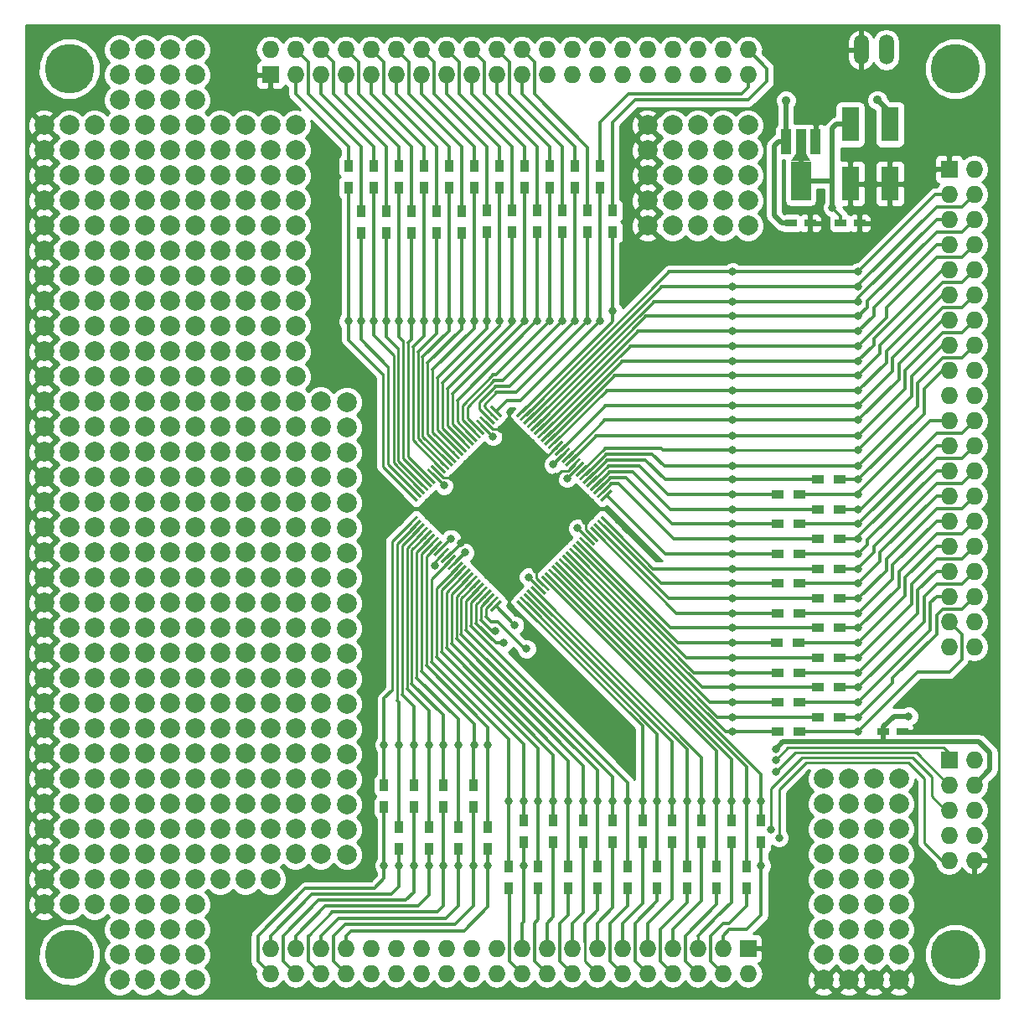
<source format=gtl>
G04 #@! TF.FileFunction,Copper,L1,Top,Signal*
%FSLAX46Y46*%
G04 Gerber Fmt 4.6, Leading zero omitted, Abs format (unit mm)*
G04 Created by KiCad (PCBNEW 4.0.2-stable) date 29-4-2016 14:39:48*
%MOMM*%
G01*
G04 APERTURE LIST*
%ADD10C,0.150000*%
%ADD11C,2.000000*%
%ADD12C,5.000000*%
%ADD13R,1.727200X1.727200*%
%ADD14O,1.727200X1.727200*%
%ADD15O,1.506220X3.014980*%
%ADD16R,1.000760X2.501900*%
%ADD17R,1.998980X4.000500*%
%ADD18R,1.800860X3.500120*%
%ADD19R,1.200000X0.750000*%
%ADD20R,0.900000X1.200000*%
%ADD21R,1.200000X0.900000*%
%ADD22C,0.800000*%
%ADD23C,0.889000*%
%ADD24C,0.300000*%
%ADD25C,0.254000*%
%ADD26C,0.508000*%
%ADD27C,0.500000*%
G04 APERTURE END LIST*
D10*
D11*
X74295000Y-145415000D03*
X74295000Y-147955000D03*
X74295000Y-150495000D03*
X74295000Y-155575000D03*
X74295000Y-153035000D03*
X74295000Y-158115000D03*
X74295000Y-160655000D03*
X74295000Y-163195000D03*
X74295000Y-165735000D03*
X74295000Y-168275000D03*
X74295000Y-170815000D03*
X76835000Y-173355000D03*
X79495000Y-173395000D03*
X79495000Y-175935000D03*
X79495000Y-178475000D03*
X79495000Y-181015000D03*
X79495000Y-183555000D03*
X79495000Y-186095000D03*
X79495000Y-188635000D03*
X79495000Y-191175000D03*
X79495000Y-193715000D03*
X79495000Y-196255000D03*
X79495000Y-198795000D03*
X79495000Y-201335000D03*
X79495000Y-203875000D03*
X79495000Y-206415000D03*
X79495000Y-208955000D03*
X79495000Y-211495000D03*
X79495000Y-214035000D03*
X79495000Y-216575000D03*
X79495000Y-219115000D03*
X120015000Y-145415000D03*
X120015000Y-147955000D03*
X120015000Y-150495000D03*
X120015000Y-153035000D03*
X109855000Y-155575000D03*
X109855000Y-153035000D03*
X109855000Y-150495000D03*
X109855000Y-147955000D03*
X109855000Y-145415000D03*
X48895000Y-145415000D03*
X48895000Y-147955000D03*
X48895000Y-150495000D03*
X48895000Y-153035000D03*
X48895000Y-155575000D03*
X48895000Y-158115000D03*
X48895000Y-160655000D03*
X48895000Y-163195000D03*
X48895000Y-165735000D03*
X48895000Y-168275000D03*
X48895000Y-170815000D03*
X48895000Y-173355000D03*
X48895000Y-175895000D03*
X48895000Y-178435000D03*
X48895000Y-180975000D03*
X48895000Y-183515000D03*
X48895000Y-186055000D03*
X48895000Y-188595000D03*
X48895000Y-191135000D03*
X48895000Y-193675000D03*
X48895000Y-196215000D03*
X48895000Y-198755000D03*
X48895000Y-201295000D03*
X48895000Y-203835000D03*
X48895000Y-206375000D03*
X48895000Y-208915000D03*
X48895000Y-211455000D03*
X48895000Y-213995000D03*
X48895000Y-216535000D03*
X48895000Y-219075000D03*
X48895000Y-221615000D03*
X48895000Y-224155000D03*
X135255000Y-211455000D03*
X132715000Y-211455000D03*
X130175000Y-211455000D03*
X135255000Y-231775000D03*
X132715000Y-231775000D03*
X130175000Y-231775000D03*
X132715000Y-224155000D03*
X132715000Y-226695000D03*
X132715000Y-229235000D03*
X130175000Y-229235000D03*
X130175000Y-226695000D03*
X130175000Y-224155000D03*
X130175000Y-221615000D03*
X132715000Y-221615000D03*
X135255000Y-221615000D03*
X135255000Y-224155000D03*
X135255000Y-226695000D03*
X135255000Y-229235000D03*
X127635000Y-231775000D03*
X127635000Y-229235000D03*
X127635000Y-226695000D03*
X127635000Y-224155000D03*
X127635000Y-221615000D03*
X127635000Y-219075000D03*
X130175000Y-219075000D03*
X132715000Y-219075000D03*
X135255000Y-219075000D03*
X135255000Y-216535000D03*
X132715000Y-216535000D03*
X130175000Y-216535000D03*
X127635000Y-216535000D03*
X127635000Y-213995000D03*
X130175000Y-213995000D03*
X132715000Y-213995000D03*
X135255000Y-213995000D03*
X127635000Y-211455000D03*
X114935000Y-150495000D03*
X114935000Y-147955000D03*
X117475000Y-147955000D03*
X117475000Y-150495000D03*
X117475000Y-153035000D03*
X114935000Y-153035000D03*
X112395000Y-153035000D03*
X112395000Y-150495000D03*
X112395000Y-147955000D03*
X112395000Y-155575000D03*
X114935000Y-155575000D03*
X117475000Y-155575000D03*
X120015000Y-155575000D03*
X117475000Y-145415000D03*
X114935000Y-145415000D03*
X112395000Y-145415000D03*
X74295000Y-183515000D03*
X74295000Y-180975000D03*
X74295000Y-178435000D03*
X76835000Y-178435000D03*
X76835000Y-180975000D03*
X76835000Y-183515000D03*
X76835000Y-186055000D03*
X74295000Y-186055000D03*
X74295000Y-188595000D03*
X76835000Y-188595000D03*
X76835000Y-191135000D03*
X74295000Y-191135000D03*
X74295000Y-206375000D03*
X74295000Y-203835000D03*
X74295000Y-201295000D03*
X74295000Y-198755000D03*
X74295000Y-196215000D03*
X74295000Y-193675000D03*
X76835000Y-193675000D03*
X76835000Y-196215000D03*
X76835000Y-198755000D03*
X76835000Y-201295000D03*
X76835000Y-203835000D03*
X76835000Y-206375000D03*
X76835000Y-208915000D03*
X74295000Y-208915000D03*
X74295000Y-211455000D03*
X76835000Y-211455000D03*
X74295000Y-213995000D03*
X76835000Y-213995000D03*
X76835000Y-216535000D03*
X74295000Y-216535000D03*
X74295000Y-219075000D03*
X76835000Y-219075000D03*
X76835000Y-175895000D03*
X74295000Y-175895000D03*
X74295000Y-173355000D03*
X59055000Y-142875000D03*
X59055000Y-140335000D03*
X61595000Y-140335000D03*
X61595000Y-142875000D03*
X64135000Y-142875000D03*
X64135000Y-140335000D03*
X64135000Y-137795000D03*
X61595000Y-137795000D03*
X59055000Y-137795000D03*
X56515000Y-137795000D03*
X56515000Y-140335000D03*
X56515000Y-142875000D03*
X64135000Y-231775000D03*
X64135000Y-229235000D03*
X64135000Y-226695000D03*
X64135000Y-224155000D03*
D12*
X51435000Y-229235000D03*
D13*
X120015000Y-228600000D03*
D14*
X120015000Y-231140000D03*
X117475000Y-228600000D03*
X117475000Y-231140000D03*
X114935000Y-228600000D03*
X114935000Y-231140000D03*
X112395000Y-228600000D03*
X112395000Y-231140000D03*
X109855000Y-228600000D03*
X109855000Y-231140000D03*
X107315000Y-228600000D03*
X107315000Y-231140000D03*
X104775000Y-228600000D03*
X104775000Y-231140000D03*
X102235000Y-228600000D03*
X102235000Y-231140000D03*
X99695000Y-228600000D03*
X99695000Y-231140000D03*
X97155000Y-228600000D03*
X97155000Y-231140000D03*
X94615000Y-228600000D03*
X94615000Y-231140000D03*
X92075000Y-228600000D03*
X92075000Y-231140000D03*
X89535000Y-228600000D03*
X89535000Y-231140000D03*
X86995000Y-228600000D03*
X86995000Y-231140000D03*
X84455000Y-228600000D03*
X84455000Y-231140000D03*
X81915000Y-228600000D03*
X81915000Y-231140000D03*
X79375000Y-228600000D03*
X79375000Y-231140000D03*
X76835000Y-228600000D03*
X76835000Y-231140000D03*
X74295000Y-228600000D03*
X74295000Y-231140000D03*
X71755000Y-228600000D03*
X71755000Y-231140000D03*
D11*
X61595000Y-231775000D03*
X59055000Y-231775000D03*
X56515000Y-231775000D03*
X61595000Y-229235000D03*
X59055000Y-229235000D03*
X56515000Y-229235000D03*
X61595000Y-226695000D03*
X59055000Y-226695000D03*
X56515000Y-226695000D03*
X61595000Y-224155000D03*
X59055000Y-224155000D03*
X56515000Y-224155000D03*
X53975000Y-224155000D03*
X51435000Y-224155000D03*
X71755000Y-221615000D03*
X69215000Y-221615000D03*
X66675000Y-221615000D03*
X64135000Y-221615000D03*
X61595000Y-221615000D03*
X59055000Y-221615000D03*
X56515000Y-221615000D03*
X53975000Y-221615000D03*
X51435000Y-221615000D03*
X71755000Y-219075000D03*
X69215000Y-219075000D03*
X66675000Y-219075000D03*
X64135000Y-219075000D03*
X61595000Y-219075000D03*
X59055000Y-219075000D03*
X56515000Y-219075000D03*
X53975000Y-219075000D03*
X51435000Y-219075000D03*
X71755000Y-216535000D03*
X69215000Y-216535000D03*
X66675000Y-216535000D03*
X64135000Y-216535000D03*
X61595000Y-216535000D03*
X59055000Y-216535000D03*
X56515000Y-216535000D03*
X53975000Y-216535000D03*
X51435000Y-216535000D03*
X71755000Y-213995000D03*
X69215000Y-213995000D03*
X66675000Y-213995000D03*
X64135000Y-213995000D03*
X61595000Y-213995000D03*
X59055000Y-213995000D03*
X56515000Y-213995000D03*
X53975000Y-213995000D03*
X51435000Y-213995000D03*
X71755000Y-211455000D03*
X69215000Y-211455000D03*
X66675000Y-211455000D03*
X64135000Y-211455000D03*
X61595000Y-211455000D03*
X59055000Y-211455000D03*
X56515000Y-211455000D03*
X53975000Y-211455000D03*
X51435000Y-211455000D03*
X71755000Y-208915000D03*
X69215000Y-208915000D03*
X66675000Y-208915000D03*
X64135000Y-208915000D03*
X61595000Y-208915000D03*
X59055000Y-208915000D03*
X56515000Y-208915000D03*
X53975000Y-208915000D03*
X51435000Y-208915000D03*
X71755000Y-206375000D03*
X69215000Y-206375000D03*
X66675000Y-206375000D03*
X64135000Y-206375000D03*
X61595000Y-206375000D03*
X59055000Y-206375000D03*
X56515000Y-206375000D03*
X53975000Y-206375000D03*
X51435000Y-206375000D03*
X71755000Y-203835000D03*
X69215000Y-203835000D03*
X66675000Y-203835000D03*
X64135000Y-203835000D03*
X61595000Y-203835000D03*
X59055000Y-203835000D03*
X56515000Y-203835000D03*
X53975000Y-203835000D03*
X51435000Y-203835000D03*
X71755000Y-201295000D03*
X69215000Y-201295000D03*
X66675000Y-201295000D03*
X64135000Y-201295000D03*
X61595000Y-201295000D03*
X59055000Y-201295000D03*
X56515000Y-201295000D03*
X53975000Y-201295000D03*
X51435000Y-201295000D03*
X71755000Y-198755000D03*
X69215000Y-198755000D03*
X66675000Y-198755000D03*
X64135000Y-198755000D03*
X61595000Y-198755000D03*
X59055000Y-198755000D03*
X56515000Y-198755000D03*
X53975000Y-198755000D03*
X51435000Y-198755000D03*
X71755000Y-196215000D03*
X69215000Y-196215000D03*
X66675000Y-196215000D03*
X64135000Y-196215000D03*
X61595000Y-196215000D03*
X59055000Y-196215000D03*
X56515000Y-196215000D03*
X53975000Y-196215000D03*
X51435000Y-196215000D03*
X71755000Y-193675000D03*
X69215000Y-193675000D03*
X66675000Y-193675000D03*
X64135000Y-193675000D03*
X61595000Y-193675000D03*
X59055000Y-193675000D03*
X56515000Y-193675000D03*
X53975000Y-193675000D03*
X51435000Y-193675000D03*
X71755000Y-191135000D03*
X69215000Y-191135000D03*
X66675000Y-191135000D03*
X64135000Y-191135000D03*
X61595000Y-191135000D03*
X59055000Y-191135000D03*
X56515000Y-191135000D03*
X53975000Y-191135000D03*
X51435000Y-191135000D03*
X71755000Y-188595000D03*
X69215000Y-188595000D03*
X66675000Y-188595000D03*
X64135000Y-188595000D03*
X61595000Y-188595000D03*
X59055000Y-188595000D03*
X56515000Y-188595000D03*
X53975000Y-188595000D03*
X51435000Y-188595000D03*
X71755000Y-186055000D03*
X69215000Y-186055000D03*
X66675000Y-186055000D03*
X64135000Y-186055000D03*
X61595000Y-186055000D03*
X59055000Y-186055000D03*
X56515000Y-186055000D03*
X53975000Y-186055000D03*
X51435000Y-186055000D03*
X71755000Y-183515000D03*
X69215000Y-183515000D03*
X66675000Y-183515000D03*
X64135000Y-183515000D03*
X61595000Y-183515000D03*
X59055000Y-183515000D03*
X56515000Y-183515000D03*
X53975000Y-183515000D03*
X51435000Y-183515000D03*
X71755000Y-180975000D03*
X69215000Y-180975000D03*
X66675000Y-180975000D03*
X64135000Y-180975000D03*
X61595000Y-180975000D03*
X59055000Y-180975000D03*
X56515000Y-180975000D03*
X53975000Y-180975000D03*
X51435000Y-180975000D03*
X71755000Y-178435000D03*
X69215000Y-178435000D03*
X66675000Y-178435000D03*
X64135000Y-178435000D03*
X61595000Y-178435000D03*
X59055000Y-178435000D03*
X56515000Y-178435000D03*
X53975000Y-178435000D03*
X51435000Y-178435000D03*
X71755000Y-175895000D03*
X69215000Y-175895000D03*
X66675000Y-175895000D03*
X64135000Y-175895000D03*
X61595000Y-175895000D03*
X59055000Y-175895000D03*
X56515000Y-175895000D03*
X53975000Y-175895000D03*
X51435000Y-175895000D03*
X71755000Y-173355000D03*
X69215000Y-173355000D03*
X66675000Y-173355000D03*
X64135000Y-173355000D03*
X61595000Y-173355000D03*
X59055000Y-173355000D03*
X56515000Y-173355000D03*
X53975000Y-173355000D03*
X51435000Y-173355000D03*
X71755000Y-170815000D03*
X69215000Y-170815000D03*
X66675000Y-170815000D03*
X64135000Y-170815000D03*
X61595000Y-170815000D03*
X59055000Y-170815000D03*
X56515000Y-170815000D03*
X53975000Y-170815000D03*
X51435000Y-170815000D03*
X71755000Y-168275000D03*
X69215000Y-168275000D03*
X66675000Y-168275000D03*
X64135000Y-168275000D03*
X61595000Y-168275000D03*
X59055000Y-168275000D03*
X56515000Y-168275000D03*
X53975000Y-168275000D03*
X51435000Y-168275000D03*
X71755000Y-165735000D03*
X69215000Y-165735000D03*
X66675000Y-165735000D03*
X64135000Y-165735000D03*
X61595000Y-165735000D03*
X59055000Y-165735000D03*
X56515000Y-165735000D03*
X53975000Y-165735000D03*
X51435000Y-165735000D03*
X71755000Y-163195000D03*
X69215000Y-163195000D03*
X66675000Y-163195000D03*
X64135000Y-163195000D03*
X61595000Y-163195000D03*
X59055000Y-163195000D03*
X56515000Y-163195000D03*
X53975000Y-163195000D03*
X51435000Y-163195000D03*
X71755000Y-160655000D03*
X69215000Y-160655000D03*
X66675000Y-160655000D03*
X64135000Y-160655000D03*
X61595000Y-160655000D03*
X59055000Y-160655000D03*
X56515000Y-160655000D03*
X53975000Y-160655000D03*
X51435000Y-160655000D03*
X71755000Y-158115000D03*
X69215000Y-158115000D03*
X66675000Y-158115000D03*
X64135000Y-158115000D03*
X61595000Y-158115000D03*
X59055000Y-158115000D03*
X56515000Y-158115000D03*
X53975000Y-158115000D03*
X51435000Y-158115000D03*
X71755000Y-155575000D03*
X69215000Y-155575000D03*
X66675000Y-155575000D03*
X64135000Y-155575000D03*
X61595000Y-155575000D03*
X59055000Y-155575000D03*
X56515000Y-155575000D03*
X53975000Y-155575000D03*
X51435000Y-155575000D03*
X71755000Y-153035000D03*
X69215000Y-153035000D03*
X66675000Y-153035000D03*
X64135000Y-153035000D03*
X61595000Y-153035000D03*
X59055000Y-153035000D03*
X56515000Y-153035000D03*
X53975000Y-153035000D03*
X51435000Y-153035000D03*
X71755000Y-150495000D03*
X69215000Y-150495000D03*
X66675000Y-150495000D03*
X64135000Y-150495000D03*
X61595000Y-150495000D03*
X59055000Y-150495000D03*
X56515000Y-150495000D03*
X53975000Y-150495000D03*
X51435000Y-150495000D03*
X71755000Y-147955000D03*
X69215000Y-147955000D03*
X66675000Y-147955000D03*
X64135000Y-147955000D03*
X61595000Y-147955000D03*
X59055000Y-147955000D03*
X56515000Y-147955000D03*
X53975000Y-147955000D03*
X51435000Y-147955000D03*
X71755000Y-145415000D03*
X69215000Y-145415000D03*
X66675000Y-145415000D03*
X64135000Y-145415000D03*
X61595000Y-145415000D03*
X59055000Y-145415000D03*
X56515000Y-145415000D03*
X53975000Y-145415000D03*
X51435000Y-145415000D03*
D12*
X140970000Y-139700000D03*
X51435000Y-139700000D03*
X140970000Y-229235000D03*
D15*
X131445000Y-137795000D03*
X133985000Y-137795000D03*
D13*
X140335000Y-209550000D03*
D14*
X142875000Y-209550000D03*
X140335000Y-212090000D03*
X142875000Y-212090000D03*
X140335000Y-214630000D03*
X142875000Y-214630000D03*
X140335000Y-217170000D03*
X142875000Y-217170000D03*
X140335000Y-219710000D03*
X142875000Y-219710000D03*
D10*
G36*
X85624881Y-186122828D02*
X85426891Y-185924838D01*
X86487551Y-184864178D01*
X86685541Y-185062168D01*
X85624881Y-186122828D01*
X85624881Y-186122828D01*
G37*
G36*
X85978434Y-186476381D02*
X85780444Y-186278391D01*
X86841104Y-185217731D01*
X87039094Y-185415721D01*
X85978434Y-186476381D01*
X85978434Y-186476381D01*
G37*
G36*
X86331988Y-186829935D02*
X86133998Y-186631945D01*
X87194658Y-185571285D01*
X87392648Y-185769275D01*
X86331988Y-186829935D01*
X86331988Y-186829935D01*
G37*
G36*
X86685541Y-187183488D02*
X86487551Y-186985498D01*
X87548211Y-185924838D01*
X87746201Y-186122828D01*
X86685541Y-187183488D01*
X86685541Y-187183488D01*
G37*
G36*
X87039094Y-187537041D02*
X86841104Y-187339051D01*
X87901764Y-186278391D01*
X88099754Y-186476381D01*
X87039094Y-187537041D01*
X87039094Y-187537041D01*
G37*
G36*
X87392648Y-187890595D02*
X87194658Y-187692605D01*
X88255318Y-186631945D01*
X88453308Y-186829935D01*
X87392648Y-187890595D01*
X87392648Y-187890595D01*
G37*
G36*
X87746201Y-188244148D02*
X87548211Y-188046158D01*
X88608871Y-186985498D01*
X88806861Y-187183488D01*
X87746201Y-188244148D01*
X87746201Y-188244148D01*
G37*
G36*
X88099754Y-188597702D02*
X87901764Y-188399712D01*
X88962424Y-187339052D01*
X89160414Y-187537042D01*
X88099754Y-188597702D01*
X88099754Y-188597702D01*
G37*
G36*
X88453308Y-188951255D02*
X88255318Y-188753265D01*
X89315978Y-187692605D01*
X89513968Y-187890595D01*
X88453308Y-188951255D01*
X88453308Y-188951255D01*
G37*
G36*
X88806861Y-189304808D02*
X88608871Y-189106818D01*
X89669531Y-188046158D01*
X89867521Y-188244148D01*
X88806861Y-189304808D01*
X88806861Y-189304808D01*
G37*
G36*
X89160415Y-189658362D02*
X88962425Y-189460372D01*
X90023085Y-188399712D01*
X90221075Y-188597702D01*
X89160415Y-189658362D01*
X89160415Y-189658362D01*
G37*
G36*
X89513968Y-190011915D02*
X89315978Y-189813925D01*
X90376638Y-188753265D01*
X90574628Y-188951255D01*
X89513968Y-190011915D01*
X89513968Y-190011915D01*
G37*
G36*
X89867521Y-190365469D02*
X89669531Y-190167479D01*
X90730191Y-189106819D01*
X90928181Y-189304809D01*
X89867521Y-190365469D01*
X89867521Y-190365469D01*
G37*
G36*
X90221075Y-190719022D02*
X90023085Y-190521032D01*
X91083745Y-189460372D01*
X91281735Y-189658362D01*
X90221075Y-190719022D01*
X90221075Y-190719022D01*
G37*
G36*
X90574628Y-191072575D02*
X90376638Y-190874585D01*
X91437298Y-189813925D01*
X91635288Y-190011915D01*
X90574628Y-191072575D01*
X90574628Y-191072575D01*
G37*
G36*
X90928182Y-191426129D02*
X90730192Y-191228139D01*
X91790852Y-190167479D01*
X91988842Y-190365469D01*
X90928182Y-191426129D01*
X90928182Y-191426129D01*
G37*
G36*
X91281735Y-191779682D02*
X91083745Y-191581692D01*
X92144405Y-190521032D01*
X92342395Y-190719022D01*
X91281735Y-191779682D01*
X91281735Y-191779682D01*
G37*
G36*
X91635288Y-192133236D02*
X91437298Y-191935246D01*
X92497958Y-190874586D01*
X92695948Y-191072576D01*
X91635288Y-192133236D01*
X91635288Y-192133236D01*
G37*
G36*
X91988842Y-192486789D02*
X91790852Y-192288799D01*
X92851512Y-191228139D01*
X93049502Y-191426129D01*
X91988842Y-192486789D01*
X91988842Y-192486789D01*
G37*
G36*
X92342395Y-192840342D02*
X92144405Y-192642352D01*
X93205065Y-191581692D01*
X93403055Y-191779682D01*
X92342395Y-192840342D01*
X92342395Y-192840342D01*
G37*
G36*
X92695949Y-193193896D02*
X92497959Y-192995906D01*
X93558619Y-191935246D01*
X93756609Y-192133236D01*
X92695949Y-193193896D01*
X92695949Y-193193896D01*
G37*
G36*
X93049502Y-193547449D02*
X92851512Y-193349459D01*
X93912172Y-192288799D01*
X94110162Y-192486789D01*
X93049502Y-193547449D01*
X93049502Y-193547449D01*
G37*
G36*
X93403055Y-193901002D02*
X93205065Y-193703012D01*
X94265725Y-192642352D01*
X94463715Y-192840342D01*
X93403055Y-193901002D01*
X93403055Y-193901002D01*
G37*
G36*
X93756609Y-194254556D02*
X93558619Y-194056566D01*
X94619279Y-192995906D01*
X94817269Y-193193896D01*
X93756609Y-194254556D01*
X93756609Y-194254556D01*
G37*
G36*
X94110162Y-194608109D02*
X93912172Y-194410119D01*
X94972832Y-193349459D01*
X95170822Y-193547449D01*
X94110162Y-194608109D01*
X94110162Y-194608109D01*
G37*
G36*
X97857828Y-194410119D02*
X97659838Y-194608109D01*
X96599178Y-193547449D01*
X96797168Y-193349459D01*
X97857828Y-194410119D01*
X97857828Y-194410119D01*
G37*
G36*
X98211381Y-194056566D02*
X98013391Y-194254556D01*
X96952731Y-193193896D01*
X97150721Y-192995906D01*
X98211381Y-194056566D01*
X98211381Y-194056566D01*
G37*
G36*
X98564935Y-193703012D02*
X98366945Y-193901002D01*
X97306285Y-192840342D01*
X97504275Y-192642352D01*
X98564935Y-193703012D01*
X98564935Y-193703012D01*
G37*
G36*
X98918488Y-193349459D02*
X98720498Y-193547449D01*
X97659838Y-192486789D01*
X97857828Y-192288799D01*
X98918488Y-193349459D01*
X98918488Y-193349459D01*
G37*
G36*
X99272041Y-192995906D02*
X99074051Y-193193896D01*
X98013391Y-192133236D01*
X98211381Y-191935246D01*
X99272041Y-192995906D01*
X99272041Y-192995906D01*
G37*
G36*
X99625595Y-192642352D02*
X99427605Y-192840342D01*
X98366945Y-191779682D01*
X98564935Y-191581692D01*
X99625595Y-192642352D01*
X99625595Y-192642352D01*
G37*
G36*
X99979148Y-192288799D02*
X99781158Y-192486789D01*
X98720498Y-191426129D01*
X98918488Y-191228139D01*
X99979148Y-192288799D01*
X99979148Y-192288799D01*
G37*
G36*
X100332702Y-191935246D02*
X100134712Y-192133236D01*
X99074052Y-191072576D01*
X99272042Y-190874586D01*
X100332702Y-191935246D01*
X100332702Y-191935246D01*
G37*
G36*
X100686255Y-191581692D02*
X100488265Y-191779682D01*
X99427605Y-190719022D01*
X99625595Y-190521032D01*
X100686255Y-191581692D01*
X100686255Y-191581692D01*
G37*
G36*
X101039808Y-191228139D02*
X100841818Y-191426129D01*
X99781158Y-190365469D01*
X99979148Y-190167479D01*
X101039808Y-191228139D01*
X101039808Y-191228139D01*
G37*
G36*
X101393362Y-190874585D02*
X101195372Y-191072575D01*
X100134712Y-190011915D01*
X100332702Y-189813925D01*
X101393362Y-190874585D01*
X101393362Y-190874585D01*
G37*
G36*
X101746915Y-190521032D02*
X101548925Y-190719022D01*
X100488265Y-189658362D01*
X100686255Y-189460372D01*
X101746915Y-190521032D01*
X101746915Y-190521032D01*
G37*
G36*
X102100469Y-190167479D02*
X101902479Y-190365469D01*
X100841819Y-189304809D01*
X101039809Y-189106819D01*
X102100469Y-190167479D01*
X102100469Y-190167479D01*
G37*
G36*
X102454022Y-189813925D02*
X102256032Y-190011915D01*
X101195372Y-188951255D01*
X101393362Y-188753265D01*
X102454022Y-189813925D01*
X102454022Y-189813925D01*
G37*
G36*
X102807575Y-189460372D02*
X102609585Y-189658362D01*
X101548925Y-188597702D01*
X101746915Y-188399712D01*
X102807575Y-189460372D01*
X102807575Y-189460372D01*
G37*
G36*
X103161129Y-189106818D02*
X102963139Y-189304808D01*
X101902479Y-188244148D01*
X102100469Y-188046158D01*
X103161129Y-189106818D01*
X103161129Y-189106818D01*
G37*
G36*
X103514682Y-188753265D02*
X103316692Y-188951255D01*
X102256032Y-187890595D01*
X102454022Y-187692605D01*
X103514682Y-188753265D01*
X103514682Y-188753265D01*
G37*
G36*
X103868236Y-188399712D02*
X103670246Y-188597702D01*
X102609586Y-187537042D01*
X102807576Y-187339052D01*
X103868236Y-188399712D01*
X103868236Y-188399712D01*
G37*
G36*
X104221789Y-188046158D02*
X104023799Y-188244148D01*
X102963139Y-187183488D01*
X103161129Y-186985498D01*
X104221789Y-188046158D01*
X104221789Y-188046158D01*
G37*
G36*
X104575342Y-187692605D02*
X104377352Y-187890595D01*
X103316692Y-186829935D01*
X103514682Y-186631945D01*
X104575342Y-187692605D01*
X104575342Y-187692605D01*
G37*
G36*
X104928896Y-187339051D02*
X104730906Y-187537041D01*
X103670246Y-186476381D01*
X103868236Y-186278391D01*
X104928896Y-187339051D01*
X104928896Y-187339051D01*
G37*
G36*
X105282449Y-186985498D02*
X105084459Y-187183488D01*
X104023799Y-186122828D01*
X104221789Y-185924838D01*
X105282449Y-186985498D01*
X105282449Y-186985498D01*
G37*
G36*
X105636002Y-186631945D02*
X105438012Y-186829935D01*
X104377352Y-185769275D01*
X104575342Y-185571285D01*
X105636002Y-186631945D01*
X105636002Y-186631945D01*
G37*
G36*
X105989556Y-186278391D02*
X105791566Y-186476381D01*
X104730906Y-185415721D01*
X104928896Y-185217731D01*
X105989556Y-186278391D01*
X105989556Y-186278391D01*
G37*
G36*
X106343109Y-185924838D02*
X106145119Y-186122828D01*
X105084459Y-185062168D01*
X105282449Y-184864178D01*
X106343109Y-185924838D01*
X106343109Y-185924838D01*
G37*
G36*
X105282449Y-183435822D02*
X105084459Y-183237832D01*
X106145119Y-182177172D01*
X106343109Y-182375162D01*
X105282449Y-183435822D01*
X105282449Y-183435822D01*
G37*
G36*
X104928896Y-183082269D02*
X104730906Y-182884279D01*
X105791566Y-181823619D01*
X105989556Y-182021609D01*
X104928896Y-183082269D01*
X104928896Y-183082269D01*
G37*
G36*
X104575342Y-182728715D02*
X104377352Y-182530725D01*
X105438012Y-181470065D01*
X105636002Y-181668055D01*
X104575342Y-182728715D01*
X104575342Y-182728715D01*
G37*
G36*
X104221789Y-182375162D02*
X104023799Y-182177172D01*
X105084459Y-181116512D01*
X105282449Y-181314502D01*
X104221789Y-182375162D01*
X104221789Y-182375162D01*
G37*
G36*
X103868236Y-182021609D02*
X103670246Y-181823619D01*
X104730906Y-180762959D01*
X104928896Y-180960949D01*
X103868236Y-182021609D01*
X103868236Y-182021609D01*
G37*
G36*
X103514682Y-181668055D02*
X103316692Y-181470065D01*
X104377352Y-180409405D01*
X104575342Y-180607395D01*
X103514682Y-181668055D01*
X103514682Y-181668055D01*
G37*
G36*
X103161129Y-181314502D02*
X102963139Y-181116512D01*
X104023799Y-180055852D01*
X104221789Y-180253842D01*
X103161129Y-181314502D01*
X103161129Y-181314502D01*
G37*
G36*
X102807576Y-180960948D02*
X102609586Y-180762958D01*
X103670246Y-179702298D01*
X103868236Y-179900288D01*
X102807576Y-180960948D01*
X102807576Y-180960948D01*
G37*
G36*
X102454022Y-180607395D02*
X102256032Y-180409405D01*
X103316692Y-179348745D01*
X103514682Y-179546735D01*
X102454022Y-180607395D01*
X102454022Y-180607395D01*
G37*
G36*
X102100469Y-180253842D02*
X101902479Y-180055852D01*
X102963139Y-178995192D01*
X103161129Y-179193182D01*
X102100469Y-180253842D01*
X102100469Y-180253842D01*
G37*
G36*
X101746915Y-179900288D02*
X101548925Y-179702298D01*
X102609585Y-178641638D01*
X102807575Y-178839628D01*
X101746915Y-179900288D01*
X101746915Y-179900288D01*
G37*
G36*
X101393362Y-179546735D02*
X101195372Y-179348745D01*
X102256032Y-178288085D01*
X102454022Y-178486075D01*
X101393362Y-179546735D01*
X101393362Y-179546735D01*
G37*
G36*
X101039809Y-179193181D02*
X100841819Y-178995191D01*
X101902479Y-177934531D01*
X102100469Y-178132521D01*
X101039809Y-179193181D01*
X101039809Y-179193181D01*
G37*
G36*
X100686255Y-178839628D02*
X100488265Y-178641638D01*
X101548925Y-177580978D01*
X101746915Y-177778968D01*
X100686255Y-178839628D01*
X100686255Y-178839628D01*
G37*
G36*
X100332702Y-178486075D02*
X100134712Y-178288085D01*
X101195372Y-177227425D01*
X101393362Y-177425415D01*
X100332702Y-178486075D01*
X100332702Y-178486075D01*
G37*
G36*
X99979148Y-178132521D02*
X99781158Y-177934531D01*
X100841818Y-176873871D01*
X101039808Y-177071861D01*
X99979148Y-178132521D01*
X99979148Y-178132521D01*
G37*
G36*
X99625595Y-177778968D02*
X99427605Y-177580978D01*
X100488265Y-176520318D01*
X100686255Y-176718308D01*
X99625595Y-177778968D01*
X99625595Y-177778968D01*
G37*
G36*
X99272042Y-177425414D02*
X99074052Y-177227424D01*
X100134712Y-176166764D01*
X100332702Y-176364754D01*
X99272042Y-177425414D01*
X99272042Y-177425414D01*
G37*
G36*
X98918488Y-177071861D02*
X98720498Y-176873871D01*
X99781158Y-175813211D01*
X99979148Y-176011201D01*
X98918488Y-177071861D01*
X98918488Y-177071861D01*
G37*
G36*
X98564935Y-176718308D02*
X98366945Y-176520318D01*
X99427605Y-175459658D01*
X99625595Y-175657648D01*
X98564935Y-176718308D01*
X98564935Y-176718308D01*
G37*
G36*
X98211381Y-176364754D02*
X98013391Y-176166764D01*
X99074051Y-175106104D01*
X99272041Y-175304094D01*
X98211381Y-176364754D01*
X98211381Y-176364754D01*
G37*
G36*
X97857828Y-176011201D02*
X97659838Y-175813211D01*
X98720498Y-174752551D01*
X98918488Y-174950541D01*
X97857828Y-176011201D01*
X97857828Y-176011201D01*
G37*
G36*
X97504275Y-175657648D02*
X97306285Y-175459658D01*
X98366945Y-174398998D01*
X98564935Y-174596988D01*
X97504275Y-175657648D01*
X97504275Y-175657648D01*
G37*
G36*
X97150721Y-175304094D02*
X96952731Y-175106104D01*
X98013391Y-174045444D01*
X98211381Y-174243434D01*
X97150721Y-175304094D01*
X97150721Y-175304094D01*
G37*
G36*
X96797168Y-174950541D02*
X96599178Y-174752551D01*
X97659838Y-173691891D01*
X97857828Y-173889881D01*
X96797168Y-174950541D01*
X96797168Y-174950541D01*
G37*
G36*
X95170822Y-174752551D02*
X94972832Y-174950541D01*
X93912172Y-173889881D01*
X94110162Y-173691891D01*
X95170822Y-174752551D01*
X95170822Y-174752551D01*
G37*
G36*
X94817269Y-175106104D02*
X94619279Y-175304094D01*
X93558619Y-174243434D01*
X93756609Y-174045444D01*
X94817269Y-175106104D01*
X94817269Y-175106104D01*
G37*
G36*
X94463715Y-175459658D02*
X94265725Y-175657648D01*
X93205065Y-174596988D01*
X93403055Y-174398998D01*
X94463715Y-175459658D01*
X94463715Y-175459658D01*
G37*
G36*
X94110162Y-175813211D02*
X93912172Y-176011201D01*
X92851512Y-174950541D01*
X93049502Y-174752551D01*
X94110162Y-175813211D01*
X94110162Y-175813211D01*
G37*
G36*
X93756609Y-176166764D02*
X93558619Y-176364754D01*
X92497959Y-175304094D01*
X92695949Y-175106104D01*
X93756609Y-176166764D01*
X93756609Y-176166764D01*
G37*
G36*
X93403055Y-176520318D02*
X93205065Y-176718308D01*
X92144405Y-175657648D01*
X92342395Y-175459658D01*
X93403055Y-176520318D01*
X93403055Y-176520318D01*
G37*
G36*
X93049502Y-176873871D02*
X92851512Y-177071861D01*
X91790852Y-176011201D01*
X91988842Y-175813211D01*
X93049502Y-176873871D01*
X93049502Y-176873871D01*
G37*
G36*
X92695948Y-177227424D02*
X92497958Y-177425414D01*
X91437298Y-176364754D01*
X91635288Y-176166764D01*
X92695948Y-177227424D01*
X92695948Y-177227424D01*
G37*
G36*
X92342395Y-177580978D02*
X92144405Y-177778968D01*
X91083745Y-176718308D01*
X91281735Y-176520318D01*
X92342395Y-177580978D01*
X92342395Y-177580978D01*
G37*
G36*
X91988842Y-177934531D02*
X91790852Y-178132521D01*
X90730192Y-177071861D01*
X90928182Y-176873871D01*
X91988842Y-177934531D01*
X91988842Y-177934531D01*
G37*
G36*
X91635288Y-178288085D02*
X91437298Y-178486075D01*
X90376638Y-177425415D01*
X90574628Y-177227425D01*
X91635288Y-178288085D01*
X91635288Y-178288085D01*
G37*
G36*
X91281735Y-178641638D02*
X91083745Y-178839628D01*
X90023085Y-177778968D01*
X90221075Y-177580978D01*
X91281735Y-178641638D01*
X91281735Y-178641638D01*
G37*
G36*
X90928181Y-178995191D02*
X90730191Y-179193181D01*
X89669531Y-178132521D01*
X89867521Y-177934531D01*
X90928181Y-178995191D01*
X90928181Y-178995191D01*
G37*
G36*
X90574628Y-179348745D02*
X90376638Y-179546735D01*
X89315978Y-178486075D01*
X89513968Y-178288085D01*
X90574628Y-179348745D01*
X90574628Y-179348745D01*
G37*
G36*
X90221075Y-179702298D02*
X90023085Y-179900288D01*
X88962425Y-178839628D01*
X89160415Y-178641638D01*
X90221075Y-179702298D01*
X90221075Y-179702298D01*
G37*
G36*
X89867521Y-180055852D02*
X89669531Y-180253842D01*
X88608871Y-179193182D01*
X88806861Y-178995192D01*
X89867521Y-180055852D01*
X89867521Y-180055852D01*
G37*
G36*
X89513968Y-180409405D02*
X89315978Y-180607395D01*
X88255318Y-179546735D01*
X88453308Y-179348745D01*
X89513968Y-180409405D01*
X89513968Y-180409405D01*
G37*
G36*
X89160414Y-180762958D02*
X88962424Y-180960948D01*
X87901764Y-179900288D01*
X88099754Y-179702298D01*
X89160414Y-180762958D01*
X89160414Y-180762958D01*
G37*
G36*
X88806861Y-181116512D02*
X88608871Y-181314502D01*
X87548211Y-180253842D01*
X87746201Y-180055852D01*
X88806861Y-181116512D01*
X88806861Y-181116512D01*
G37*
G36*
X88453308Y-181470065D02*
X88255318Y-181668055D01*
X87194658Y-180607395D01*
X87392648Y-180409405D01*
X88453308Y-181470065D01*
X88453308Y-181470065D01*
G37*
G36*
X88099754Y-181823619D02*
X87901764Y-182021609D01*
X86841104Y-180960949D01*
X87039094Y-180762959D01*
X88099754Y-181823619D01*
X88099754Y-181823619D01*
G37*
G36*
X87746201Y-182177172D02*
X87548211Y-182375162D01*
X86487551Y-181314502D01*
X86685541Y-181116512D01*
X87746201Y-182177172D01*
X87746201Y-182177172D01*
G37*
G36*
X87392648Y-182530725D02*
X87194658Y-182728715D01*
X86133998Y-181668055D01*
X86331988Y-181470065D01*
X87392648Y-182530725D01*
X87392648Y-182530725D01*
G37*
G36*
X87039094Y-182884279D02*
X86841104Y-183082269D01*
X85780444Y-182021609D01*
X85978434Y-181823619D01*
X87039094Y-182884279D01*
X87039094Y-182884279D01*
G37*
G36*
X86685541Y-183237832D02*
X86487551Y-183435822D01*
X85426891Y-182375162D01*
X85624881Y-182177172D01*
X86685541Y-183237832D01*
X86685541Y-183237832D01*
G37*
D16*
X126856140Y-147062960D03*
X125355000Y-147062960D03*
X123853860Y-147062960D03*
D17*
X125355000Y-151015200D03*
D10*
G36*
X124354240Y-149040350D02*
X124854620Y-148291050D01*
X125855380Y-148291050D01*
X126355760Y-149040350D01*
X124354240Y-149040350D01*
X124354240Y-149040350D01*
G37*
D18*
X134355000Y-151314740D03*
X134355000Y-145315260D03*
D19*
X124405000Y-155315000D03*
X126305000Y-155315000D03*
X129405000Y-155315000D03*
X131305000Y-155315000D03*
D18*
X130355000Y-151314740D03*
X130355000Y-145315260D03*
D13*
X71755000Y-140335000D03*
D14*
X71755000Y-137795000D03*
X74295000Y-140335000D03*
X74295000Y-137795000D03*
X76835000Y-140335000D03*
X76835000Y-137795000D03*
X79375000Y-140335000D03*
X79375000Y-137795000D03*
X81915000Y-140335000D03*
X81915000Y-137795000D03*
X84455000Y-140335000D03*
X84455000Y-137795000D03*
X86995000Y-140335000D03*
X86995000Y-137795000D03*
X89535000Y-140335000D03*
X89535000Y-137795000D03*
X92075000Y-140335000D03*
X92075000Y-137795000D03*
X94615000Y-140335000D03*
X94615000Y-137795000D03*
X97155000Y-140335000D03*
X97155000Y-137795000D03*
X99695000Y-140335000D03*
X99695000Y-137795000D03*
X102235000Y-140335000D03*
X102235000Y-137795000D03*
X104775000Y-140335000D03*
X104775000Y-137795000D03*
X107315000Y-140335000D03*
X107315000Y-137795000D03*
X109855000Y-140335000D03*
X109855000Y-137795000D03*
X112395000Y-140335000D03*
X112395000Y-137795000D03*
X114935000Y-140335000D03*
X114935000Y-137795000D03*
X117475000Y-140335000D03*
X117475000Y-137795000D03*
X120015000Y-140335000D03*
X120015000Y-137795000D03*
D13*
X140335000Y-149860000D03*
D14*
X142875000Y-149860000D03*
X140335000Y-152400000D03*
X142875000Y-152400000D03*
X140335000Y-154940000D03*
X142875000Y-154940000D03*
X140335000Y-157480000D03*
X142875000Y-157480000D03*
X140335000Y-160020000D03*
X142875000Y-160020000D03*
X140335000Y-162560000D03*
X142875000Y-162560000D03*
X140335000Y-165100000D03*
X142875000Y-165100000D03*
X140335000Y-167640000D03*
X142875000Y-167640000D03*
X140335000Y-170180000D03*
X142875000Y-170180000D03*
X140335000Y-172720000D03*
X142875000Y-172720000D03*
X140335000Y-175260000D03*
X142875000Y-175260000D03*
X140335000Y-177800000D03*
X142875000Y-177800000D03*
X140335000Y-180340000D03*
X142875000Y-180340000D03*
X140335000Y-182880000D03*
X142875000Y-182880000D03*
X140335000Y-185420000D03*
X142875000Y-185420000D03*
X140335000Y-187960000D03*
X142875000Y-187960000D03*
X140335000Y-190500000D03*
X142875000Y-190500000D03*
X140335000Y-193040000D03*
X142875000Y-193040000D03*
X140335000Y-195580000D03*
X142875000Y-195580000D03*
X140335000Y-198120000D03*
X142875000Y-198120000D03*
D20*
X103775000Y-156175000D03*
X103775000Y-153975000D03*
X102505000Y-151730000D03*
X102505000Y-149530000D03*
X101235000Y-156175000D03*
X101235000Y-153975000D03*
X99965000Y-151730000D03*
X99965000Y-149530000D03*
X98695000Y-156175000D03*
X98695000Y-153975000D03*
X97425000Y-151730000D03*
X97425000Y-149530000D03*
X96155000Y-156175000D03*
X96155000Y-153975000D03*
X94885000Y-151730000D03*
X94885000Y-149530000D03*
X93615000Y-156175000D03*
X93615000Y-153975000D03*
X92345000Y-151730000D03*
X92345000Y-149530000D03*
X91075000Y-156310000D03*
X91075000Y-154110000D03*
X89805000Y-151730000D03*
X89805000Y-149530000D03*
X88535000Y-156310000D03*
X88535000Y-154110000D03*
X87265000Y-151730000D03*
X87265000Y-149530000D03*
X85995000Y-156310000D03*
X85995000Y-154110000D03*
X84725000Y-151730000D03*
X84725000Y-149530000D03*
X83455000Y-156310000D03*
X83455000Y-154110000D03*
X82185000Y-151730000D03*
X82185000Y-149530000D03*
X80915000Y-156310000D03*
X80915000Y-154110000D03*
X79645000Y-151730000D03*
X79645000Y-149530000D03*
D21*
X123055000Y-206715000D03*
X125255000Y-206715000D03*
X127055000Y-205215000D03*
X129255000Y-205215000D03*
X123055000Y-203715000D03*
X125255000Y-203715000D03*
X127055000Y-202215000D03*
X129255000Y-202215000D03*
X123055000Y-200715000D03*
X125255000Y-200715000D03*
X127055000Y-199215000D03*
X129255000Y-199215000D03*
X122955000Y-197715000D03*
X125155000Y-197715000D03*
X127055000Y-196215000D03*
X129255000Y-196215000D03*
X123055000Y-194715000D03*
X125255000Y-194715000D03*
X127055000Y-193215000D03*
X129255000Y-193215000D03*
X123055000Y-191715000D03*
X125255000Y-191715000D03*
X127055000Y-190215000D03*
X129255000Y-190215000D03*
X123055000Y-188715000D03*
X125255000Y-188715000D03*
X129255000Y-187215000D03*
X127055000Y-187215000D03*
X125255000Y-185715000D03*
X123055000Y-185715000D03*
X129255000Y-184215000D03*
X127055000Y-184215000D03*
X125255000Y-182715000D03*
X123055000Y-182715000D03*
X129255000Y-181215000D03*
X127055000Y-181215000D03*
D20*
X83255000Y-212115000D03*
X83255000Y-214315000D03*
X84755000Y-218515000D03*
X84755000Y-216315000D03*
X86255000Y-214315000D03*
X86255000Y-212115000D03*
X87755000Y-218515000D03*
X87755000Y-216315000D03*
X89255000Y-214315000D03*
X89255000Y-212115000D03*
X90755000Y-218515000D03*
X90755000Y-216315000D03*
X92255000Y-214315000D03*
X92255000Y-212115000D03*
X93755000Y-218515000D03*
X93755000Y-216315000D03*
X95845000Y-222515000D03*
X95845000Y-220315000D03*
X97345000Y-217815000D03*
X97345000Y-215615000D03*
X98845000Y-222515000D03*
X98845000Y-220315000D03*
X100345000Y-217815000D03*
X100345000Y-215615000D03*
X101845000Y-222515000D03*
X101845000Y-220315000D03*
X103345000Y-217815000D03*
X103345000Y-215615000D03*
X104845000Y-222515000D03*
X104845000Y-220315000D03*
X106345000Y-217815000D03*
X106345000Y-215615000D03*
X107845000Y-222515000D03*
X107845000Y-220315000D03*
X109345000Y-217815000D03*
X109345000Y-215615000D03*
X110845000Y-222515000D03*
X110845000Y-220315000D03*
X112345000Y-217815000D03*
X112345000Y-215615000D03*
X113845000Y-220315000D03*
X113845000Y-222515000D03*
X115345000Y-215615000D03*
X115345000Y-217815000D03*
X116845000Y-220315000D03*
X116845000Y-222515000D03*
X118345000Y-215615000D03*
X118345000Y-217815000D03*
X119845000Y-220315000D03*
X119845000Y-222515000D03*
X121345000Y-215615000D03*
X121345000Y-217815000D03*
X106355000Y-154015000D03*
X106355000Y-156215000D03*
X105055000Y-149515000D03*
X105055000Y-151715000D03*
D19*
X133705000Y-206715000D03*
X135605000Y-206715000D03*
D22*
X103655000Y-185415000D03*
X98655000Y-190315000D03*
X98755000Y-179915000D03*
X95055000Y-176115000D03*
X90155000Y-181015000D03*
X100555000Y-180915000D03*
X91055000Y-187615000D03*
X88355000Y-189915000D03*
D23*
X123855000Y-142915000D03*
X133095000Y-142875000D03*
D22*
X136255000Y-205115000D03*
X122855000Y-208415000D03*
X128555000Y-153715000D03*
X97845000Y-191055000D03*
X102795000Y-186115000D03*
X101745000Y-181115000D03*
X100345000Y-179695000D03*
X91445000Y-188595000D03*
X90025000Y-187185000D03*
X94245000Y-176855000D03*
X89315000Y-181815000D03*
X83255000Y-208015000D03*
X84755000Y-208015000D03*
X86255000Y-208015000D03*
X87755000Y-208015000D03*
X89255000Y-208015000D03*
X90755000Y-208015000D03*
X95845000Y-213715000D03*
X97345000Y-213715000D03*
X98845000Y-213715000D03*
X100345000Y-213715000D03*
X101845000Y-213715000D03*
X103345000Y-213715000D03*
X104845000Y-213715000D03*
X109345000Y-213715000D03*
X110845000Y-213715000D03*
X112345000Y-213715000D03*
X113845000Y-213715000D03*
X116845000Y-213715000D03*
X118345000Y-213715000D03*
X119845000Y-213715000D03*
X121345000Y-213715000D03*
X118455000Y-206715000D03*
X118455000Y-205215000D03*
X118455000Y-203715000D03*
X118455000Y-202215000D03*
X118455000Y-200715000D03*
X118455000Y-199215000D03*
X118455000Y-197715000D03*
X118455000Y-194715000D03*
X118455000Y-193215000D03*
X118455000Y-191715000D03*
X118455000Y-188715000D03*
X118455000Y-187215000D03*
X118455000Y-185715000D03*
X118455000Y-184215000D03*
X118455000Y-182715000D03*
X118455000Y-181215000D03*
X103775000Y-165215000D03*
X101235000Y-165215000D03*
X99965000Y-165215000D03*
X98695000Y-165215000D03*
X97425000Y-165215000D03*
X96155000Y-165215000D03*
X94885000Y-165215000D03*
X93615000Y-165215000D03*
X92345000Y-165215000D03*
X91075000Y-165215000D03*
X89805000Y-165215000D03*
X88535000Y-165215000D03*
X85995000Y-165215000D03*
X84725000Y-165215000D03*
X83455000Y-165215000D03*
X82185000Y-165215000D03*
X80915000Y-165215000D03*
X79645000Y-165195000D03*
X122855000Y-209515000D03*
X97655000Y-198315000D03*
X122855000Y-210715000D03*
X96455000Y-195915000D03*
X122355000Y-216615000D03*
X95355000Y-197715000D03*
X123155000Y-217415000D03*
X94455000Y-196515000D03*
X121355000Y-220215000D03*
X97355000Y-220215000D03*
X92355000Y-208015000D03*
X93755000Y-208015000D03*
X106345000Y-213715000D03*
X107845000Y-213715000D03*
X115345000Y-213715000D03*
X118455000Y-196215000D03*
X118455000Y-190215000D03*
X102505000Y-165215000D03*
X87265000Y-165215000D03*
X93755000Y-220215000D03*
X92255000Y-220215000D03*
X90755000Y-220215000D03*
X89255000Y-220215000D03*
X87755000Y-220215000D03*
X86255000Y-220215000D03*
X84755000Y-220215000D03*
X83255000Y-220215000D03*
X118455000Y-160215000D03*
X131155000Y-160215000D03*
X118455000Y-161715000D03*
X131155000Y-161715000D03*
X118455000Y-163215000D03*
X131155000Y-163215000D03*
X118455000Y-164715000D03*
X131155000Y-164715000D03*
X118455000Y-166215000D03*
X131155000Y-166215000D03*
X118455000Y-167715000D03*
X131155000Y-167715000D03*
X118455000Y-169215000D03*
X131155000Y-169215000D03*
X118455000Y-170715000D03*
X131155000Y-170715000D03*
X118455000Y-172215000D03*
X131155000Y-172215000D03*
X118455000Y-173715000D03*
X131155000Y-173715000D03*
X118455000Y-175215000D03*
X131155000Y-175215000D03*
X118455000Y-176815000D03*
X131155000Y-176815000D03*
X118455000Y-178215000D03*
X131155000Y-178215000D03*
X118455000Y-179815000D03*
X131155000Y-179815000D03*
X131155000Y-181215000D03*
X131155000Y-182715000D03*
X131155000Y-184215000D03*
X131155000Y-185715000D03*
X131155000Y-187215000D03*
X131155000Y-188715000D03*
X131155000Y-190215000D03*
X131155000Y-191715000D03*
X131155000Y-193215000D03*
X131155000Y-194715000D03*
X131155000Y-196215000D03*
X131155000Y-197715000D03*
X131155000Y-199215000D03*
X131155000Y-200715000D03*
X131155000Y-202215000D03*
X131155000Y-203715000D03*
X131155000Y-205215000D03*
X131155000Y-206715000D03*
X106355000Y-164155000D03*
X105055000Y-165215000D03*
D24*
X109855000Y-228600000D02*
X109855000Y-226060000D01*
X112345000Y-223570000D02*
X112345000Y-217815000D01*
X109855000Y-226060000D02*
X112345000Y-223570000D01*
X107315000Y-228600000D02*
X107315000Y-226060000D01*
X109345000Y-224030000D02*
X109345000Y-217815000D01*
X107315000Y-226060000D02*
X109345000Y-224030000D01*
X106045000Y-227965000D02*
X106045000Y-226060000D01*
X106045000Y-229870000D02*
X106045000Y-227965000D01*
X107315000Y-231140000D02*
X106045000Y-229870000D01*
X107845000Y-224260000D02*
X107845000Y-222515000D01*
X106045000Y-226060000D02*
X107845000Y-224260000D01*
D25*
X103655000Y-185415000D02*
X103655000Y-186263145D01*
X99349823Y-191857464D02*
X98655000Y-191162641D01*
X98655000Y-191162641D02*
X98655000Y-190315000D01*
X100764037Y-177856750D02*
X98755000Y-179865787D01*
X98755000Y-179865787D02*
X98755000Y-179915000D01*
X93480837Y-175381876D02*
X94213961Y-176115000D01*
X94213961Y-176115000D02*
X95055000Y-176115000D01*
X89255000Y-181015000D02*
X89214466Y-181015000D01*
X88531089Y-180331623D02*
X89214466Y-181015000D01*
X89255000Y-181015000D02*
X90155000Y-181015000D01*
X104299571Y-186907716D02*
X103655000Y-186263145D01*
X102531804Y-179624517D02*
X101841321Y-180315000D01*
X101155000Y-180315000D02*
X101841321Y-180315000D01*
X101155000Y-180315000D02*
X100555000Y-180915000D01*
X89591750Y-189029037D02*
X91005787Y-187615000D01*
X91005787Y-187615000D02*
X91055000Y-187615000D01*
X89238196Y-188675483D02*
X88355000Y-189558679D01*
X88355000Y-189558679D02*
X88355000Y-189915000D01*
D26*
X123853860Y-147062960D02*
X123853860Y-142916140D01*
X123853860Y-142916140D02*
X123855000Y-142915000D01*
X133095000Y-142875000D02*
X134355000Y-144135000D01*
X134355000Y-144135000D02*
X134355000Y-145315260D01*
X134355000Y-144235000D02*
X134355000Y-145315260D01*
X123853860Y-147062960D02*
X123107040Y-147062960D01*
X123455000Y-155315000D02*
X124405000Y-155315000D01*
X122655000Y-154515000D02*
X123455000Y-155315000D01*
X122655000Y-147515000D02*
X122655000Y-154515000D01*
X123107040Y-147062960D02*
X122655000Y-147515000D01*
D27*
X125355000Y-151015200D02*
X128555000Y-151015200D01*
X136255000Y-205115000D02*
X134755000Y-205115000D01*
X134755000Y-205115000D02*
X133705000Y-206165000D01*
X133705000Y-206715000D02*
X133705000Y-206165000D01*
X133705000Y-206715000D02*
X133705000Y-207715000D01*
X123555000Y-207715000D02*
X122855000Y-208415000D01*
X133705000Y-207715000D02*
X123555000Y-207715000D01*
X142875000Y-212090000D02*
X144455000Y-210510000D01*
X143355000Y-207715000D02*
X133705000Y-207715000D01*
X143355000Y-207715000D02*
X144455000Y-208815000D01*
X144455000Y-208815000D02*
X144455000Y-210510000D01*
X125355000Y-147062960D02*
X125355000Y-151015200D01*
X128555000Y-153715000D02*
X128555000Y-151015200D01*
X128555000Y-151015200D02*
X128555000Y-145715000D01*
X128555000Y-145715000D02*
X128954740Y-145315260D01*
X128954740Y-145315260D02*
X130355000Y-145315260D01*
D24*
X129405000Y-155315000D02*
X129405000Y-154565000D01*
X129405000Y-154565000D02*
X128555000Y-153715000D01*
D25*
X90025000Y-187185000D02*
X90035000Y-187185000D01*
D24*
X98996270Y-192206270D02*
X97845000Y-191055000D01*
D25*
X98996270Y-192211017D02*
X98996270Y-192206270D01*
D24*
X103941270Y-187261270D02*
X102795000Y-186115000D01*
D25*
X103946017Y-187261270D02*
X103941270Y-187261270D01*
D24*
X102881930Y-179978070D02*
X101745000Y-181115000D01*
D25*
X102885357Y-179978070D02*
X102881930Y-179978070D01*
D24*
X101471144Y-178568856D02*
X100345000Y-179695000D01*
D25*
X101471144Y-178563856D02*
X101471144Y-178568856D01*
D24*
X90303856Y-189736144D02*
X91445000Y-188595000D01*
X88888070Y-188321930D02*
X90025000Y-187185000D01*
D25*
X90298856Y-189736144D02*
X90303856Y-189736144D01*
X88884643Y-188321930D02*
X88888070Y-188321930D01*
D24*
X93127284Y-175737284D02*
X94245000Y-176855000D01*
D25*
X93127284Y-175735429D02*
X93127284Y-175737284D01*
D24*
X88185177Y-180685177D02*
X89315000Y-181815000D01*
D25*
X88177536Y-180685177D02*
X88185177Y-180685177D01*
X93127284Y-175735429D02*
X93135429Y-175735429D01*
X93127284Y-175735429D02*
X93134629Y-175735429D01*
X88177536Y-180685177D02*
X88178377Y-180685177D01*
X83255000Y-203415000D02*
X83255000Y-203315000D01*
D24*
X83255000Y-208015000D02*
X83255000Y-203415000D01*
X83255000Y-203315000D02*
X84055000Y-202515000D01*
D25*
X84055000Y-187494719D02*
X86056216Y-185493503D01*
X84055000Y-202515000D02*
X84055000Y-187494719D01*
D24*
X83255000Y-212115000D02*
X83255000Y-208015000D01*
X84755000Y-208015000D02*
X84755000Y-203715000D01*
D25*
X84555000Y-187701825D02*
X86409769Y-185847056D01*
X84555000Y-203515000D02*
X84555000Y-187701825D01*
D24*
X84755000Y-203715000D02*
X84555000Y-203515000D01*
X84755000Y-216315000D02*
X84755000Y-208015000D01*
X86255000Y-208015000D02*
X86255000Y-204115000D01*
D25*
X85055000Y-187908933D02*
X86763323Y-186200610D01*
X85055000Y-202915000D02*
X85055000Y-187908933D01*
D24*
X86255000Y-204115000D02*
X85055000Y-202915000D01*
X86255000Y-212115000D02*
X86255000Y-208015000D01*
X87755000Y-208015000D02*
X87755000Y-204515000D01*
D25*
X85555000Y-188116039D02*
X87116876Y-186554163D01*
X85555000Y-202315000D02*
X85555000Y-188116039D01*
D24*
X87755000Y-204515000D02*
X85555000Y-202315000D01*
X87755000Y-216315000D02*
X87755000Y-208015000D01*
X89255000Y-208015000D02*
X89255000Y-205015000D01*
D25*
X86055000Y-188323145D02*
X87470429Y-186907716D01*
X86055000Y-201815000D02*
X86055000Y-188323145D01*
D24*
X89255000Y-205015000D02*
X86055000Y-201815000D01*
X89255000Y-212115000D02*
X89255000Y-208015000D01*
X90755000Y-208015000D02*
X90755000Y-205415000D01*
D25*
X86555000Y-188530253D02*
X87823983Y-187261270D01*
X86555000Y-201215000D02*
X86555000Y-188530253D01*
D24*
X90755000Y-205415000D02*
X86555000Y-201215000D01*
X90755000Y-216315000D02*
X90755000Y-208015000D01*
X95845000Y-213715000D02*
X95845000Y-207405000D01*
D25*
X88055000Y-191272893D02*
X89945303Y-189382590D01*
X88055000Y-199615000D02*
X88055000Y-191272893D01*
D24*
X95845000Y-207405000D02*
X88055000Y-199615000D01*
X95845000Y-220315000D02*
X95845000Y-213715000D01*
X97345000Y-213715000D02*
X97345000Y-207905000D01*
D25*
X88555000Y-192187107D02*
X90652410Y-190089697D01*
X88555000Y-199115000D02*
X88555000Y-192187107D01*
D24*
X97345000Y-207905000D02*
X88555000Y-199115000D01*
X97345000Y-215615000D02*
X97345000Y-213715000D01*
X98845000Y-213715000D02*
X98845000Y-208405000D01*
D25*
X89055000Y-192394213D02*
X91005963Y-190443250D01*
X89055000Y-198615000D02*
X89055000Y-192394213D01*
D24*
X98845000Y-208405000D02*
X89055000Y-198615000D01*
X98845000Y-220315000D02*
X98845000Y-213715000D01*
X100345000Y-213715000D02*
X100345000Y-209005000D01*
D25*
X89555000Y-192601321D02*
X91359517Y-190796804D01*
X89555000Y-198215000D02*
X89555000Y-192601321D01*
D24*
X100345000Y-209005000D02*
X89555000Y-198215000D01*
X100345000Y-215615000D02*
X100345000Y-213715000D01*
X101845000Y-213715000D02*
X101845000Y-209605000D01*
D25*
X90055000Y-192808427D02*
X91713070Y-191150357D01*
X90055000Y-197815000D02*
X90055000Y-192808427D01*
D24*
X101845000Y-209605000D02*
X90055000Y-197815000D01*
X101845000Y-220315000D02*
X101845000Y-213715000D01*
X103345000Y-213715000D02*
X103345000Y-210105000D01*
D25*
X90555000Y-193015534D02*
X92066623Y-191503911D01*
X90555000Y-197315000D02*
X90555000Y-193015534D01*
D24*
X103345000Y-210105000D02*
X90555000Y-197315000D01*
X103345000Y-215615000D02*
X103345000Y-213715000D01*
X104845000Y-213715000D02*
X104845000Y-210605000D01*
D25*
X91055000Y-193222641D02*
X92420177Y-191857464D01*
X91055000Y-196815000D02*
X91055000Y-193222641D01*
D24*
X104845000Y-210605000D02*
X91055000Y-196815000D01*
X104845000Y-220315000D02*
X104845000Y-213715000D01*
X109345000Y-213715000D02*
X109345000Y-206095281D01*
D25*
X109345000Y-206095281D02*
X97228503Y-193978784D01*
D24*
X109345000Y-215615000D02*
X109345000Y-213715000D01*
X110845000Y-213715000D02*
X110845000Y-206888175D01*
D25*
X110845000Y-206888175D02*
X97582056Y-193625231D01*
D24*
X110845000Y-220315000D02*
X110845000Y-213715000D01*
X112345000Y-213715000D02*
X112345000Y-207681067D01*
D25*
X112345000Y-207681067D02*
X97935610Y-193271677D01*
D24*
X112345000Y-215615000D02*
X112345000Y-213715000D01*
X113845000Y-213715000D02*
X113845000Y-208473961D01*
D25*
X113845000Y-208473961D02*
X98289163Y-192918124D01*
D24*
X113845000Y-220315000D02*
X113845000Y-213715000D01*
X116845000Y-213715000D02*
X116845000Y-208645534D01*
D25*
X116845000Y-208645534D02*
X99703377Y-191503911D01*
D24*
X116845000Y-220315000D02*
X116845000Y-213715000D01*
X118345000Y-213715000D02*
X118345000Y-209438427D01*
D25*
X118345000Y-209438427D02*
X100056930Y-191150357D01*
D24*
X118345000Y-215615000D02*
X118345000Y-213715000D01*
X119845000Y-213715000D02*
X119845000Y-210231321D01*
D25*
X119845000Y-210231321D02*
X100410483Y-190796804D01*
D24*
X119845000Y-220315000D02*
X119845000Y-213715000D01*
X121345000Y-213715000D02*
X121345000Y-211024213D01*
D25*
X121345000Y-211024213D02*
X100764037Y-190443250D01*
D24*
X121345000Y-215615000D02*
X121345000Y-213715000D01*
X118455000Y-206715000D02*
X117742893Y-206715000D01*
D25*
X117742893Y-206715000D02*
X101117590Y-190089697D01*
D24*
X118455000Y-206715000D02*
X123055000Y-206715000D01*
X118455000Y-205215000D02*
X116950000Y-205215000D01*
D25*
X116950000Y-205215000D02*
X101471144Y-189736144D01*
D24*
X118455000Y-205215000D02*
X127055000Y-205215000D01*
X118455000Y-203715000D02*
X116157107Y-203715000D01*
D25*
X116157107Y-203715000D02*
X101824697Y-189382590D01*
D24*
X118455000Y-203715000D02*
X123055000Y-203715000D01*
X118455000Y-202215000D02*
X115364213Y-202215000D01*
D25*
X115364213Y-202215000D02*
X102178250Y-189029037D01*
D24*
X118455000Y-202215000D02*
X127055000Y-202215000D01*
X118455000Y-200715000D02*
X114571321Y-200715000D01*
D25*
X114571321Y-200715000D02*
X102531804Y-188675483D01*
D24*
X118455000Y-200715000D02*
X123055000Y-200715000D01*
X118455000Y-199215000D02*
X113778427Y-199215000D01*
D25*
X113778427Y-199215000D02*
X102885357Y-188321930D01*
D24*
X118455000Y-199215000D02*
X127055000Y-199215000D01*
X118455000Y-197715000D02*
X112985534Y-197715000D01*
D25*
X112985534Y-197715000D02*
X103238911Y-187968377D01*
D24*
X118455000Y-197715000D02*
X122955000Y-197715000D01*
X118455000Y-194715000D02*
X112813961Y-194715000D01*
D25*
X112813961Y-194715000D02*
X104653124Y-186554163D01*
D24*
X118455000Y-194715000D02*
X123055000Y-194715000D01*
X118455000Y-193215000D02*
X112021067Y-193215000D01*
D25*
X112021067Y-193215000D02*
X105006677Y-186200610D01*
D24*
X118455000Y-193215000D02*
X127055000Y-193215000D01*
X118455000Y-191715000D02*
X111235000Y-191715000D01*
D25*
X107075000Y-187555000D02*
X105367056Y-185847056D01*
X111235000Y-191715000D02*
X107075000Y-187555000D01*
X105360231Y-185847056D02*
X105367056Y-185847056D01*
D24*
X118455000Y-191715000D02*
X123055000Y-191715000D01*
D25*
X105713784Y-182806497D02*
X105746497Y-182806497D01*
D24*
X105746497Y-182806497D02*
X111655000Y-188715000D01*
X111655000Y-188715000D02*
X118455000Y-188715000D01*
X118455000Y-188715000D02*
X123055000Y-188715000D01*
D25*
X105713784Y-182806497D02*
X105716497Y-182806497D01*
X105713784Y-182806497D02*
X105713784Y-182806216D01*
D24*
X106195000Y-181615000D02*
X106955000Y-181615000D01*
D25*
X105360231Y-182449769D02*
X106195000Y-181615000D01*
D24*
X112555000Y-187215000D02*
X118455000Y-187215000D01*
X106955000Y-181615000D02*
X112555000Y-187215000D01*
X118455000Y-187215000D02*
X127055000Y-187215000D01*
D25*
X105360231Y-182452944D02*
X105360231Y-182449769D01*
D24*
X118455000Y-185715000D02*
X112355000Y-185715000D01*
X107655000Y-181015000D02*
X106095000Y-181015000D01*
X112355000Y-185715000D02*
X107655000Y-181015000D01*
X118455000Y-185715000D02*
X123055000Y-185715000D01*
D25*
X105006677Y-182099390D02*
X105010610Y-182099390D01*
X105010610Y-182099390D02*
X106095000Y-181015000D01*
D24*
X118455000Y-184215000D02*
X112155000Y-184215000D01*
X108355000Y-180415000D02*
X105985000Y-180415000D01*
X112155000Y-184215000D02*
X108355000Y-180415000D01*
X118455000Y-184215000D02*
X127055000Y-184215000D01*
D25*
X104653124Y-181745837D02*
X104654163Y-181745837D01*
X104654163Y-181745837D02*
X105985000Y-180415000D01*
D24*
X118455000Y-182715000D02*
X111955000Y-182715000D01*
X109055000Y-179815000D02*
X105875000Y-179815000D01*
X111955000Y-182715000D02*
X109055000Y-179815000D01*
X118455000Y-182715000D02*
X123055000Y-182715000D01*
D25*
X104299571Y-181392284D02*
X104299571Y-181390429D01*
X104299571Y-181390429D02*
X105875000Y-179815000D01*
D24*
X118455000Y-181215000D02*
X111655000Y-181215000D01*
X109655000Y-179215000D02*
X105765000Y-179215000D01*
X111655000Y-181215000D02*
X109655000Y-179215000D01*
X127055000Y-181215000D02*
X118455000Y-181215000D01*
D25*
X103946017Y-181038730D02*
X103946017Y-181033983D01*
X103946017Y-181033983D02*
X105765000Y-179215000D01*
D24*
X103775000Y-165215000D02*
X96575000Y-172415000D01*
X103775000Y-156175000D02*
X103775000Y-165215000D01*
D25*
X93355000Y-173841825D02*
X94187944Y-174674769D01*
X93355000Y-173615000D02*
X93355000Y-173841825D01*
X94555000Y-172415000D02*
X93355000Y-173615000D01*
D24*
X96575000Y-172415000D02*
X94555000Y-172415000D01*
D25*
X103795000Y-156195000D02*
X103775000Y-156175000D01*
D24*
X101235000Y-165215000D02*
X95235000Y-171215000D01*
X101235000Y-156175000D02*
X101235000Y-165215000D01*
D25*
X91655000Y-174970253D02*
X92773730Y-176088983D01*
X91655000Y-173915000D02*
X91655000Y-174970253D01*
X94355000Y-171215000D02*
X91655000Y-173915000D01*
D24*
X95235000Y-171215000D02*
X94355000Y-171215000D01*
D25*
X99965000Y-165215000D02*
X99955000Y-165215000D01*
X91155000Y-175177359D02*
X92420177Y-176442536D01*
X91155000Y-173715000D02*
X91155000Y-175177359D01*
X94255000Y-170615000D02*
X91155000Y-173715000D01*
D24*
X94555000Y-170615000D02*
X94255000Y-170615000D01*
X99955000Y-165215000D02*
X94555000Y-170615000D01*
X99965000Y-165215000D02*
X99965000Y-151730000D01*
D25*
X98695000Y-165215000D02*
X98655000Y-165215000D01*
X90655000Y-175384466D02*
X92066623Y-176796089D01*
X90655000Y-173215000D02*
X90655000Y-175384466D01*
D24*
X98655000Y-165215000D02*
X90655000Y-173215000D01*
X98695000Y-165215000D02*
X98695000Y-156175000D01*
D25*
X97425000Y-165215000D02*
X97425000Y-165245000D01*
X90155000Y-175591573D02*
X91713070Y-177149643D01*
X90155000Y-172515000D02*
X90155000Y-175591573D01*
D24*
X97425000Y-165245000D02*
X90155000Y-172515000D01*
X97425000Y-165215000D02*
X97425000Y-151730000D01*
D25*
X96155000Y-165215000D02*
X96155000Y-165515000D01*
X89655000Y-175798679D02*
X91359517Y-177503196D01*
X89655000Y-172015000D02*
X89655000Y-175798679D01*
D24*
X96155000Y-165515000D02*
X89655000Y-172015000D01*
X96155000Y-165215000D02*
X96155000Y-156175000D01*
D25*
X94885000Y-165215000D02*
X94885000Y-165685000D01*
X89155000Y-176005787D02*
X91005963Y-177856750D01*
X89155000Y-171415000D02*
X89155000Y-176005787D01*
D24*
X94885000Y-165685000D02*
X89155000Y-171415000D01*
X94885000Y-165215000D02*
X94885000Y-151730000D01*
X93615000Y-165215000D02*
X93615000Y-165955000D01*
D25*
X88655000Y-176212893D02*
X90652410Y-178210303D01*
X88655000Y-170915000D02*
X88655000Y-176212893D01*
D24*
X93615000Y-165955000D02*
X88655000Y-170915000D01*
X93615000Y-165215000D02*
X93615000Y-156175000D01*
X92345000Y-165215000D02*
X92345000Y-165925000D01*
D25*
X88155000Y-176420000D02*
X90298856Y-178563856D01*
X88155000Y-170115000D02*
X88155000Y-176420000D01*
D24*
X92345000Y-165925000D02*
X88155000Y-170115000D01*
X92345000Y-165215000D02*
X92345000Y-151730000D01*
X91075000Y-165215000D02*
X91075000Y-165995000D01*
D25*
X87655000Y-176627107D02*
X89945303Y-178917410D01*
X87655000Y-169415000D02*
X87655000Y-176627107D01*
D24*
X91075000Y-165995000D02*
X87655000Y-169415000D01*
X91075000Y-165215000D02*
X91075000Y-156310000D01*
X89805000Y-165215000D02*
X89805000Y-166165000D01*
D25*
X87155000Y-176834213D02*
X89591750Y-179270963D01*
X87155000Y-168815000D02*
X87155000Y-176834213D01*
D24*
X89805000Y-166165000D02*
X87155000Y-168815000D01*
X89805000Y-165215000D02*
X89805000Y-151730000D01*
X88535000Y-165215000D02*
X88535000Y-166435000D01*
D25*
X86655000Y-177041321D02*
X89238196Y-179624517D01*
X86655000Y-168315000D02*
X86655000Y-177041321D01*
D24*
X88535000Y-166435000D02*
X86655000Y-168315000D01*
X88535000Y-165215000D02*
X88535000Y-156310000D01*
X85995000Y-165215000D02*
X85995000Y-167075000D01*
D25*
X85655000Y-178869747D02*
X87823983Y-181038730D01*
X85655000Y-167415000D02*
X85655000Y-178869747D01*
D24*
X85995000Y-167075000D02*
X85655000Y-167415000D01*
X85995000Y-165215000D02*
X85995000Y-156310000D01*
X84725000Y-165215000D02*
X84755000Y-165245000D01*
X84755000Y-165245000D02*
X84755000Y-166815000D01*
X84755000Y-166815000D02*
X85155000Y-167215000D01*
D25*
X85155000Y-167215000D02*
X85155000Y-179076855D01*
X85155000Y-179076855D02*
X87470429Y-181392284D01*
D24*
X84725000Y-165215000D02*
X84725000Y-151730000D01*
X83455000Y-165215000D02*
X83455000Y-166815000D01*
D25*
X84655000Y-168015000D02*
X84655000Y-179283961D01*
D24*
X83455000Y-166815000D02*
X84655000Y-168015000D01*
D25*
X84655000Y-179283961D02*
X87116876Y-181745837D01*
D24*
X83455000Y-165215000D02*
X83455000Y-156310000D01*
X82185000Y-165215000D02*
X82185000Y-166645000D01*
D25*
X84200998Y-168660998D02*
X84200998Y-179537065D01*
X82185000Y-166645000D02*
X84200998Y-168660998D01*
X84200998Y-179537065D02*
X86763323Y-182099390D01*
D24*
X82185000Y-165215000D02*
X82185000Y-151730000D01*
X80915000Y-165215000D02*
X80915000Y-167075000D01*
D25*
X83655000Y-169815000D02*
X83655000Y-179698175D01*
D24*
X80915000Y-167075000D02*
X83655000Y-169815000D01*
D25*
X83655000Y-179698175D02*
X86409769Y-182452944D01*
D24*
X80915000Y-165215000D02*
X80915000Y-156310000D01*
X79645000Y-165195000D02*
X79645000Y-167105000D01*
D25*
X83155000Y-170615000D02*
X83155000Y-179905281D01*
D24*
X79645000Y-167105000D02*
X83155000Y-170615000D01*
D25*
X83155000Y-179905281D02*
X86056216Y-182806497D01*
D24*
X79645000Y-165195000D02*
X79645000Y-151730000D01*
D25*
X140335000Y-209550000D02*
X140335000Y-208895000D01*
X140335000Y-208895000D02*
X139755000Y-208315000D01*
X139755000Y-208315000D02*
X124055000Y-208315000D01*
X124055000Y-208315000D02*
X122855000Y-209515000D01*
X97655000Y-198315000D02*
X97455000Y-198315000D01*
X93555000Y-194258175D02*
X94187944Y-193625231D01*
X93555000Y-195115000D02*
X93555000Y-194258175D01*
D24*
X94055000Y-195615000D02*
X93555000Y-195115000D01*
X94755000Y-195615000D02*
X94055000Y-195615000D01*
X97455000Y-198315000D02*
X94755000Y-195615000D01*
D25*
X140335000Y-212090000D02*
X140330000Y-212090000D01*
X140330000Y-212090000D02*
X137055000Y-208815000D01*
X137055000Y-208815000D02*
X124755000Y-208815000D01*
X124755000Y-208815000D02*
X122855000Y-210715000D01*
X96455000Y-195915000D02*
X96455000Y-195892287D01*
D24*
X96455000Y-195892287D02*
X94541497Y-193978784D01*
D25*
X125455000Y-209315000D02*
X136655000Y-209315000D01*
X138555000Y-213215000D02*
X138555000Y-211215000D01*
X138555000Y-211215000D02*
X136655000Y-209315000D01*
X125455000Y-209315000D02*
X122355000Y-212415000D01*
X122355000Y-212415000D02*
X122355000Y-216615000D01*
D24*
X92555000Y-195715000D02*
X94555000Y-197715000D01*
D25*
X92555000Y-195315000D02*
X92555000Y-193843961D01*
X93480837Y-192918124D02*
X92555000Y-193843961D01*
X92555000Y-195715000D02*
X92555000Y-195315000D01*
D24*
X94555000Y-197715000D02*
X95355000Y-197715000D01*
D25*
X138555000Y-213215000D02*
X139970000Y-214630000D01*
X140335000Y-214630000D02*
X139970000Y-214630000D01*
X140335000Y-214630000D02*
X140270000Y-214630000D01*
X140335000Y-219710000D02*
X139650000Y-219710000D01*
X139650000Y-219710000D02*
X137855000Y-217915000D01*
X137855000Y-217915000D02*
X137855000Y-211415000D01*
X137855000Y-211415000D02*
X136255000Y-209815000D01*
X136255000Y-209815000D02*
X125855000Y-209815000D01*
X125855000Y-209815000D02*
X123155000Y-212515000D01*
X123155000Y-212515000D02*
X123155000Y-217415000D01*
X93073034Y-194033033D02*
X93073034Y-195433034D01*
X94455000Y-196515000D02*
X94155000Y-196515000D01*
D24*
X94155000Y-196515000D02*
X93073034Y-195433034D01*
D25*
X93073034Y-194033033D02*
X93834390Y-193271677D01*
D24*
X79645000Y-149530000D02*
X79645000Y-147590000D01*
X79645000Y-147590000D02*
X74295000Y-142240000D01*
X74295000Y-142240000D02*
X74295000Y-140335000D01*
X80915000Y-154110000D02*
X80915000Y-147590000D01*
X80915000Y-147590000D02*
X75565000Y-142240000D01*
X75565000Y-142240000D02*
X75565000Y-139065000D01*
X75565000Y-139065000D02*
X74295000Y-137795000D01*
X82185000Y-149530000D02*
X82185000Y-147590000D01*
X82185000Y-147590000D02*
X76835000Y-142240000D01*
X76835000Y-142240000D02*
X76835000Y-140335000D01*
X83455000Y-154110000D02*
X83455000Y-147590000D01*
X83455000Y-147590000D02*
X78105000Y-142240000D01*
X78105000Y-142240000D02*
X78105000Y-139065000D01*
X78105000Y-139065000D02*
X76835000Y-137795000D01*
X84725000Y-149530000D02*
X84725000Y-147590000D01*
X84725000Y-147590000D02*
X79375000Y-142240000D01*
X79375000Y-142240000D02*
X79375000Y-140335000D01*
X85995000Y-154110000D02*
X85995000Y-147590000D01*
X85995000Y-147590000D02*
X80645000Y-142240000D01*
X80645000Y-142240000D02*
X80645000Y-139065000D01*
X80645000Y-139065000D02*
X79375000Y-137795000D01*
X87265000Y-149530000D02*
X87265000Y-147590000D01*
X87265000Y-147590000D02*
X81915000Y-142240000D01*
X81915000Y-142240000D02*
X81915000Y-140335000D01*
X88535000Y-154110000D02*
X88535000Y-147590000D01*
X88535000Y-147590000D02*
X83185000Y-142240000D01*
X83185000Y-142240000D02*
X83185000Y-139065000D01*
X83185000Y-139065000D02*
X81915000Y-137795000D01*
X89805000Y-149530000D02*
X89805000Y-147590000D01*
X89805000Y-147590000D02*
X84455000Y-142240000D01*
X84455000Y-142240000D02*
X84455000Y-140335000D01*
X91075000Y-154110000D02*
X91075000Y-147590000D01*
X91075000Y-147590000D02*
X85725000Y-142240000D01*
X85725000Y-142240000D02*
X85725000Y-139065000D01*
X85725000Y-139065000D02*
X84455000Y-137795000D01*
X92345000Y-149530000D02*
X92345000Y-147590000D01*
X92345000Y-147590000D02*
X86995000Y-142240000D01*
X86995000Y-142240000D02*
X86995000Y-140335000D01*
X93615000Y-153975000D02*
X93615000Y-147590000D01*
X93615000Y-147590000D02*
X88265000Y-142240000D01*
X88265000Y-142240000D02*
X88265000Y-139065000D01*
X88265000Y-139065000D02*
X86995000Y-137795000D01*
X94885000Y-149530000D02*
X94885000Y-147590000D01*
X94885000Y-147590000D02*
X89535000Y-142240000D01*
X89535000Y-142240000D02*
X89535000Y-140335000D01*
X96155000Y-153975000D02*
X96155000Y-147590000D01*
X96155000Y-147590000D02*
X90805000Y-142240000D01*
X90805000Y-142240000D02*
X90805000Y-139065000D01*
X90805000Y-139065000D02*
X89535000Y-137795000D01*
X97425000Y-149530000D02*
X97425000Y-147590000D01*
X97425000Y-147590000D02*
X92075000Y-142240000D01*
X92075000Y-142240000D02*
X92075000Y-140335000D01*
X98695000Y-153975000D02*
X98695000Y-147590000D01*
X98695000Y-147590000D02*
X93345000Y-142240000D01*
X93345000Y-142240000D02*
X93345000Y-139065000D01*
X93345000Y-139065000D02*
X92075000Y-137795000D01*
X99965000Y-149530000D02*
X99965000Y-147590000D01*
X99965000Y-147590000D02*
X94615000Y-142240000D01*
X94615000Y-142240000D02*
X94615000Y-140335000D01*
X101235000Y-153975000D02*
X101235000Y-147590000D01*
X101235000Y-147590000D02*
X95885000Y-142240000D01*
X95885000Y-142240000D02*
X95885000Y-139065000D01*
X95885000Y-139065000D02*
X94615000Y-137795000D01*
X102505000Y-149530000D02*
X102505000Y-147590000D01*
X102505000Y-147590000D02*
X97155000Y-142240000D01*
X97155000Y-142240000D02*
X97155000Y-140335000D01*
X103827500Y-153922500D02*
X103827500Y-147642500D01*
X98425000Y-142240000D02*
X103827500Y-147642500D01*
X97155000Y-137795000D02*
X98425000Y-139065000D01*
X98425000Y-139065000D02*
X98425000Y-142240000D01*
D25*
X121355000Y-220215000D02*
X121345000Y-220215000D01*
D24*
X117475000Y-228600000D02*
X117475000Y-227330000D01*
X121345000Y-225225000D02*
X121345000Y-220215000D01*
X121345000Y-220215000D02*
X121345000Y-217815000D01*
X119875000Y-226695000D02*
X121345000Y-225225000D01*
X118110000Y-226695000D02*
X119875000Y-226695000D01*
X117475000Y-227330000D02*
X118110000Y-226695000D01*
X117475000Y-231140000D02*
X116205000Y-229870000D01*
X119845000Y-224325000D02*
X119845000Y-222515000D01*
X118110000Y-226060000D02*
X119845000Y-224325000D01*
X117475000Y-226060000D02*
X118110000Y-226060000D01*
X116205000Y-227330000D02*
X117475000Y-226060000D01*
X116205000Y-229870000D02*
X116205000Y-227330000D01*
D25*
X114935000Y-228600000D02*
X114935000Y-227330000D01*
D24*
X118345000Y-223925000D02*
X118345000Y-217815000D01*
X116845000Y-225425000D02*
X118345000Y-223925000D01*
X116840000Y-225425000D02*
X116845000Y-225425000D01*
X114935000Y-227330000D02*
X116840000Y-225425000D01*
X113665000Y-227965000D02*
X113665000Y-227330000D01*
X113665000Y-229870000D02*
X113665000Y-227965000D01*
X114935000Y-231140000D02*
X113665000Y-229870000D01*
X116845000Y-224150000D02*
X116845000Y-222515000D01*
X113665000Y-227330000D02*
X116845000Y-224150000D01*
X112395000Y-228600000D02*
X112395000Y-226695000D01*
X115345000Y-223745000D02*
X115345000Y-217815000D01*
X112395000Y-226695000D02*
X115345000Y-223745000D01*
X111125000Y-227965000D02*
X111125000Y-226695000D01*
X111125000Y-229870000D02*
X111125000Y-227965000D01*
X112395000Y-231140000D02*
X111125000Y-229870000D01*
X113845000Y-223975000D02*
X113845000Y-222515000D01*
X111125000Y-226695000D02*
X113845000Y-223975000D01*
X108585000Y-227965000D02*
X108585000Y-226060000D01*
X108585000Y-229870000D02*
X108585000Y-227965000D01*
X109855000Y-231140000D02*
X108585000Y-229870000D01*
X110845000Y-223800000D02*
X110845000Y-222515000D01*
X108585000Y-226060000D02*
X110845000Y-223800000D01*
X102235000Y-228600000D02*
X102235000Y-226060000D01*
X103345000Y-224950000D02*
X103345000Y-217815000D01*
X102235000Y-226060000D02*
X103345000Y-224950000D01*
X100965000Y-227965000D02*
X100965000Y-226060000D01*
X100965000Y-229870000D02*
X100965000Y-227965000D01*
X102235000Y-231140000D02*
X100965000Y-229870000D01*
X101845000Y-225180000D02*
X101845000Y-222515000D01*
X100965000Y-226060000D02*
X101845000Y-225180000D01*
X99695000Y-228600000D02*
X99695000Y-226060000D01*
X100345000Y-225410000D02*
X100345000Y-217815000D01*
X99695000Y-226060000D02*
X100345000Y-225410000D01*
X99695000Y-231140000D02*
X98425000Y-229870000D01*
X98845000Y-225640000D02*
X98845000Y-222515000D01*
X98425000Y-226060000D02*
X98845000Y-225640000D01*
X98425000Y-229870000D02*
X98425000Y-226060000D01*
D25*
X97355000Y-220215000D02*
X97345000Y-220215000D01*
D24*
X97155000Y-228600000D02*
X97155000Y-226060000D01*
X97345000Y-225870000D02*
X97345000Y-220215000D01*
X97345000Y-220215000D02*
X97345000Y-217815000D01*
X97155000Y-226060000D02*
X97345000Y-225870000D01*
X92355000Y-208015000D02*
X92355000Y-205915000D01*
D25*
X87055000Y-188737359D02*
X88177536Y-187614823D01*
X87055000Y-200615000D02*
X87055000Y-188737359D01*
D24*
X92355000Y-205915000D02*
X87055000Y-200615000D01*
X92255000Y-212115000D02*
X92255000Y-208115000D01*
D25*
X92255000Y-208115000D02*
X92355000Y-208015000D01*
D24*
X93755000Y-208015000D02*
X93755000Y-206215000D01*
D25*
X87555000Y-188944466D02*
X88531089Y-187968377D01*
X87555000Y-200015000D02*
X87555000Y-188944466D01*
D24*
X93755000Y-206215000D02*
X87555000Y-200015000D01*
X93755000Y-216315000D02*
X93755000Y-208015000D01*
X106345000Y-213715000D02*
X106345000Y-211205000D01*
D25*
X91555000Y-193429747D02*
X92773730Y-192211017D01*
X91555000Y-196415000D02*
X91555000Y-193429747D01*
D24*
X106345000Y-211205000D02*
X91555000Y-196415000D01*
X106345000Y-215615000D02*
X106345000Y-213715000D01*
X107845000Y-213715000D02*
X107845000Y-211805000D01*
D25*
X92055000Y-193636855D02*
X93127284Y-192564571D01*
X92055000Y-196015000D02*
X92055000Y-193636855D01*
D24*
X107845000Y-211805000D02*
X92055000Y-196015000D01*
X107845000Y-220315000D02*
X107845000Y-213715000D01*
X115345000Y-213715000D02*
X115345000Y-209266855D01*
D25*
X115345000Y-209266855D02*
X98642716Y-192564571D01*
D24*
X115345000Y-215615000D02*
X115345000Y-213715000D01*
X118455000Y-196215000D02*
X112192641Y-196215000D01*
D25*
X112192641Y-196215000D02*
X103592464Y-187614823D01*
D24*
X118455000Y-196215000D02*
X127055000Y-196215000D01*
X118455000Y-190215000D02*
X110445000Y-190215000D01*
D25*
X106935000Y-186705000D02*
X105723503Y-185493503D01*
X110445000Y-190215000D02*
X106935000Y-186705000D01*
X105713784Y-185493503D02*
X105723503Y-185493503D01*
D24*
X118455000Y-190215000D02*
X127055000Y-190215000D01*
X102505000Y-165215000D02*
X95905000Y-171815000D01*
X102505000Y-151730000D02*
X102505000Y-165215000D01*
D25*
X92855000Y-174048933D02*
X93834390Y-175028323D01*
X92855000Y-173983881D02*
X92855000Y-174048933D01*
X92855000Y-173415000D02*
X92855000Y-173983881D01*
X94455000Y-171815000D02*
X92855000Y-173415000D01*
D24*
X95905000Y-171815000D02*
X94455000Y-171815000D01*
X87265000Y-165215000D02*
X87265000Y-166705000D01*
D25*
X86155000Y-177248427D02*
X88884643Y-179978070D01*
X86155000Y-167815000D02*
X86155000Y-177248427D01*
D24*
X87265000Y-166705000D02*
X86155000Y-167815000D01*
X87265000Y-165215000D02*
X87265000Y-151730000D01*
X120015000Y-140335000D02*
X120015000Y-141605000D01*
X105055000Y-145135000D02*
X105055000Y-149515000D01*
X107950000Y-142240000D02*
X105055000Y-145135000D01*
X119380000Y-142240000D02*
X107950000Y-142240000D01*
X120015000Y-141605000D02*
X119380000Y-142240000D01*
X106355000Y-154015000D02*
X106355000Y-145105000D01*
X121920000Y-139700000D02*
X120015000Y-137795000D01*
X121920000Y-140970000D02*
X121920000Y-139700000D01*
X120015000Y-142875000D02*
X121920000Y-140970000D01*
X108585000Y-142875000D02*
X120015000Y-142875000D01*
X106355000Y-145105000D02*
X108585000Y-142875000D01*
X104775000Y-228600000D02*
X104775000Y-226060000D01*
X106345000Y-224490000D02*
X106345000Y-217815000D01*
X104775000Y-226060000D02*
X106345000Y-224490000D01*
X103505000Y-227965000D02*
X103505000Y-226060000D01*
D25*
X103505000Y-229870000D02*
X103505000Y-227965000D01*
X104775000Y-231140000D02*
X103505000Y-229870000D01*
D24*
X104845000Y-224720000D02*
X104845000Y-222515000D01*
X103505000Y-226060000D02*
X104845000Y-224720000D01*
D25*
X95885000Y-222555000D02*
X95845000Y-222515000D01*
D24*
X97155000Y-231140000D02*
X95885000Y-229870000D01*
X95885000Y-229870000D02*
X95885000Y-222555000D01*
X79375000Y-228600000D02*
X79375000Y-227330000D01*
X93755000Y-224380000D02*
X93755000Y-220215000D01*
X91320000Y-226815000D02*
X93755000Y-224380000D01*
X79890000Y-226815000D02*
X91320000Y-226815000D01*
X79375000Y-227330000D02*
X79890000Y-226815000D01*
X93755000Y-218515000D02*
X93755000Y-220215000D01*
X92255000Y-224250000D02*
X90390000Y-226115000D01*
X90390000Y-226115000D02*
X79320000Y-226115000D01*
X78105000Y-229870000D02*
X78105000Y-227330000D01*
X78105000Y-229870000D02*
X79375000Y-231140000D01*
X79320000Y-226115000D02*
X78105000Y-227330000D01*
X92255000Y-220215000D02*
X92255000Y-224250000D01*
X92255000Y-214315000D02*
X92255000Y-220215000D01*
X76835000Y-228600000D02*
X76835000Y-227330000D01*
X90755000Y-224270000D02*
X90755000Y-220215000D01*
X89510000Y-225515000D02*
X90755000Y-224270000D01*
X78650000Y-225515000D02*
X89510000Y-225515000D01*
X76835000Y-227330000D02*
X78650000Y-225515000D01*
X90755000Y-218515000D02*
X90755000Y-220215000D01*
X76835000Y-231140000D02*
X75565000Y-229870000D01*
X89255000Y-224265000D02*
X89255000Y-220215000D01*
X88605000Y-224915000D02*
X89255000Y-224265000D01*
X77980000Y-224915000D02*
X88605000Y-224915000D01*
D25*
X75565000Y-227330000D02*
X77980000Y-224915000D01*
D24*
X75565000Y-229870000D02*
X75565000Y-227330000D01*
X89255000Y-214315000D02*
X89255000Y-220215000D01*
X87755000Y-223215000D02*
X86655000Y-224315000D01*
X74295000Y-228600000D02*
X74295000Y-227330000D01*
X74295000Y-227330000D02*
X77310000Y-224315000D01*
X77310000Y-224315000D02*
X86655000Y-224315000D01*
X87755000Y-223215000D02*
X87755000Y-220215000D01*
X87755000Y-218515000D02*
X87755000Y-220215000D01*
X86255000Y-222915000D02*
X85455000Y-223715000D01*
X74295000Y-231140000D02*
X73025000Y-229870000D01*
X73025000Y-229870000D02*
X73025000Y-227330000D01*
X73025000Y-227330000D02*
X76640000Y-223715000D01*
X76640000Y-223715000D02*
X85455000Y-223715000D01*
X86255000Y-222915000D02*
X86255000Y-220215000D01*
X86255000Y-214315000D02*
X86255000Y-220215000D01*
X84755000Y-222315000D02*
X83955000Y-223115000D01*
X84755000Y-222315000D02*
X84755000Y-220215000D01*
X71755000Y-228600000D02*
X71755000Y-227330000D01*
X71755000Y-227330000D02*
X75970000Y-223115000D01*
X75970000Y-223115000D02*
X83955000Y-223115000D01*
X84755000Y-218515000D02*
X84755000Y-220215000D01*
X83255000Y-221515000D02*
X82255000Y-222515000D01*
X82255000Y-222515000D02*
X75300000Y-222515000D01*
X70485000Y-229870000D02*
X71755000Y-231140000D01*
X70485000Y-227330000D02*
X75300000Y-222515000D01*
X70485000Y-229870000D02*
X70485000Y-227330000D01*
X83255000Y-220215000D02*
X83255000Y-221515000D01*
X83255000Y-214315000D02*
X83255000Y-220215000D01*
X118455000Y-160215000D02*
X112045000Y-160215000D01*
X140335000Y-152400000D02*
X138970000Y-152400000D01*
X138970000Y-152400000D02*
X131155000Y-160215000D01*
X131155000Y-160215000D02*
X118455000Y-160215000D01*
D25*
X97582056Y-174674769D02*
X97585231Y-174674769D01*
X97585231Y-174674769D02*
X112045000Y-160215000D01*
D24*
X142875000Y-152400000D02*
X141605000Y-153670000D01*
D25*
X131155000Y-161580000D02*
X131155000Y-161715000D01*
D24*
X139065000Y-153670000D02*
X131155000Y-161580000D01*
X141605000Y-153670000D02*
X139065000Y-153670000D01*
X118455000Y-161715000D02*
X111245000Y-161715000D01*
X118455000Y-161715000D02*
X131155000Y-161715000D01*
D25*
X97935610Y-175028323D02*
X97935610Y-175024390D01*
X97935610Y-175024390D02*
X111245000Y-161715000D01*
D24*
X140335000Y-154940000D02*
X139065000Y-154940000D01*
D25*
X131155000Y-162850000D02*
X131155000Y-163215000D01*
D24*
X139065000Y-154940000D02*
X131155000Y-162850000D01*
X118455000Y-163215000D02*
X110455000Y-163215000D01*
X131155000Y-163215000D02*
X118455000Y-163215000D01*
D25*
X98289163Y-175381876D02*
X98289163Y-175380837D01*
X98289163Y-175380837D02*
X110455000Y-163215000D01*
D24*
X142875000Y-154940000D02*
X141605000Y-156210000D01*
X132080000Y-163790000D02*
X131155000Y-164715000D01*
X132080000Y-163195000D02*
X132080000Y-163790000D01*
X139065000Y-156210000D02*
X132080000Y-163195000D01*
X141605000Y-156210000D02*
X139065000Y-156210000D01*
X118455000Y-164715000D02*
X109665000Y-164715000D01*
D25*
X98644571Y-175735429D02*
X109665000Y-164715000D01*
D24*
X118455000Y-164715000D02*
X131155000Y-164715000D01*
D25*
X98642716Y-175735429D02*
X98644571Y-175735429D01*
D24*
X140335000Y-157480000D02*
X139065000Y-157480000D01*
X132715000Y-164655000D02*
X131155000Y-166215000D01*
X132715000Y-163830000D02*
X132715000Y-164655000D01*
X139065000Y-157480000D02*
X132715000Y-163830000D01*
X118455000Y-166215000D02*
X108865000Y-166215000D01*
X131155000Y-166215000D02*
X118455000Y-166215000D01*
D25*
X98996270Y-176088983D02*
X98996270Y-176083730D01*
X98996270Y-176083730D02*
X108865000Y-166215000D01*
D24*
X142875000Y-157480000D02*
X141605000Y-158750000D01*
X133985000Y-164885000D02*
X131155000Y-167715000D01*
X133985000Y-163830000D02*
X133985000Y-164885000D01*
X139065000Y-158750000D02*
X133985000Y-163830000D01*
X141605000Y-158750000D02*
X139065000Y-158750000D01*
X118455000Y-167715000D02*
X108075000Y-167715000D01*
X118455000Y-167715000D02*
X131155000Y-167715000D01*
D25*
X99349823Y-176442536D02*
X99349823Y-176440177D01*
X99349823Y-176440177D02*
X108075000Y-167715000D01*
X131155000Y-169215000D02*
X131155000Y-169200000D01*
D24*
X132715000Y-167005000D02*
X132715000Y-167640000D01*
X132715000Y-167005000D02*
X139700000Y-160020000D01*
X131155000Y-169200000D02*
X132715000Y-167640000D01*
X140335000Y-160020000D02*
X139700000Y-160020000D01*
X118455000Y-169215000D02*
X107285000Y-169215000D01*
X131155000Y-169215000D02*
X118455000Y-169215000D01*
D25*
X99703377Y-176796089D02*
X99703911Y-176796089D01*
X99703911Y-176796089D02*
X107285000Y-169215000D01*
D24*
X142875000Y-160020000D02*
X141605000Y-161290000D01*
X133350000Y-168520000D02*
X131155000Y-170715000D01*
X133350000Y-167640000D02*
X133350000Y-168520000D01*
X139700000Y-161290000D02*
X133350000Y-167640000D01*
X141605000Y-161290000D02*
X139700000Y-161290000D01*
X118455000Y-170715000D02*
X106495000Y-170715000D01*
X118455000Y-170715000D02*
X131155000Y-170715000D01*
D25*
X100056930Y-177149643D02*
X100060357Y-177149643D01*
X100060357Y-177149643D02*
X106495000Y-170715000D01*
D24*
X140335000Y-162560000D02*
X139700000Y-162560000D01*
X139700000Y-162560000D02*
X133985000Y-168275000D01*
X133985000Y-168275000D02*
X133985000Y-169385000D01*
X133985000Y-169385000D02*
X131155000Y-172215000D01*
X118455000Y-172215000D02*
X105705000Y-172215000D01*
X131155000Y-172215000D02*
X118455000Y-172215000D01*
D25*
X100410483Y-177503196D02*
X100416804Y-177503196D01*
X100416804Y-177503196D02*
X105705000Y-172215000D01*
D24*
X142875000Y-162560000D02*
X141605000Y-163830000D01*
X134620000Y-170250000D02*
X131155000Y-173715000D01*
X134620000Y-168910000D02*
X134620000Y-170250000D01*
X139700000Y-163830000D02*
X134620000Y-168910000D01*
X141605000Y-163830000D02*
X139700000Y-163830000D01*
X118455000Y-173715000D02*
X105615000Y-173715000D01*
X118455000Y-173715000D02*
X131155000Y-173715000D01*
D25*
X101117590Y-178210303D02*
X101119697Y-178210303D01*
X101119697Y-178210303D02*
X105615000Y-173715000D01*
D24*
X140335000Y-165100000D02*
X139700000Y-165100000D01*
X139700000Y-165100000D02*
X135255000Y-169545000D01*
X135255000Y-169545000D02*
X135255000Y-171115000D01*
X135255000Y-171115000D02*
X131155000Y-175215000D01*
X118455000Y-175215000D02*
X105525000Y-175215000D01*
X131155000Y-175215000D02*
X118455000Y-175215000D01*
D25*
X101824697Y-178917410D02*
X101824697Y-178915303D01*
X101824697Y-178915303D02*
X105525000Y-175215000D01*
X131155000Y-176815000D02*
X131160000Y-176815000D01*
D24*
X141605000Y-166370000D02*
X139700000Y-166370000D01*
X139700000Y-166370000D02*
X135890000Y-170180000D01*
X135890000Y-170180000D02*
X135890000Y-172085000D01*
X141605000Y-166370000D02*
X142875000Y-165100000D01*
X131160000Y-176815000D02*
X135890000Y-172085000D01*
X118455000Y-176815000D02*
X104635000Y-176815000D01*
X118455000Y-176815000D02*
X131155000Y-176815000D01*
D25*
X102178250Y-179270963D02*
X102179037Y-179270963D01*
X102179037Y-179270963D02*
X104635000Y-176815000D01*
D24*
X140335000Y-167640000D02*
X139700000Y-167640000D01*
X139700000Y-167640000D02*
X136525000Y-170815000D01*
X136525000Y-170815000D02*
X136525000Y-172845000D01*
X136525000Y-172845000D02*
X131155000Y-178215000D01*
X118455000Y-178215000D02*
X111455000Y-178215000D01*
X111255000Y-178015000D02*
X105555000Y-178015000D01*
X111455000Y-178215000D02*
X111255000Y-178015000D01*
D25*
X118455000Y-178215000D02*
X131155000Y-178215000D01*
X103238911Y-180331623D02*
X103238911Y-180331089D01*
X103238911Y-180331089D02*
X105555000Y-178015000D01*
D24*
X142875000Y-167640000D02*
X141605000Y-168910000D01*
X137160000Y-173810000D02*
X131155000Y-179815000D01*
X137160000Y-171450000D02*
X137160000Y-173810000D01*
X139700000Y-168910000D02*
X137160000Y-171450000D01*
X141605000Y-168910000D02*
X139700000Y-168910000D01*
X118455000Y-179815000D02*
X111555000Y-179815000D01*
X110355000Y-178615000D02*
X105665000Y-178615000D01*
X111555000Y-179815000D02*
X110355000Y-178615000D01*
X118455000Y-179815000D02*
X131155000Y-179815000D01*
D25*
X103592464Y-180685177D02*
X103594823Y-180685177D01*
X103594823Y-180685177D02*
X105665000Y-178615000D01*
D24*
X129255000Y-181215000D02*
X131155000Y-181215000D01*
X140335000Y-170180000D02*
X139700000Y-170180000D01*
X139700000Y-170180000D02*
X137795000Y-172085000D01*
X137795000Y-172085000D02*
X137795000Y-174575000D01*
X137795000Y-174575000D02*
X131155000Y-181215000D01*
X125255000Y-182715000D02*
X131155000Y-182715000D01*
D25*
X131155000Y-182715000D02*
X131155000Y-182535000D01*
D24*
X138430000Y-175260000D02*
X140335000Y-175260000D01*
X131155000Y-182535000D02*
X138430000Y-175260000D01*
X129255000Y-184215000D02*
X131155000Y-184215000D01*
D25*
X131155000Y-184215000D02*
X131380000Y-184215000D01*
D24*
X141605000Y-176530000D02*
X142875000Y-175260000D01*
X139065000Y-176530000D02*
X141605000Y-176530000D01*
X131380000Y-184215000D02*
X139065000Y-176530000D01*
X131155000Y-185715000D02*
X139070000Y-177800000D01*
X125255000Y-185715000D02*
X131155000Y-185715000D01*
X140335000Y-177800000D02*
X139070000Y-177800000D01*
D25*
X139070000Y-177800000D02*
X139065000Y-177800000D01*
D24*
X129255000Y-187215000D02*
X131155000Y-187215000D01*
X142875000Y-177800000D02*
X141605000Y-179070000D01*
D25*
X131155000Y-186980000D02*
X131155000Y-187215000D01*
D24*
X139065000Y-179070000D02*
X131155000Y-186980000D01*
X141605000Y-179070000D02*
X139065000Y-179070000D01*
X125255000Y-188715000D02*
X131155000Y-188715000D01*
X140335000Y-180340000D02*
X139065000Y-180340000D01*
X132080000Y-187790000D02*
X131155000Y-188715000D01*
X132080000Y-187325000D02*
X132080000Y-187790000D01*
X139065000Y-180340000D02*
X132080000Y-187325000D01*
X129255000Y-190215000D02*
X131155000Y-190215000D01*
D25*
X131155000Y-190215000D02*
X131155000Y-190155000D01*
D24*
X131155000Y-190155000D02*
X132715000Y-188595000D01*
X141605000Y-181610000D02*
X139065000Y-181610000D01*
X139065000Y-181610000D02*
X132715000Y-187960000D01*
X132715000Y-187960000D02*
X132715000Y-188595000D01*
X141605000Y-181610000D02*
X142875000Y-180340000D01*
D25*
X131155000Y-190215000D02*
X131155000Y-190155000D01*
D24*
X125255000Y-191715000D02*
X131155000Y-191715000D01*
X140335000Y-182880000D02*
X139065000Y-182880000D01*
X133350000Y-189520000D02*
X131155000Y-191715000D01*
X133350000Y-188595000D02*
X133350000Y-189520000D01*
X139065000Y-182880000D02*
X133350000Y-188595000D01*
X129255000Y-193215000D02*
X131155000Y-193215000D01*
X142875000Y-182880000D02*
X141605000Y-184150000D01*
X133985000Y-190385000D02*
X131155000Y-193215000D01*
X133985000Y-189230000D02*
X133985000Y-190385000D01*
X139065000Y-184150000D02*
X133985000Y-189230000D01*
X141605000Y-184150000D02*
X139065000Y-184150000D01*
X125255000Y-194715000D02*
X131155000Y-194715000D01*
X140335000Y-185420000D02*
X139065000Y-185420000D01*
X134620000Y-191250000D02*
X131155000Y-194715000D01*
X134620000Y-189865000D02*
X134620000Y-191250000D01*
X139065000Y-185420000D02*
X134620000Y-189865000D01*
X129255000Y-196215000D02*
X131155000Y-196215000D01*
X142875000Y-185420000D02*
X141605000Y-186690000D01*
X135255000Y-192115000D02*
X131155000Y-196215000D01*
X135255000Y-190500000D02*
X135255000Y-192115000D01*
X139065000Y-186690000D02*
X135255000Y-190500000D01*
X141605000Y-186690000D02*
X139065000Y-186690000D01*
X125155000Y-197715000D02*
X131155000Y-197715000D01*
X140335000Y-187960000D02*
X139065000Y-187960000D01*
X135890000Y-192980000D02*
X131155000Y-197715000D01*
X135890000Y-191135000D02*
X135890000Y-192980000D01*
X139065000Y-187960000D02*
X135890000Y-191135000D01*
X129255000Y-199215000D02*
X131155000Y-199215000D01*
X142875000Y-187960000D02*
X141605000Y-189230000D01*
X136525000Y-193845000D02*
X131155000Y-199215000D01*
X136525000Y-191770000D02*
X136525000Y-193845000D01*
X139065000Y-189230000D02*
X136525000Y-191770000D01*
X141605000Y-189230000D02*
X139065000Y-189230000D01*
X125255000Y-200715000D02*
X131155000Y-200715000D01*
X140335000Y-190500000D02*
X139065000Y-190500000D01*
X137160000Y-194710000D02*
X131155000Y-200715000D01*
X137160000Y-192405000D02*
X137160000Y-194710000D01*
X139065000Y-190500000D02*
X137160000Y-192405000D01*
D25*
X131155000Y-202215000D02*
X131160000Y-202215000D01*
D24*
X141605000Y-191770000D02*
X139065000Y-191770000D01*
X139065000Y-191770000D02*
X137795000Y-193040000D01*
X137795000Y-193040000D02*
X137795000Y-195580000D01*
X141605000Y-191770000D02*
X142875000Y-190500000D01*
X131160000Y-202215000D02*
X137795000Y-195580000D01*
X129255000Y-202215000D02*
X131155000Y-202215000D01*
X125255000Y-203715000D02*
X131155000Y-203715000D01*
X140335000Y-193040000D02*
X139065000Y-193040000D01*
X138430000Y-196440000D02*
X131155000Y-203715000D01*
X138430000Y-193675000D02*
X138430000Y-196440000D01*
X139065000Y-193040000D02*
X138430000Y-193675000D01*
X129255000Y-205215000D02*
X131155000Y-205215000D01*
X142875000Y-193040000D02*
X141605000Y-194310000D01*
X134620000Y-201750000D02*
X131155000Y-205215000D01*
X134620000Y-201295000D02*
X134620000Y-201750000D01*
X139065000Y-196850000D02*
X134620000Y-201295000D01*
X139065000Y-194945000D02*
X139065000Y-196850000D01*
X139700000Y-194310000D02*
X139065000Y-194945000D01*
X141605000Y-194310000D02*
X139700000Y-194310000D01*
D25*
X131155000Y-206715000D02*
X131155000Y-206665000D01*
D24*
X141605000Y-196850000D02*
X141605000Y-199390000D01*
X141605000Y-199390000D02*
X140335000Y-200660000D01*
X140335000Y-200660000D02*
X137160000Y-200660000D01*
X141605000Y-196850000D02*
X140335000Y-195580000D01*
X131155000Y-206665000D02*
X137160000Y-200660000D01*
X125255000Y-206715000D02*
X131155000Y-206715000D01*
X106355000Y-164155000D02*
X106355000Y-156215000D01*
D25*
X97228503Y-174321216D02*
X97228784Y-174321216D01*
X97228784Y-174321216D02*
X106355000Y-165195000D01*
D24*
X106355000Y-165195000D02*
X106355000Y-164155000D01*
X105055000Y-165215000D02*
X105055000Y-151715000D01*
X105055000Y-165215000D02*
X97055000Y-173215000D01*
X95647713Y-173215000D02*
X94541497Y-174321216D01*
X97055000Y-173215000D02*
X95647713Y-173215000D01*
D25*
G36*
X145365000Y-233630000D02*
X47040000Y-233630000D01*
X47040000Y-229855854D01*
X48299457Y-229855854D01*
X48775727Y-231008515D01*
X49656847Y-231891174D01*
X50808674Y-232369454D01*
X52055854Y-232370543D01*
X53208515Y-231894273D01*
X54091174Y-231013153D01*
X54569454Y-229861326D01*
X54570543Y-228614146D01*
X54094273Y-227461485D01*
X53213153Y-226578826D01*
X52061326Y-226100546D01*
X50814146Y-226099457D01*
X49661485Y-226575727D01*
X48778826Y-227456847D01*
X48300546Y-228608674D01*
X48299457Y-229855854D01*
X47040000Y-229855854D01*
X47040000Y-225307532D01*
X47922073Y-225307532D01*
X48020736Y-225574387D01*
X48630461Y-225800908D01*
X49280460Y-225776856D01*
X49769264Y-225574387D01*
X49867927Y-225307532D01*
X48895000Y-224334605D01*
X47922073Y-225307532D01*
X47040000Y-225307532D01*
X47040000Y-223890461D01*
X47249092Y-223890461D01*
X47273144Y-224540460D01*
X47475613Y-225029264D01*
X47742468Y-225127927D01*
X48715395Y-224155000D01*
X47742468Y-223182073D01*
X47475613Y-223280736D01*
X47249092Y-223890461D01*
X47040000Y-223890461D01*
X47040000Y-222767532D01*
X47922073Y-222767532D01*
X47965504Y-222885000D01*
X47922073Y-223002468D01*
X48895000Y-223975395D01*
X49867927Y-223002468D01*
X49824496Y-222885000D01*
X49867927Y-222767532D01*
X48895000Y-221794605D01*
X47922073Y-222767532D01*
X47040000Y-222767532D01*
X47040000Y-221350461D01*
X47249092Y-221350461D01*
X47273144Y-222000460D01*
X47475613Y-222489264D01*
X47742468Y-222587927D01*
X48715395Y-221615000D01*
X47742468Y-220642073D01*
X47475613Y-220740736D01*
X47249092Y-221350461D01*
X47040000Y-221350461D01*
X47040000Y-220227532D01*
X47922073Y-220227532D01*
X47965504Y-220345000D01*
X47922073Y-220462468D01*
X48895000Y-221435395D01*
X49867927Y-220462468D01*
X49824496Y-220345000D01*
X49867927Y-220227532D01*
X48895000Y-219254605D01*
X47922073Y-220227532D01*
X47040000Y-220227532D01*
X47040000Y-218810461D01*
X47249092Y-218810461D01*
X47273144Y-219460460D01*
X47475613Y-219949264D01*
X47742468Y-220047927D01*
X48715395Y-219075000D01*
X47742468Y-218102073D01*
X47475613Y-218200736D01*
X47249092Y-218810461D01*
X47040000Y-218810461D01*
X47040000Y-217687532D01*
X47922073Y-217687532D01*
X47965504Y-217805000D01*
X47922073Y-217922468D01*
X48895000Y-218895395D01*
X49867927Y-217922468D01*
X49824496Y-217805000D01*
X49867927Y-217687532D01*
X48895000Y-216714605D01*
X47922073Y-217687532D01*
X47040000Y-217687532D01*
X47040000Y-216270461D01*
X47249092Y-216270461D01*
X47273144Y-216920460D01*
X47475613Y-217409264D01*
X47742468Y-217507927D01*
X48715395Y-216535000D01*
X47742468Y-215562073D01*
X47475613Y-215660736D01*
X47249092Y-216270461D01*
X47040000Y-216270461D01*
X47040000Y-215147532D01*
X47922073Y-215147532D01*
X47965504Y-215265000D01*
X47922073Y-215382468D01*
X48895000Y-216355395D01*
X49867927Y-215382468D01*
X49824496Y-215265000D01*
X49867927Y-215147532D01*
X48895000Y-214174605D01*
X47922073Y-215147532D01*
X47040000Y-215147532D01*
X47040000Y-213730461D01*
X47249092Y-213730461D01*
X47273144Y-214380460D01*
X47475613Y-214869264D01*
X47742468Y-214967927D01*
X48715395Y-213995000D01*
X47742468Y-213022073D01*
X47475613Y-213120736D01*
X47249092Y-213730461D01*
X47040000Y-213730461D01*
X47040000Y-212607532D01*
X47922073Y-212607532D01*
X47965504Y-212725000D01*
X47922073Y-212842468D01*
X48895000Y-213815395D01*
X49867927Y-212842468D01*
X49824496Y-212725000D01*
X49867927Y-212607532D01*
X48895000Y-211634605D01*
X47922073Y-212607532D01*
X47040000Y-212607532D01*
X47040000Y-211190461D01*
X47249092Y-211190461D01*
X47273144Y-211840460D01*
X47475613Y-212329264D01*
X47742468Y-212427927D01*
X48715395Y-211455000D01*
X47742468Y-210482073D01*
X47475613Y-210580736D01*
X47249092Y-211190461D01*
X47040000Y-211190461D01*
X47040000Y-210067532D01*
X47922073Y-210067532D01*
X47965504Y-210185000D01*
X47922073Y-210302468D01*
X48895000Y-211275395D01*
X49867927Y-210302468D01*
X49824496Y-210185000D01*
X49867927Y-210067532D01*
X48895000Y-209094605D01*
X47922073Y-210067532D01*
X47040000Y-210067532D01*
X47040000Y-208650461D01*
X47249092Y-208650461D01*
X47273144Y-209300460D01*
X47475613Y-209789264D01*
X47742468Y-209887927D01*
X48715395Y-208915000D01*
X47742468Y-207942073D01*
X47475613Y-208040736D01*
X47249092Y-208650461D01*
X47040000Y-208650461D01*
X47040000Y-207527532D01*
X47922073Y-207527532D01*
X47965504Y-207645000D01*
X47922073Y-207762468D01*
X48895000Y-208735395D01*
X49867927Y-207762468D01*
X49824496Y-207645000D01*
X49867927Y-207527532D01*
X48895000Y-206554605D01*
X47922073Y-207527532D01*
X47040000Y-207527532D01*
X47040000Y-206110461D01*
X47249092Y-206110461D01*
X47273144Y-206760460D01*
X47475613Y-207249264D01*
X47742468Y-207347927D01*
X48715395Y-206375000D01*
X47742468Y-205402073D01*
X47475613Y-205500736D01*
X47249092Y-206110461D01*
X47040000Y-206110461D01*
X47040000Y-204987532D01*
X47922073Y-204987532D01*
X47965504Y-205105000D01*
X47922073Y-205222468D01*
X48895000Y-206195395D01*
X49867927Y-205222468D01*
X49824496Y-205105000D01*
X49867927Y-204987532D01*
X48895000Y-204014605D01*
X47922073Y-204987532D01*
X47040000Y-204987532D01*
X47040000Y-203570461D01*
X47249092Y-203570461D01*
X47273144Y-204220460D01*
X47475613Y-204709264D01*
X47742468Y-204807927D01*
X48715395Y-203835000D01*
X47742468Y-202862073D01*
X47475613Y-202960736D01*
X47249092Y-203570461D01*
X47040000Y-203570461D01*
X47040000Y-202447532D01*
X47922073Y-202447532D01*
X47965504Y-202565000D01*
X47922073Y-202682468D01*
X48895000Y-203655395D01*
X49867927Y-202682468D01*
X49824496Y-202565000D01*
X49867927Y-202447532D01*
X48895000Y-201474605D01*
X47922073Y-202447532D01*
X47040000Y-202447532D01*
X47040000Y-201030461D01*
X47249092Y-201030461D01*
X47273144Y-201680460D01*
X47475613Y-202169264D01*
X47742468Y-202267927D01*
X48715395Y-201295000D01*
X47742468Y-200322073D01*
X47475613Y-200420736D01*
X47249092Y-201030461D01*
X47040000Y-201030461D01*
X47040000Y-199907532D01*
X47922073Y-199907532D01*
X47965504Y-200025000D01*
X47922073Y-200142468D01*
X48895000Y-201115395D01*
X49867927Y-200142468D01*
X49824496Y-200025000D01*
X49867927Y-199907532D01*
X48895000Y-198934605D01*
X47922073Y-199907532D01*
X47040000Y-199907532D01*
X47040000Y-198490461D01*
X47249092Y-198490461D01*
X47273144Y-199140460D01*
X47475613Y-199629264D01*
X47742468Y-199727927D01*
X48715395Y-198755000D01*
X47742468Y-197782073D01*
X47475613Y-197880736D01*
X47249092Y-198490461D01*
X47040000Y-198490461D01*
X47040000Y-197367532D01*
X47922073Y-197367532D01*
X47965504Y-197485000D01*
X47922073Y-197602468D01*
X48895000Y-198575395D01*
X49867927Y-197602468D01*
X49824496Y-197485000D01*
X49867927Y-197367532D01*
X48895000Y-196394605D01*
X47922073Y-197367532D01*
X47040000Y-197367532D01*
X47040000Y-195950461D01*
X47249092Y-195950461D01*
X47273144Y-196600460D01*
X47475613Y-197089264D01*
X47742468Y-197187927D01*
X48715395Y-196215000D01*
X47742468Y-195242073D01*
X47475613Y-195340736D01*
X47249092Y-195950461D01*
X47040000Y-195950461D01*
X47040000Y-194827532D01*
X47922073Y-194827532D01*
X47965504Y-194945000D01*
X47922073Y-195062468D01*
X48895000Y-196035395D01*
X49867927Y-195062468D01*
X49824496Y-194945000D01*
X49867927Y-194827532D01*
X48895000Y-193854605D01*
X47922073Y-194827532D01*
X47040000Y-194827532D01*
X47040000Y-193410461D01*
X47249092Y-193410461D01*
X47273144Y-194060460D01*
X47475613Y-194549264D01*
X47742468Y-194647927D01*
X48715395Y-193675000D01*
X47742468Y-192702073D01*
X47475613Y-192800736D01*
X47249092Y-193410461D01*
X47040000Y-193410461D01*
X47040000Y-192287532D01*
X47922073Y-192287532D01*
X47965504Y-192405000D01*
X47922073Y-192522468D01*
X48895000Y-193495395D01*
X49867927Y-192522468D01*
X49824496Y-192405000D01*
X49867927Y-192287532D01*
X48895000Y-191314605D01*
X47922073Y-192287532D01*
X47040000Y-192287532D01*
X47040000Y-190870461D01*
X47249092Y-190870461D01*
X47273144Y-191520460D01*
X47475613Y-192009264D01*
X47742468Y-192107927D01*
X48715395Y-191135000D01*
X47742468Y-190162073D01*
X47475613Y-190260736D01*
X47249092Y-190870461D01*
X47040000Y-190870461D01*
X47040000Y-189747532D01*
X47922073Y-189747532D01*
X47965504Y-189865000D01*
X47922073Y-189982468D01*
X48895000Y-190955395D01*
X49867927Y-189982468D01*
X49824496Y-189865000D01*
X49867927Y-189747532D01*
X48895000Y-188774605D01*
X47922073Y-189747532D01*
X47040000Y-189747532D01*
X47040000Y-188330461D01*
X47249092Y-188330461D01*
X47273144Y-188980460D01*
X47475613Y-189469264D01*
X47742468Y-189567927D01*
X48715395Y-188595000D01*
X47742468Y-187622073D01*
X47475613Y-187720736D01*
X47249092Y-188330461D01*
X47040000Y-188330461D01*
X47040000Y-187207532D01*
X47922073Y-187207532D01*
X47965504Y-187325000D01*
X47922073Y-187442468D01*
X48895000Y-188415395D01*
X49867927Y-187442468D01*
X49824496Y-187325000D01*
X49867927Y-187207532D01*
X48895000Y-186234605D01*
X47922073Y-187207532D01*
X47040000Y-187207532D01*
X47040000Y-185790461D01*
X47249092Y-185790461D01*
X47273144Y-186440460D01*
X47475613Y-186929264D01*
X47742468Y-187027927D01*
X48715395Y-186055000D01*
X47742468Y-185082073D01*
X47475613Y-185180736D01*
X47249092Y-185790461D01*
X47040000Y-185790461D01*
X47040000Y-184667532D01*
X47922073Y-184667532D01*
X47965504Y-184785000D01*
X47922073Y-184902468D01*
X48895000Y-185875395D01*
X49867927Y-184902468D01*
X49824496Y-184785000D01*
X49867927Y-184667532D01*
X48895000Y-183694605D01*
X47922073Y-184667532D01*
X47040000Y-184667532D01*
X47040000Y-183250461D01*
X47249092Y-183250461D01*
X47273144Y-183900460D01*
X47475613Y-184389264D01*
X47742468Y-184487927D01*
X48715395Y-183515000D01*
X47742468Y-182542073D01*
X47475613Y-182640736D01*
X47249092Y-183250461D01*
X47040000Y-183250461D01*
X47040000Y-182127532D01*
X47922073Y-182127532D01*
X47965504Y-182245000D01*
X47922073Y-182362468D01*
X48895000Y-183335395D01*
X49867927Y-182362468D01*
X49824496Y-182245000D01*
X49867927Y-182127532D01*
X48895000Y-181154605D01*
X47922073Y-182127532D01*
X47040000Y-182127532D01*
X47040000Y-180710461D01*
X47249092Y-180710461D01*
X47273144Y-181360460D01*
X47475613Y-181849264D01*
X47742468Y-181947927D01*
X48715395Y-180975000D01*
X47742468Y-180002073D01*
X47475613Y-180100736D01*
X47249092Y-180710461D01*
X47040000Y-180710461D01*
X47040000Y-179587532D01*
X47922073Y-179587532D01*
X47965504Y-179705000D01*
X47922073Y-179822468D01*
X48895000Y-180795395D01*
X49867927Y-179822468D01*
X49824496Y-179705000D01*
X49867927Y-179587532D01*
X48895000Y-178614605D01*
X47922073Y-179587532D01*
X47040000Y-179587532D01*
X47040000Y-178170461D01*
X47249092Y-178170461D01*
X47273144Y-178820460D01*
X47475613Y-179309264D01*
X47742468Y-179407927D01*
X48715395Y-178435000D01*
X47742468Y-177462073D01*
X47475613Y-177560736D01*
X47249092Y-178170461D01*
X47040000Y-178170461D01*
X47040000Y-177047532D01*
X47922073Y-177047532D01*
X47965504Y-177165000D01*
X47922073Y-177282468D01*
X48895000Y-178255395D01*
X49867927Y-177282468D01*
X49824496Y-177165000D01*
X49867927Y-177047532D01*
X48895000Y-176074605D01*
X47922073Y-177047532D01*
X47040000Y-177047532D01*
X47040000Y-175630461D01*
X47249092Y-175630461D01*
X47273144Y-176280460D01*
X47475613Y-176769264D01*
X47742468Y-176867927D01*
X48715395Y-175895000D01*
X47742468Y-174922073D01*
X47475613Y-175020736D01*
X47249092Y-175630461D01*
X47040000Y-175630461D01*
X47040000Y-174507532D01*
X47922073Y-174507532D01*
X47965504Y-174625000D01*
X47922073Y-174742468D01*
X48895000Y-175715395D01*
X49867927Y-174742468D01*
X49824496Y-174625000D01*
X49867927Y-174507532D01*
X48895000Y-173534605D01*
X47922073Y-174507532D01*
X47040000Y-174507532D01*
X47040000Y-173090461D01*
X47249092Y-173090461D01*
X47273144Y-173740460D01*
X47475613Y-174229264D01*
X47742468Y-174327927D01*
X48715395Y-173355000D01*
X47742468Y-172382073D01*
X47475613Y-172480736D01*
X47249092Y-173090461D01*
X47040000Y-173090461D01*
X47040000Y-171967532D01*
X47922073Y-171967532D01*
X47965504Y-172085000D01*
X47922073Y-172202468D01*
X48895000Y-173175395D01*
X49867927Y-172202468D01*
X49824496Y-172085000D01*
X49867927Y-171967532D01*
X48895000Y-170994605D01*
X47922073Y-171967532D01*
X47040000Y-171967532D01*
X47040000Y-170550461D01*
X47249092Y-170550461D01*
X47273144Y-171200460D01*
X47475613Y-171689264D01*
X47742468Y-171787927D01*
X48715395Y-170815000D01*
X47742468Y-169842073D01*
X47475613Y-169940736D01*
X47249092Y-170550461D01*
X47040000Y-170550461D01*
X47040000Y-169427532D01*
X47922073Y-169427532D01*
X47965504Y-169545000D01*
X47922073Y-169662468D01*
X48895000Y-170635395D01*
X49867927Y-169662468D01*
X49824496Y-169545000D01*
X49867927Y-169427532D01*
X48895000Y-168454605D01*
X47922073Y-169427532D01*
X47040000Y-169427532D01*
X47040000Y-168010461D01*
X47249092Y-168010461D01*
X47273144Y-168660460D01*
X47475613Y-169149264D01*
X47742468Y-169247927D01*
X48715395Y-168275000D01*
X47742468Y-167302073D01*
X47475613Y-167400736D01*
X47249092Y-168010461D01*
X47040000Y-168010461D01*
X47040000Y-166887532D01*
X47922073Y-166887532D01*
X47965504Y-167005000D01*
X47922073Y-167122468D01*
X48895000Y-168095395D01*
X49867927Y-167122468D01*
X49824496Y-167005000D01*
X49867927Y-166887532D01*
X48895000Y-165914605D01*
X47922073Y-166887532D01*
X47040000Y-166887532D01*
X47040000Y-165470461D01*
X47249092Y-165470461D01*
X47273144Y-166120460D01*
X47475613Y-166609264D01*
X47742468Y-166707927D01*
X48715395Y-165735000D01*
X47742468Y-164762073D01*
X47475613Y-164860736D01*
X47249092Y-165470461D01*
X47040000Y-165470461D01*
X47040000Y-164347532D01*
X47922073Y-164347532D01*
X47965504Y-164465000D01*
X47922073Y-164582468D01*
X48895000Y-165555395D01*
X49867927Y-164582468D01*
X49824496Y-164465000D01*
X49867927Y-164347532D01*
X48895000Y-163374605D01*
X47922073Y-164347532D01*
X47040000Y-164347532D01*
X47040000Y-162930461D01*
X47249092Y-162930461D01*
X47273144Y-163580460D01*
X47475613Y-164069264D01*
X47742468Y-164167927D01*
X48715395Y-163195000D01*
X47742468Y-162222073D01*
X47475613Y-162320736D01*
X47249092Y-162930461D01*
X47040000Y-162930461D01*
X47040000Y-161807532D01*
X47922073Y-161807532D01*
X47965504Y-161925000D01*
X47922073Y-162042468D01*
X48895000Y-163015395D01*
X49867927Y-162042468D01*
X49824496Y-161925000D01*
X49867927Y-161807532D01*
X48895000Y-160834605D01*
X47922073Y-161807532D01*
X47040000Y-161807532D01*
X47040000Y-160390461D01*
X47249092Y-160390461D01*
X47273144Y-161040460D01*
X47475613Y-161529264D01*
X47742468Y-161627927D01*
X48715395Y-160655000D01*
X47742468Y-159682073D01*
X47475613Y-159780736D01*
X47249092Y-160390461D01*
X47040000Y-160390461D01*
X47040000Y-159267532D01*
X47922073Y-159267532D01*
X47965504Y-159385000D01*
X47922073Y-159502468D01*
X48895000Y-160475395D01*
X49867927Y-159502468D01*
X49824496Y-159385000D01*
X49867927Y-159267532D01*
X48895000Y-158294605D01*
X47922073Y-159267532D01*
X47040000Y-159267532D01*
X47040000Y-157850461D01*
X47249092Y-157850461D01*
X47273144Y-158500460D01*
X47475613Y-158989264D01*
X47742468Y-159087927D01*
X48715395Y-158115000D01*
X47742468Y-157142073D01*
X47475613Y-157240736D01*
X47249092Y-157850461D01*
X47040000Y-157850461D01*
X47040000Y-156727532D01*
X47922073Y-156727532D01*
X47965504Y-156845000D01*
X47922073Y-156962468D01*
X48895000Y-157935395D01*
X49867927Y-156962468D01*
X49824496Y-156845000D01*
X49867927Y-156727532D01*
X48895000Y-155754605D01*
X47922073Y-156727532D01*
X47040000Y-156727532D01*
X47040000Y-155310461D01*
X47249092Y-155310461D01*
X47273144Y-155960460D01*
X47475613Y-156449264D01*
X47742468Y-156547927D01*
X48715395Y-155575000D01*
X47742468Y-154602073D01*
X47475613Y-154700736D01*
X47249092Y-155310461D01*
X47040000Y-155310461D01*
X47040000Y-154187532D01*
X47922073Y-154187532D01*
X47965504Y-154305000D01*
X47922073Y-154422468D01*
X48895000Y-155395395D01*
X49867927Y-154422468D01*
X49824496Y-154305000D01*
X49867927Y-154187532D01*
X48895000Y-153214605D01*
X47922073Y-154187532D01*
X47040000Y-154187532D01*
X47040000Y-152770461D01*
X47249092Y-152770461D01*
X47273144Y-153420460D01*
X47475613Y-153909264D01*
X47742468Y-154007927D01*
X48715395Y-153035000D01*
X47742468Y-152062073D01*
X47475613Y-152160736D01*
X47249092Y-152770461D01*
X47040000Y-152770461D01*
X47040000Y-151647532D01*
X47922073Y-151647532D01*
X47965504Y-151765000D01*
X47922073Y-151882468D01*
X48895000Y-152855395D01*
X49867927Y-151882468D01*
X49824496Y-151765000D01*
X49867927Y-151647532D01*
X48895000Y-150674605D01*
X47922073Y-151647532D01*
X47040000Y-151647532D01*
X47040000Y-150230461D01*
X47249092Y-150230461D01*
X47273144Y-150880460D01*
X47475613Y-151369264D01*
X47742468Y-151467927D01*
X48715395Y-150495000D01*
X47742468Y-149522073D01*
X47475613Y-149620736D01*
X47249092Y-150230461D01*
X47040000Y-150230461D01*
X47040000Y-149107532D01*
X47922073Y-149107532D01*
X47965504Y-149225000D01*
X47922073Y-149342468D01*
X48895000Y-150315395D01*
X49867927Y-149342468D01*
X49824496Y-149225000D01*
X49867927Y-149107532D01*
X48895000Y-148134605D01*
X47922073Y-149107532D01*
X47040000Y-149107532D01*
X47040000Y-147690461D01*
X47249092Y-147690461D01*
X47273144Y-148340460D01*
X47475613Y-148829264D01*
X47742468Y-148927927D01*
X48715395Y-147955000D01*
X47742468Y-146982073D01*
X47475613Y-147080736D01*
X47249092Y-147690461D01*
X47040000Y-147690461D01*
X47040000Y-146567532D01*
X47922073Y-146567532D01*
X47965504Y-146685000D01*
X47922073Y-146802468D01*
X48895000Y-147775395D01*
X49867927Y-146802468D01*
X49824496Y-146685000D01*
X49867927Y-146567532D01*
X48895000Y-145594605D01*
X47922073Y-146567532D01*
X47040000Y-146567532D01*
X47040000Y-145150461D01*
X47249092Y-145150461D01*
X47273144Y-145800460D01*
X47475613Y-146289264D01*
X47742468Y-146387927D01*
X48715395Y-145415000D01*
X49074605Y-145415000D01*
X50047532Y-146387927D01*
X50082938Y-146374836D01*
X50392759Y-146685199D01*
X50082438Y-146994978D01*
X50047532Y-146982073D01*
X49074605Y-147955000D01*
X50047532Y-148927927D01*
X50082938Y-148914836D01*
X50392759Y-149225199D01*
X50082438Y-149534978D01*
X50047532Y-149522073D01*
X49074605Y-150495000D01*
X50047532Y-151467927D01*
X50082938Y-151454836D01*
X50392759Y-151765199D01*
X50082438Y-152074978D01*
X50047532Y-152062073D01*
X49074605Y-153035000D01*
X50047532Y-154007927D01*
X50082938Y-153994836D01*
X50392759Y-154305199D01*
X50082438Y-154614978D01*
X50047532Y-154602073D01*
X49074605Y-155575000D01*
X50047532Y-156547927D01*
X50082938Y-156534836D01*
X50392759Y-156845199D01*
X50082438Y-157154978D01*
X50047532Y-157142073D01*
X49074605Y-158115000D01*
X50047532Y-159087927D01*
X50082938Y-159074836D01*
X50392759Y-159385199D01*
X50082438Y-159694978D01*
X50047532Y-159682073D01*
X49074605Y-160655000D01*
X50047532Y-161627927D01*
X50082938Y-161614836D01*
X50392759Y-161925199D01*
X50082438Y-162234978D01*
X50047532Y-162222073D01*
X49074605Y-163195000D01*
X50047532Y-164167927D01*
X50082938Y-164154836D01*
X50392759Y-164465199D01*
X50082438Y-164774978D01*
X50047532Y-164762073D01*
X49074605Y-165735000D01*
X50047532Y-166707927D01*
X50082938Y-166694836D01*
X50392759Y-167005199D01*
X50082438Y-167314978D01*
X50047532Y-167302073D01*
X49074605Y-168275000D01*
X50047532Y-169247927D01*
X50082938Y-169234836D01*
X50392759Y-169545199D01*
X50082438Y-169854978D01*
X50047532Y-169842073D01*
X49074605Y-170815000D01*
X50047532Y-171787927D01*
X50082938Y-171774836D01*
X50392759Y-172085199D01*
X50082438Y-172394978D01*
X50047532Y-172382073D01*
X49074605Y-173355000D01*
X50047532Y-174327927D01*
X50082938Y-174314836D01*
X50392759Y-174625199D01*
X50082438Y-174934978D01*
X50047532Y-174922073D01*
X49074605Y-175895000D01*
X50047532Y-176867927D01*
X50082938Y-176854836D01*
X50392759Y-177165199D01*
X50082438Y-177474978D01*
X50047532Y-177462073D01*
X49074605Y-178435000D01*
X50047532Y-179407927D01*
X50082938Y-179394836D01*
X50392759Y-179705199D01*
X50082438Y-180014978D01*
X50047532Y-180002073D01*
X49074605Y-180975000D01*
X50047532Y-181947927D01*
X50082938Y-181934836D01*
X50392759Y-182245199D01*
X50082438Y-182554978D01*
X50047532Y-182542073D01*
X49074605Y-183515000D01*
X50047532Y-184487927D01*
X50082938Y-184474836D01*
X50392759Y-184785199D01*
X50082438Y-185094978D01*
X50047532Y-185082073D01*
X49074605Y-186055000D01*
X50047532Y-187027927D01*
X50082938Y-187014836D01*
X50392759Y-187325199D01*
X50082438Y-187634978D01*
X50047532Y-187622073D01*
X49074605Y-188595000D01*
X50047532Y-189567927D01*
X50082938Y-189554836D01*
X50392759Y-189865199D01*
X50082438Y-190174978D01*
X50047532Y-190162073D01*
X49074605Y-191135000D01*
X50047532Y-192107927D01*
X50082938Y-192094836D01*
X50392759Y-192405199D01*
X50082438Y-192714978D01*
X50047532Y-192702073D01*
X49074605Y-193675000D01*
X50047532Y-194647927D01*
X50082938Y-194634836D01*
X50392759Y-194945199D01*
X50082438Y-195254978D01*
X50047532Y-195242073D01*
X49074605Y-196215000D01*
X50047532Y-197187927D01*
X50082938Y-197174836D01*
X50392759Y-197485199D01*
X50082438Y-197794978D01*
X50047532Y-197782073D01*
X49074605Y-198755000D01*
X50047532Y-199727927D01*
X50082938Y-199714836D01*
X50392759Y-200025199D01*
X50082438Y-200334978D01*
X50047532Y-200322073D01*
X49074605Y-201295000D01*
X50047532Y-202267927D01*
X50082938Y-202254836D01*
X50392759Y-202565199D01*
X50082438Y-202874978D01*
X50047532Y-202862073D01*
X49074605Y-203835000D01*
X50047532Y-204807927D01*
X50082938Y-204794836D01*
X50392759Y-205105199D01*
X50082438Y-205414978D01*
X50047532Y-205402073D01*
X49074605Y-206375000D01*
X50047532Y-207347927D01*
X50082938Y-207334836D01*
X50392759Y-207645199D01*
X50082438Y-207954978D01*
X50047532Y-207942073D01*
X49074605Y-208915000D01*
X50047532Y-209887927D01*
X50082938Y-209874836D01*
X50392759Y-210185199D01*
X50082438Y-210494978D01*
X50047532Y-210482073D01*
X49074605Y-211455000D01*
X50047532Y-212427927D01*
X50082938Y-212414836D01*
X50392759Y-212725199D01*
X50082438Y-213034978D01*
X50047532Y-213022073D01*
X49074605Y-213995000D01*
X50047532Y-214967927D01*
X50082938Y-214954836D01*
X50392759Y-215265199D01*
X50082438Y-215574978D01*
X50047532Y-215562073D01*
X49074605Y-216535000D01*
X50047532Y-217507927D01*
X50082938Y-217494836D01*
X50392759Y-217805199D01*
X50082438Y-218114978D01*
X50047532Y-218102073D01*
X49074605Y-219075000D01*
X50047532Y-220047927D01*
X50082938Y-220034836D01*
X50392759Y-220345199D01*
X50082438Y-220654978D01*
X50047532Y-220642073D01*
X49074605Y-221615000D01*
X50047532Y-222587927D01*
X50082938Y-222574836D01*
X50392759Y-222885199D01*
X50082438Y-223194978D01*
X50047532Y-223182073D01*
X49074605Y-224155000D01*
X50047532Y-225127927D01*
X50082938Y-225114836D01*
X50507637Y-225540278D01*
X51108352Y-225789716D01*
X51758795Y-225790284D01*
X52359943Y-225541894D01*
X52705199Y-225197241D01*
X53047637Y-225540278D01*
X53648352Y-225789716D01*
X54298795Y-225790284D01*
X54899943Y-225541894D01*
X55245199Y-225197241D01*
X55472759Y-225425199D01*
X55129722Y-225767637D01*
X54880284Y-226368352D01*
X54879716Y-227018795D01*
X55128106Y-227619943D01*
X55472759Y-227965199D01*
X55129722Y-228307637D01*
X54880284Y-228908352D01*
X54879716Y-229558795D01*
X55128106Y-230159943D01*
X55472759Y-230505199D01*
X55129722Y-230847637D01*
X54880284Y-231448352D01*
X54879716Y-232098795D01*
X55128106Y-232699943D01*
X55587637Y-233160278D01*
X56188352Y-233409716D01*
X56838795Y-233410284D01*
X57439943Y-233161894D01*
X57785199Y-232817241D01*
X58127637Y-233160278D01*
X58728352Y-233409716D01*
X59378795Y-233410284D01*
X59979943Y-233161894D01*
X60325199Y-232817241D01*
X60667637Y-233160278D01*
X61268352Y-233409716D01*
X61918795Y-233410284D01*
X62519943Y-233161894D01*
X62865199Y-232817241D01*
X63207637Y-233160278D01*
X63808352Y-233409716D01*
X64458795Y-233410284D01*
X65059943Y-233161894D01*
X65294715Y-232927532D01*
X126662073Y-232927532D01*
X126760736Y-233194387D01*
X127370461Y-233420908D01*
X128020460Y-233396856D01*
X128509264Y-233194387D01*
X128607927Y-232927532D01*
X129202073Y-232927532D01*
X129300736Y-233194387D01*
X129910461Y-233420908D01*
X130560460Y-233396856D01*
X131049264Y-233194387D01*
X131147927Y-232927532D01*
X131742073Y-232927532D01*
X131840736Y-233194387D01*
X132450461Y-233420908D01*
X133100460Y-233396856D01*
X133589264Y-233194387D01*
X133687927Y-232927532D01*
X134282073Y-232927532D01*
X134380736Y-233194387D01*
X134990461Y-233420908D01*
X135640460Y-233396856D01*
X136129264Y-233194387D01*
X136227927Y-232927532D01*
X135255000Y-231954605D01*
X134282073Y-232927532D01*
X133687927Y-232927532D01*
X132715000Y-231954605D01*
X131742073Y-232927532D01*
X131147927Y-232927532D01*
X130175000Y-231954605D01*
X129202073Y-232927532D01*
X128607927Y-232927532D01*
X127635000Y-231954605D01*
X126662073Y-232927532D01*
X65294715Y-232927532D01*
X65520278Y-232702363D01*
X65769716Y-232101648D01*
X65770284Y-231451205D01*
X65521894Y-230850057D01*
X65177241Y-230504801D01*
X65520278Y-230162363D01*
X65769716Y-229561648D01*
X65770284Y-228911205D01*
X65521894Y-228310057D01*
X65177241Y-227964801D01*
X65520278Y-227622363D01*
X65769716Y-227021648D01*
X65770284Y-226371205D01*
X65521894Y-225770057D01*
X65177241Y-225424801D01*
X65520278Y-225082363D01*
X65769716Y-224481648D01*
X65770284Y-223831205D01*
X65521894Y-223230057D01*
X65177241Y-222884801D01*
X65405199Y-222657241D01*
X65747637Y-223000278D01*
X66348352Y-223249716D01*
X66998795Y-223250284D01*
X67599943Y-223001894D01*
X67945199Y-222657241D01*
X68287637Y-223000278D01*
X68888352Y-223249716D01*
X69538795Y-223250284D01*
X70139943Y-223001894D01*
X70485199Y-222657241D01*
X70827637Y-223000278D01*
X71428352Y-223249716D01*
X72078795Y-223250284D01*
X72679943Y-223001894D01*
X73140278Y-222542363D01*
X73389716Y-221941648D01*
X73390284Y-221291205D01*
X73141894Y-220690057D01*
X72797241Y-220344801D01*
X73025199Y-220117241D01*
X73367637Y-220460278D01*
X73968352Y-220709716D01*
X74618795Y-220710284D01*
X75219943Y-220461894D01*
X75565199Y-220117241D01*
X75907637Y-220460278D01*
X76508352Y-220709716D01*
X77158795Y-220710284D01*
X77759943Y-220461894D01*
X78145304Y-220077206D01*
X78567637Y-220500278D01*
X79168352Y-220749716D01*
X79818795Y-220750284D01*
X80419943Y-220501894D01*
X80880278Y-220042363D01*
X81129716Y-219441648D01*
X81130284Y-218791205D01*
X80881894Y-218190057D01*
X80537241Y-217844801D01*
X80880278Y-217502363D01*
X81129716Y-216901648D01*
X81130284Y-216251205D01*
X80881894Y-215650057D01*
X80537241Y-215304801D01*
X80880278Y-214962363D01*
X81129716Y-214361648D01*
X81130284Y-213711205D01*
X80881894Y-213110057D01*
X80537241Y-212764801D01*
X80880278Y-212422363D01*
X81129716Y-211821648D01*
X81130284Y-211171205D01*
X80881894Y-210570057D01*
X80537241Y-210224801D01*
X80880278Y-209882363D01*
X81129716Y-209281648D01*
X81130284Y-208631205D01*
X80881894Y-208030057D01*
X80537241Y-207684801D01*
X80880278Y-207342363D01*
X81129716Y-206741648D01*
X81130284Y-206091205D01*
X80881894Y-205490057D01*
X80537241Y-205144801D01*
X80880278Y-204802363D01*
X81129716Y-204201648D01*
X81130284Y-203551205D01*
X80881894Y-202950057D01*
X80537241Y-202604801D01*
X80880278Y-202262363D01*
X81129716Y-201661648D01*
X81130284Y-201011205D01*
X80881894Y-200410057D01*
X80537241Y-200064801D01*
X80880278Y-199722363D01*
X81129716Y-199121648D01*
X81130284Y-198471205D01*
X80881894Y-197870057D01*
X80537241Y-197524801D01*
X80880278Y-197182363D01*
X81129716Y-196581648D01*
X81130284Y-195931205D01*
X80881894Y-195330057D01*
X80537241Y-194984801D01*
X80880278Y-194642363D01*
X81129716Y-194041648D01*
X81130284Y-193391205D01*
X80881894Y-192790057D01*
X80537241Y-192444801D01*
X80880278Y-192102363D01*
X81129716Y-191501648D01*
X81130284Y-190851205D01*
X80881894Y-190250057D01*
X80537241Y-189904801D01*
X80880278Y-189562363D01*
X81129716Y-188961648D01*
X81130284Y-188311205D01*
X80881894Y-187710057D01*
X80537241Y-187364801D01*
X80880278Y-187022363D01*
X81129716Y-186421648D01*
X81130284Y-185771205D01*
X80881894Y-185170057D01*
X80537241Y-184824801D01*
X80880278Y-184482363D01*
X81129716Y-183881648D01*
X81130284Y-183231205D01*
X80881894Y-182630057D01*
X80537241Y-182284801D01*
X80880278Y-181942363D01*
X81129716Y-181341648D01*
X81130284Y-180691205D01*
X80881894Y-180090057D01*
X80537241Y-179744801D01*
X80880278Y-179402363D01*
X81129716Y-178801648D01*
X81130284Y-178151205D01*
X80881894Y-177550057D01*
X80537241Y-177204801D01*
X80880278Y-176862363D01*
X81129716Y-176261648D01*
X81130284Y-175611205D01*
X80881894Y-175010057D01*
X80537241Y-174664801D01*
X80880278Y-174322363D01*
X81129716Y-173721648D01*
X81130284Y-173071205D01*
X80881894Y-172470057D01*
X80422363Y-172009722D01*
X79821648Y-171760284D01*
X79171205Y-171759716D01*
X78570057Y-172008106D01*
X78184696Y-172392794D01*
X77762363Y-171969722D01*
X77161648Y-171720284D01*
X76511205Y-171719716D01*
X75910057Y-171968106D01*
X75564801Y-172312759D01*
X75337241Y-172084801D01*
X75680278Y-171742363D01*
X75929716Y-171141648D01*
X75930284Y-170491205D01*
X75681894Y-169890057D01*
X75337241Y-169544801D01*
X75680278Y-169202363D01*
X75929716Y-168601648D01*
X75930284Y-167951205D01*
X75681894Y-167350057D01*
X75337241Y-167004801D01*
X75680278Y-166662363D01*
X75929716Y-166061648D01*
X75930284Y-165411205D01*
X75681894Y-164810057D01*
X75337241Y-164464801D01*
X75680278Y-164122363D01*
X75929716Y-163521648D01*
X75930284Y-162871205D01*
X75681894Y-162270057D01*
X75337241Y-161924801D01*
X75680278Y-161582363D01*
X75929716Y-160981648D01*
X75930284Y-160331205D01*
X75681894Y-159730057D01*
X75337241Y-159384801D01*
X75680278Y-159042363D01*
X75929716Y-158441648D01*
X75930284Y-157791205D01*
X75681894Y-157190057D01*
X75337241Y-156844801D01*
X75680278Y-156502363D01*
X75929716Y-155901648D01*
X75930284Y-155251205D01*
X75681894Y-154650057D01*
X75337241Y-154304801D01*
X75680278Y-153962363D01*
X75929716Y-153361648D01*
X75930284Y-152711205D01*
X75681894Y-152110057D01*
X75337241Y-151764801D01*
X75680278Y-151422363D01*
X75929716Y-150821648D01*
X75930284Y-150171205D01*
X75681894Y-149570057D01*
X75337241Y-149224801D01*
X75680278Y-148882363D01*
X75929716Y-148281648D01*
X75930284Y-147631205D01*
X75681894Y-147030057D01*
X75337241Y-146684801D01*
X75680278Y-146342363D01*
X75929716Y-145741648D01*
X75930284Y-145091205D01*
X75855812Y-144910970D01*
X78860000Y-147915158D01*
X78860000Y-148390982D01*
X78743559Y-148465910D01*
X78598569Y-148678110D01*
X78547560Y-148930000D01*
X78547560Y-150130000D01*
X78591838Y-150365317D01*
X78730910Y-150581441D01*
X78800711Y-150629134D01*
X78743559Y-150665910D01*
X78598569Y-150878110D01*
X78547560Y-151130000D01*
X78547560Y-152330000D01*
X78591838Y-152565317D01*
X78730910Y-152781441D01*
X78860000Y-152869644D01*
X78860000Y-164516195D01*
X78768081Y-164607954D01*
X78610180Y-164988223D01*
X78609821Y-165399971D01*
X78767058Y-165780515D01*
X78860000Y-165873619D01*
X78860000Y-167105000D01*
X78919755Y-167405407D01*
X79089921Y-167660079D01*
X82393000Y-170963158D01*
X82393000Y-179905281D01*
X82451004Y-180196886D01*
X82596744Y-180415000D01*
X82616185Y-180444096D01*
X84898238Y-182726149D01*
X84969082Y-182832971D01*
X86029742Y-183893631D01*
X86227445Y-184028716D01*
X86478607Y-184083200D01*
X86731178Y-184035676D01*
X86945360Y-183893631D01*
X87143350Y-183695641D01*
X87208814Y-183599831D01*
X87298913Y-183540078D01*
X87496903Y-183342088D01*
X87562367Y-183246278D01*
X87652467Y-183186524D01*
X87850457Y-182988534D01*
X87915921Y-182892724D01*
X88006020Y-182832971D01*
X88204010Y-182634981D01*
X88269474Y-182539171D01*
X88359573Y-182479418D01*
X88437766Y-182401225D01*
X88727954Y-182691919D01*
X89108223Y-182849820D01*
X89519971Y-182850179D01*
X89900515Y-182692942D01*
X90191919Y-182402046D01*
X90349820Y-182021777D01*
X90350179Y-181610029D01*
X90192942Y-181229485D01*
X89902046Y-180938081D01*
X89901243Y-180937748D01*
X89971777Y-180867214D01*
X90037241Y-180771404D01*
X90127340Y-180711651D01*
X90325330Y-180513661D01*
X90390794Y-180417851D01*
X90480894Y-180358097D01*
X90678884Y-180160107D01*
X90744348Y-180064297D01*
X90834447Y-180004544D01*
X91032437Y-179806554D01*
X91097902Y-179710743D01*
X91188000Y-179650990D01*
X91385990Y-179453000D01*
X91451453Y-179357192D01*
X91541554Y-179297437D01*
X91739544Y-179099447D01*
X91805008Y-179003637D01*
X91895107Y-178943884D01*
X92093097Y-178745894D01*
X92141986Y-178674342D01*
X99622943Y-178674342D01*
X99672685Y-178724084D01*
X99622944Y-178674342D01*
X99622943Y-178674342D01*
X92141986Y-178674342D01*
X92158561Y-178650084D01*
X92248661Y-178590330D01*
X92446651Y-178392340D01*
X92512115Y-178296530D01*
X92602214Y-178236777D01*
X92800204Y-178038787D01*
X92865669Y-177942976D01*
X92955767Y-177883223D01*
X93153757Y-177685233D01*
X93219220Y-177589425D01*
X93309321Y-177529670D01*
X93382753Y-177456238D01*
X93657954Y-177731919D01*
X94038223Y-177889820D01*
X94449971Y-177890179D01*
X94830515Y-177732942D01*
X95121919Y-177442046D01*
X95279820Y-177061777D01*
X95280179Y-176650029D01*
X95122942Y-176269485D01*
X94846465Y-175992526D01*
X94921524Y-175917467D01*
X94986988Y-175821657D01*
X95077088Y-175761903D01*
X95275078Y-175563913D01*
X95340542Y-175468103D01*
X95430641Y-175408350D01*
X95628631Y-175210360D01*
X95763716Y-175012657D01*
X95818200Y-174761495D01*
X95770676Y-174508924D01*
X95648368Y-174324503D01*
X95972871Y-174000000D01*
X96436111Y-174000000D01*
X96141369Y-174294742D01*
X96006284Y-174492445D01*
X95951800Y-174743607D01*
X95999324Y-174996178D01*
X96141369Y-175210360D01*
X96339359Y-175408350D01*
X96435169Y-175473814D01*
X96494922Y-175563913D01*
X96692912Y-175761903D01*
X96788722Y-175827367D01*
X96848476Y-175917467D01*
X97046466Y-176115457D01*
X97142276Y-176180921D01*
X97202029Y-176271020D01*
X97400019Y-176469010D01*
X97495829Y-176534474D01*
X97555582Y-176624573D01*
X97753572Y-176822563D01*
X97849382Y-176888027D01*
X97909136Y-176978127D01*
X98107126Y-177176117D01*
X98202936Y-177241581D01*
X98262689Y-177331680D01*
X98460679Y-177529670D01*
X98556490Y-177595135D01*
X98616243Y-177685233D01*
X98814233Y-177883223D01*
X98910041Y-177948686D01*
X98969796Y-178038787D01*
X99167786Y-178236777D01*
X99263596Y-178302241D01*
X99323349Y-178392340D01*
X99521339Y-178590330D01*
X99592817Y-178639169D01*
X99596385Y-178647783D01*
X99622944Y-178674342D01*
X99644294Y-178674342D01*
X99717095Y-178724084D01*
X99694890Y-178746289D01*
X99763854Y-178815253D01*
X99759485Y-178817058D01*
X99468081Y-179107954D01*
X99310180Y-179488223D01*
X99309821Y-179899971D01*
X99467058Y-180280515D01*
X99757954Y-180571919D01*
X100138223Y-180729820D01*
X100549971Y-180730179D01*
X100832601Y-180613399D01*
X100710180Y-180908223D01*
X100709821Y-181319971D01*
X100867058Y-181700515D01*
X101157954Y-181991919D01*
X101538223Y-182149820D01*
X101949971Y-182150179D01*
X102330515Y-181992942D01*
X102621919Y-181702046D01*
X102625186Y-181694177D01*
X102703320Y-181772311D01*
X102799130Y-181837775D01*
X102858883Y-181927874D01*
X103056873Y-182125864D01*
X103152683Y-182191328D01*
X103212437Y-182281428D01*
X103410427Y-182479418D01*
X103506237Y-182544882D01*
X103565990Y-182634981D01*
X103763980Y-182832971D01*
X103859790Y-182898435D01*
X103919543Y-182988534D01*
X104117533Y-183186524D01*
X104213343Y-183251988D01*
X104273097Y-183342088D01*
X104471087Y-183540078D01*
X104566897Y-183605542D01*
X104626650Y-183695641D01*
X104824640Y-183893631D01*
X105022343Y-184028716D01*
X105273505Y-184083200D01*
X105526076Y-184035676D01*
X105730166Y-183900324D01*
X111099921Y-189270079D01*
X111339260Y-189430000D01*
X110737631Y-189430000D01*
X107473817Y-186166187D01*
X107473815Y-186166184D01*
X106852624Y-185544993D01*
X106800918Y-185467029D01*
X105740258Y-184406369D01*
X105542555Y-184271284D01*
X105291393Y-184216800D01*
X105038822Y-184264324D01*
X104824640Y-184406369D01*
X104626650Y-184604359D01*
X104561186Y-184700169D01*
X104471087Y-184759922D01*
X104273097Y-184957912D01*
X104207633Y-185053722D01*
X104117533Y-185113476D01*
X103919543Y-185311466D01*
X103854079Y-185407276D01*
X103763980Y-185467029D01*
X103681299Y-185549710D01*
X103672942Y-185529485D01*
X103382046Y-185238081D01*
X103001777Y-185080180D01*
X102590029Y-185079821D01*
X102209485Y-185237058D01*
X101918081Y-185527954D01*
X101760180Y-185908223D01*
X101759821Y-186319971D01*
X101917058Y-186700515D01*
X102207954Y-186991919D01*
X102229955Y-187001055D01*
X102151777Y-187079233D01*
X102086314Y-187175041D01*
X101996213Y-187234796D01*
X101798223Y-187432786D01*
X101732759Y-187528596D01*
X101642660Y-187588349D01*
X101444670Y-187786339D01*
X101379206Y-187882149D01*
X101289106Y-187941903D01*
X101091116Y-188139893D01*
X101025652Y-188235703D01*
X100935553Y-188295456D01*
X100737563Y-188493446D01*
X100672098Y-188589257D01*
X100582000Y-188649010D01*
X100384010Y-188847000D01*
X100318547Y-188942808D01*
X100228446Y-189002563D01*
X100030456Y-189200553D01*
X99964992Y-189296363D01*
X99874893Y-189356116D01*
X99676903Y-189554106D01*
X99611439Y-189649916D01*
X99521339Y-189709670D01*
X99323349Y-189907660D01*
X99257885Y-190003470D01*
X99167786Y-190063223D01*
X98969796Y-190261213D01*
X98904331Y-190357024D01*
X98814233Y-190416777D01*
X98734223Y-190496787D01*
X98722942Y-190469485D01*
X98432046Y-190178081D01*
X98051777Y-190020180D01*
X97640029Y-190019821D01*
X97259485Y-190177058D01*
X96968081Y-190467954D01*
X96810180Y-190848223D01*
X96809821Y-191259971D01*
X96967058Y-191640515D01*
X97257954Y-191931919D01*
X97287021Y-191943988D01*
X97202029Y-192028980D01*
X97136565Y-192124790D01*
X97046466Y-192184543D01*
X96848476Y-192382533D01*
X96783012Y-192478343D01*
X96692912Y-192538097D01*
X96494922Y-192736087D01*
X96429458Y-192831897D01*
X96339359Y-192891650D01*
X96141369Y-193089640D01*
X96006284Y-193287343D01*
X95951800Y-193538505D01*
X95999324Y-193791076D01*
X96141369Y-194005258D01*
X97202029Y-195065918D01*
X97315622Y-195143533D01*
X108560000Y-206387912D01*
X108560000Y-211489260D01*
X108400079Y-211249921D01*
X95800820Y-198650662D01*
X95940515Y-198592942D01*
X96231919Y-198302046D01*
X96261250Y-198231408D01*
X96669116Y-198639274D01*
X96777058Y-198900515D01*
X97067954Y-199191919D01*
X97448223Y-199349820D01*
X97859971Y-199350179D01*
X98240515Y-199192942D01*
X98531919Y-198902046D01*
X98689820Y-198521777D01*
X98690179Y-198110029D01*
X98532942Y-197729485D01*
X98242046Y-197438081D01*
X97861777Y-197280180D01*
X97530049Y-197279891D01*
X97041809Y-196791651D01*
X97331919Y-196502046D01*
X97489820Y-196121777D01*
X97490179Y-195710029D01*
X97332942Y-195329485D01*
X97042046Y-195038081D01*
X96661777Y-194880180D01*
X96552956Y-194880085D01*
X95648723Y-193975852D01*
X95763716Y-193807555D01*
X95818200Y-193556393D01*
X95770676Y-193303822D01*
X95628631Y-193089640D01*
X95430641Y-192891650D01*
X95334831Y-192826186D01*
X95275078Y-192736087D01*
X95077088Y-192538097D01*
X94981278Y-192472633D01*
X94921524Y-192382533D01*
X94723534Y-192184543D01*
X94627724Y-192119079D01*
X94567971Y-192028980D01*
X94369981Y-191830990D01*
X94274171Y-191765526D01*
X94214418Y-191675427D01*
X94016428Y-191477437D01*
X93920618Y-191411973D01*
X93860864Y-191321873D01*
X93662874Y-191123883D01*
X93567064Y-191058419D01*
X93507311Y-190968320D01*
X93309321Y-190770330D01*
X93213510Y-190704865D01*
X93153757Y-190614767D01*
X92955767Y-190416777D01*
X92859959Y-190351314D01*
X92800204Y-190261213D01*
X92602214Y-190063223D01*
X92506404Y-189997759D01*
X92446651Y-189907660D01*
X92248661Y-189709670D01*
X92152851Y-189644206D01*
X92093097Y-189554106D01*
X92017366Y-189478375D01*
X92030515Y-189472942D01*
X92321919Y-189182046D01*
X92479820Y-188801777D01*
X92480179Y-188390029D01*
X92322942Y-188009485D01*
X92032046Y-187718081D01*
X91651777Y-187560180D01*
X91240029Y-187559821D01*
X90938269Y-187684505D01*
X91059820Y-187391777D01*
X91060179Y-186980029D01*
X90902942Y-186599485D01*
X90612046Y-186308081D01*
X90231777Y-186150180D01*
X89820029Y-186149821D01*
X89439485Y-186307058D01*
X89148081Y-186597954D01*
X89144814Y-186605823D01*
X89066680Y-186527689D01*
X88970870Y-186462225D01*
X88911117Y-186372126D01*
X88713127Y-186174136D01*
X88617317Y-186108672D01*
X88557563Y-186018572D01*
X88359573Y-185820582D01*
X88263763Y-185755118D01*
X88204010Y-185665019D01*
X88006020Y-185467029D01*
X87910210Y-185401565D01*
X87850457Y-185311466D01*
X87652467Y-185113476D01*
X87556657Y-185048012D01*
X87496903Y-184957912D01*
X87298913Y-184759922D01*
X87203103Y-184694458D01*
X87143350Y-184604359D01*
X86945360Y-184406369D01*
X86747657Y-184271284D01*
X86496495Y-184216800D01*
X86243924Y-184264324D01*
X86029742Y-184406369D01*
X84969082Y-185467029D01*
X84891469Y-185580620D01*
X83516185Y-186955904D01*
X83351004Y-187203114D01*
X83293000Y-187494719D01*
X83293000Y-202166842D01*
X82699921Y-202759921D01*
X82529755Y-203014593D01*
X82470000Y-203315000D01*
X82479946Y-203365000D01*
X82470000Y-203415000D01*
X82470000Y-207336195D01*
X82378081Y-207427954D01*
X82220180Y-207808223D01*
X82219821Y-208219971D01*
X82377058Y-208600515D01*
X82470000Y-208693619D01*
X82470000Y-210975982D01*
X82353559Y-211050910D01*
X82208569Y-211263110D01*
X82157560Y-211515000D01*
X82157560Y-212715000D01*
X82201838Y-212950317D01*
X82340910Y-213166441D01*
X82410711Y-213214134D01*
X82353559Y-213250910D01*
X82208569Y-213463110D01*
X82157560Y-213715000D01*
X82157560Y-214915000D01*
X82201838Y-215150317D01*
X82340910Y-215366441D01*
X82470000Y-215454644D01*
X82470000Y-219536195D01*
X82378081Y-219627954D01*
X82220180Y-220008223D01*
X82219821Y-220419971D01*
X82377058Y-220800515D01*
X82470000Y-220893619D01*
X82470000Y-221189842D01*
X81929842Y-221730000D01*
X75300000Y-221730000D01*
X74999593Y-221789755D01*
X74744921Y-221959921D01*
X69929921Y-226774921D01*
X69759755Y-227029593D01*
X69729837Y-227180000D01*
X69700000Y-227330000D01*
X69700000Y-229870000D01*
X69759755Y-230170407D01*
X69929921Y-230425079D01*
X70296359Y-230791517D01*
X70227041Y-231140000D01*
X70341115Y-231713489D01*
X70665971Y-232199670D01*
X71152152Y-232524526D01*
X71725641Y-232638600D01*
X71784359Y-232638600D01*
X72357848Y-232524526D01*
X72844029Y-232199670D01*
X73025000Y-231928828D01*
X73205971Y-232199670D01*
X73692152Y-232524526D01*
X74265641Y-232638600D01*
X74324359Y-232638600D01*
X74897848Y-232524526D01*
X75384029Y-232199670D01*
X75565000Y-231928828D01*
X75745971Y-232199670D01*
X76232152Y-232524526D01*
X76805641Y-232638600D01*
X76864359Y-232638600D01*
X77437848Y-232524526D01*
X77924029Y-232199670D01*
X78105000Y-231928828D01*
X78285971Y-232199670D01*
X78772152Y-232524526D01*
X79345641Y-232638600D01*
X79404359Y-232638600D01*
X79977848Y-232524526D01*
X80464029Y-232199670D01*
X80645000Y-231928828D01*
X80825971Y-232199670D01*
X81312152Y-232524526D01*
X81885641Y-232638600D01*
X81944359Y-232638600D01*
X82517848Y-232524526D01*
X83004029Y-232199670D01*
X83185000Y-231928828D01*
X83365971Y-232199670D01*
X83852152Y-232524526D01*
X84425641Y-232638600D01*
X84484359Y-232638600D01*
X85057848Y-232524526D01*
X85544029Y-232199670D01*
X85725000Y-231928828D01*
X85905971Y-232199670D01*
X86392152Y-232524526D01*
X86965641Y-232638600D01*
X87024359Y-232638600D01*
X87597848Y-232524526D01*
X88084029Y-232199670D01*
X88265000Y-231928828D01*
X88445971Y-232199670D01*
X88932152Y-232524526D01*
X89505641Y-232638600D01*
X89564359Y-232638600D01*
X90137848Y-232524526D01*
X90624029Y-232199670D01*
X90805000Y-231928828D01*
X90985971Y-232199670D01*
X91472152Y-232524526D01*
X92045641Y-232638600D01*
X92104359Y-232638600D01*
X92677848Y-232524526D01*
X93164029Y-232199670D01*
X93345000Y-231928828D01*
X93525971Y-232199670D01*
X94012152Y-232524526D01*
X94585641Y-232638600D01*
X94644359Y-232638600D01*
X95217848Y-232524526D01*
X95704029Y-232199670D01*
X95885000Y-231928828D01*
X96065971Y-232199670D01*
X96552152Y-232524526D01*
X97125641Y-232638600D01*
X97184359Y-232638600D01*
X97757848Y-232524526D01*
X98244029Y-232199670D01*
X98425000Y-231928828D01*
X98605971Y-232199670D01*
X99092152Y-232524526D01*
X99665641Y-232638600D01*
X99724359Y-232638600D01*
X100297848Y-232524526D01*
X100784029Y-232199670D01*
X100965000Y-231928828D01*
X101145971Y-232199670D01*
X101632152Y-232524526D01*
X102205641Y-232638600D01*
X102264359Y-232638600D01*
X102837848Y-232524526D01*
X103324029Y-232199670D01*
X103505000Y-231928828D01*
X103685971Y-232199670D01*
X104172152Y-232524526D01*
X104745641Y-232638600D01*
X104804359Y-232638600D01*
X105377848Y-232524526D01*
X105864029Y-232199670D01*
X106045000Y-231928828D01*
X106225971Y-232199670D01*
X106712152Y-232524526D01*
X107285641Y-232638600D01*
X107344359Y-232638600D01*
X107917848Y-232524526D01*
X108404029Y-232199670D01*
X108585000Y-231928828D01*
X108765971Y-232199670D01*
X109252152Y-232524526D01*
X109825641Y-232638600D01*
X109884359Y-232638600D01*
X110457848Y-232524526D01*
X110944029Y-232199670D01*
X111125000Y-231928828D01*
X111305971Y-232199670D01*
X111792152Y-232524526D01*
X112365641Y-232638600D01*
X112424359Y-232638600D01*
X112997848Y-232524526D01*
X113484029Y-232199670D01*
X113665000Y-231928828D01*
X113845971Y-232199670D01*
X114332152Y-232524526D01*
X114905641Y-232638600D01*
X114964359Y-232638600D01*
X115537848Y-232524526D01*
X116024029Y-232199670D01*
X116205000Y-231928828D01*
X116385971Y-232199670D01*
X116872152Y-232524526D01*
X117445641Y-232638600D01*
X117504359Y-232638600D01*
X118077848Y-232524526D01*
X118564029Y-232199670D01*
X118745000Y-231928828D01*
X118925971Y-232199670D01*
X119412152Y-232524526D01*
X119985641Y-232638600D01*
X120044359Y-232638600D01*
X120617848Y-232524526D01*
X121104029Y-232199670D01*
X121428885Y-231713489D01*
X121469269Y-231510461D01*
X125989092Y-231510461D01*
X126013144Y-232160460D01*
X126215613Y-232649264D01*
X126482468Y-232747927D01*
X127455395Y-231775000D01*
X127814605Y-231775000D01*
X128787532Y-232747927D01*
X128905000Y-232704496D01*
X129022468Y-232747927D01*
X129995395Y-231775000D01*
X130354605Y-231775000D01*
X131327532Y-232747927D01*
X131445000Y-232704496D01*
X131562468Y-232747927D01*
X132535395Y-231775000D01*
X132894605Y-231775000D01*
X133867532Y-232747927D01*
X133985000Y-232704496D01*
X134102468Y-232747927D01*
X135075395Y-231775000D01*
X135434605Y-231775000D01*
X136407532Y-232747927D01*
X136674387Y-232649264D01*
X136900908Y-232039539D01*
X136876856Y-231389540D01*
X136674387Y-230900736D01*
X136407532Y-230802073D01*
X135434605Y-231775000D01*
X135075395Y-231775000D01*
X134102468Y-230802073D01*
X133985000Y-230845504D01*
X133867532Y-230802073D01*
X132894605Y-231775000D01*
X132535395Y-231775000D01*
X131562468Y-230802073D01*
X131445000Y-230845504D01*
X131327532Y-230802073D01*
X130354605Y-231775000D01*
X129995395Y-231775000D01*
X129022468Y-230802073D01*
X128905000Y-230845504D01*
X128787532Y-230802073D01*
X127814605Y-231775000D01*
X127455395Y-231775000D01*
X126482468Y-230802073D01*
X126215613Y-230900736D01*
X125989092Y-231510461D01*
X121469269Y-231510461D01*
X121542959Y-231140000D01*
X121428885Y-230566511D01*
X121104029Y-230080330D01*
X121082977Y-230066263D01*
X121238298Y-230001927D01*
X121416927Y-229823299D01*
X121513600Y-229589910D01*
X121513600Y-228885750D01*
X121354850Y-228727000D01*
X120142000Y-228727000D01*
X120142000Y-228747000D01*
X119888000Y-228747000D01*
X119888000Y-228727000D01*
X119868000Y-228727000D01*
X119868000Y-228473000D01*
X119888000Y-228473000D01*
X119888000Y-228453000D01*
X120142000Y-228453000D01*
X120142000Y-228473000D01*
X121354850Y-228473000D01*
X121513600Y-228314250D01*
X121513600Y-227610090D01*
X121416927Y-227376701D01*
X121238298Y-227198073D01*
X121004909Y-227101400D01*
X120578758Y-227101400D01*
X121900079Y-225780079D01*
X122070245Y-225525406D01*
X122130000Y-225225000D01*
X122130000Y-220903787D01*
X122231919Y-220802046D01*
X122389820Y-220421777D01*
X122390179Y-220010029D01*
X122232942Y-219629485D01*
X122130000Y-219526363D01*
X122130000Y-218954018D01*
X122246441Y-218879090D01*
X122391431Y-218666890D01*
X122442440Y-218415000D01*
X122442440Y-218166186D01*
X122567954Y-218291919D01*
X122948223Y-218449820D01*
X123359971Y-218450179D01*
X123740515Y-218292942D01*
X124031919Y-218002046D01*
X124189820Y-217621777D01*
X124190179Y-217210029D01*
X124032942Y-216829485D01*
X123917000Y-216713341D01*
X123917000Y-212830630D01*
X126170631Y-210577000D01*
X126229225Y-210577000D01*
X126000284Y-211128352D01*
X125999716Y-211778795D01*
X126248106Y-212379943D01*
X126592759Y-212725199D01*
X126249722Y-213067637D01*
X126000284Y-213668352D01*
X125999716Y-214318795D01*
X126248106Y-214919943D01*
X126592759Y-215265199D01*
X126249722Y-215607637D01*
X126000284Y-216208352D01*
X125999716Y-216858795D01*
X126248106Y-217459943D01*
X126592759Y-217805199D01*
X126249722Y-218147637D01*
X126000284Y-218748352D01*
X125999716Y-219398795D01*
X126248106Y-219999943D01*
X126592759Y-220345199D01*
X126249722Y-220687637D01*
X126000284Y-221288352D01*
X125999716Y-221938795D01*
X126248106Y-222539943D01*
X126592759Y-222885199D01*
X126249722Y-223227637D01*
X126000284Y-223828352D01*
X125999716Y-224478795D01*
X126248106Y-225079943D01*
X126592759Y-225425199D01*
X126249722Y-225767637D01*
X126000284Y-226368352D01*
X125999716Y-227018795D01*
X126248106Y-227619943D01*
X126592759Y-227965199D01*
X126249722Y-228307637D01*
X126000284Y-228908352D01*
X125999716Y-229558795D01*
X126248106Y-230159943D01*
X126674978Y-230587562D01*
X126662073Y-230622468D01*
X127635000Y-231595395D01*
X128607927Y-230622468D01*
X128594836Y-230587062D01*
X128905199Y-230277241D01*
X129214978Y-230587562D01*
X129202073Y-230622468D01*
X130175000Y-231595395D01*
X131147927Y-230622468D01*
X131134836Y-230587062D01*
X131445199Y-230277241D01*
X131754978Y-230587562D01*
X131742073Y-230622468D01*
X132715000Y-231595395D01*
X133687927Y-230622468D01*
X133674836Y-230587062D01*
X133985199Y-230277241D01*
X134294978Y-230587562D01*
X134282073Y-230622468D01*
X135255000Y-231595395D01*
X136227927Y-230622468D01*
X136214836Y-230587062D01*
X136640278Y-230162363D01*
X136767551Y-229855854D01*
X137834457Y-229855854D01*
X138310727Y-231008515D01*
X139191847Y-231891174D01*
X140343674Y-232369454D01*
X141590854Y-232370543D01*
X142743515Y-231894273D01*
X143626174Y-231013153D01*
X144104454Y-229861326D01*
X144105543Y-228614146D01*
X143629273Y-227461485D01*
X142748153Y-226578826D01*
X141596326Y-226100546D01*
X140349146Y-226099457D01*
X139196485Y-226575727D01*
X138313826Y-227456847D01*
X137835546Y-228608674D01*
X137834457Y-229855854D01*
X136767551Y-229855854D01*
X136889716Y-229561648D01*
X136890284Y-228911205D01*
X136641894Y-228310057D01*
X136297241Y-227964801D01*
X136640278Y-227622363D01*
X136889716Y-227021648D01*
X136890284Y-226371205D01*
X136641894Y-225770057D01*
X136297241Y-225424801D01*
X136640278Y-225082363D01*
X136889716Y-224481648D01*
X136890284Y-223831205D01*
X136641894Y-223230057D01*
X136297241Y-222884801D01*
X136640278Y-222542363D01*
X136889716Y-221941648D01*
X136890284Y-221291205D01*
X136641894Y-220690057D01*
X136297241Y-220344801D01*
X136640278Y-220002363D01*
X136889716Y-219401648D01*
X136890284Y-218751205D01*
X136641894Y-218150057D01*
X136297241Y-217804801D01*
X136640278Y-217462363D01*
X136889716Y-216861648D01*
X136890284Y-216211205D01*
X136641894Y-215610057D01*
X136297241Y-215264801D01*
X136640278Y-214922363D01*
X136889716Y-214321648D01*
X136890284Y-213671205D01*
X136641894Y-213070057D01*
X136297241Y-212724801D01*
X136640278Y-212382363D01*
X136889716Y-211781648D01*
X136889938Y-211527569D01*
X137093000Y-211730631D01*
X137093000Y-217915000D01*
X137151004Y-218206605D01*
X137316185Y-218453815D01*
X138894670Y-220032301D01*
X138950474Y-220312848D01*
X139275330Y-220799029D01*
X139761511Y-221123885D01*
X140335000Y-221237959D01*
X140908489Y-221123885D01*
X141394670Y-220799029D01*
X141610664Y-220475772D01*
X141668179Y-220598490D01*
X142100053Y-220992688D01*
X142515974Y-221164958D01*
X142748000Y-221043817D01*
X142748000Y-219837000D01*
X143002000Y-219837000D01*
X143002000Y-221043817D01*
X143234026Y-221164958D01*
X143649947Y-220992688D01*
X144081821Y-220598490D01*
X144329968Y-220069027D01*
X144209469Y-219837000D01*
X143002000Y-219837000D01*
X142748000Y-219837000D01*
X142728000Y-219837000D01*
X142728000Y-219583000D01*
X142748000Y-219583000D01*
X142748000Y-219563000D01*
X143002000Y-219563000D01*
X143002000Y-219583000D01*
X144209469Y-219583000D01*
X144329968Y-219350973D01*
X144081821Y-218821510D01*
X143663839Y-218439992D01*
X143934670Y-218259029D01*
X144259526Y-217772848D01*
X144373600Y-217199359D01*
X144373600Y-217140641D01*
X144259526Y-216567152D01*
X143934670Y-216080971D01*
X143663828Y-215900000D01*
X143934670Y-215719029D01*
X144259526Y-215232848D01*
X144373600Y-214659359D01*
X144373600Y-214600641D01*
X144259526Y-214027152D01*
X143934670Y-213540971D01*
X143663828Y-213360000D01*
X143934670Y-213179029D01*
X144259526Y-212692848D01*
X144373600Y-212119359D01*
X144373600Y-212060641D01*
X144337488Y-211879092D01*
X145080787Y-211135792D01*
X145080790Y-211135790D01*
X145272633Y-210848675D01*
X145340000Y-210510000D01*
X145340000Y-208815005D01*
X145340001Y-208815000D01*
X145272633Y-208476326D01*
X145272633Y-208476325D01*
X145080790Y-208189210D01*
X145080787Y-208189208D01*
X143980790Y-207089210D01*
X143922109Y-207050001D01*
X143693675Y-206897367D01*
X143637484Y-206886190D01*
X143355000Y-206829999D01*
X143354995Y-206830000D01*
X135458000Y-206830000D01*
X135458000Y-206588000D01*
X135478000Y-206588000D01*
X135478000Y-206568000D01*
X135732000Y-206568000D01*
X135732000Y-206588000D01*
X136681250Y-206588000D01*
X136840000Y-206429250D01*
X136840000Y-206213690D01*
X136762001Y-206025383D01*
X136840515Y-205992942D01*
X137131919Y-205702046D01*
X137289820Y-205321777D01*
X137290179Y-204910029D01*
X137132942Y-204529485D01*
X136842046Y-204238081D01*
X136461777Y-204080180D01*
X136050029Y-204079821D01*
X135686567Y-204230000D01*
X134755005Y-204230000D01*
X134755000Y-204229999D01*
X134686541Y-204243617D01*
X137485158Y-201445000D01*
X140335000Y-201445000D01*
X140635407Y-201385245D01*
X140890079Y-201215079D01*
X142160079Y-199945079D01*
X142330245Y-199690407D01*
X142359101Y-199545340D01*
X142875000Y-199647959D01*
X143448489Y-199533885D01*
X143934670Y-199209029D01*
X144259526Y-198722848D01*
X144373600Y-198149359D01*
X144373600Y-198090641D01*
X144259526Y-197517152D01*
X143934670Y-197030971D01*
X143663828Y-196850000D01*
X143934670Y-196669029D01*
X144259526Y-196182848D01*
X144373600Y-195609359D01*
X144373600Y-195550641D01*
X144259526Y-194977152D01*
X143934670Y-194490971D01*
X143663828Y-194310000D01*
X143934670Y-194129029D01*
X144259526Y-193642848D01*
X144373600Y-193069359D01*
X144373600Y-193010641D01*
X144259526Y-192437152D01*
X143934670Y-191950971D01*
X143663828Y-191770000D01*
X143934670Y-191589029D01*
X144259526Y-191102848D01*
X144373600Y-190529359D01*
X144373600Y-190470641D01*
X144259526Y-189897152D01*
X143934670Y-189410971D01*
X143663828Y-189230000D01*
X143934670Y-189049029D01*
X144259526Y-188562848D01*
X144373600Y-187989359D01*
X144373600Y-187930641D01*
X144259526Y-187357152D01*
X143934670Y-186870971D01*
X143663828Y-186690000D01*
X143934670Y-186509029D01*
X144259526Y-186022848D01*
X144373600Y-185449359D01*
X144373600Y-185390641D01*
X144259526Y-184817152D01*
X143934670Y-184330971D01*
X143663828Y-184150000D01*
X143934670Y-183969029D01*
X144259526Y-183482848D01*
X144373600Y-182909359D01*
X144373600Y-182850641D01*
X144259526Y-182277152D01*
X143934670Y-181790971D01*
X143663828Y-181610000D01*
X143934670Y-181429029D01*
X144259526Y-180942848D01*
X144373600Y-180369359D01*
X144373600Y-180310641D01*
X144259526Y-179737152D01*
X143934670Y-179250971D01*
X143663828Y-179070000D01*
X143934670Y-178889029D01*
X144259526Y-178402848D01*
X144373600Y-177829359D01*
X144373600Y-177770641D01*
X144259526Y-177197152D01*
X143934670Y-176710971D01*
X143663828Y-176530000D01*
X143934670Y-176349029D01*
X144259526Y-175862848D01*
X144373600Y-175289359D01*
X144373600Y-175230641D01*
X144259526Y-174657152D01*
X143934670Y-174170971D01*
X143663828Y-173990000D01*
X143934670Y-173809029D01*
X144259526Y-173322848D01*
X144373600Y-172749359D01*
X144373600Y-172690641D01*
X144259526Y-172117152D01*
X143934670Y-171630971D01*
X143663828Y-171450000D01*
X143934670Y-171269029D01*
X144259526Y-170782848D01*
X144373600Y-170209359D01*
X144373600Y-170150641D01*
X144259526Y-169577152D01*
X143934670Y-169090971D01*
X143663828Y-168910000D01*
X143934670Y-168729029D01*
X144259526Y-168242848D01*
X144373600Y-167669359D01*
X144373600Y-167610641D01*
X144259526Y-167037152D01*
X143934670Y-166550971D01*
X143663828Y-166370000D01*
X143934670Y-166189029D01*
X144259526Y-165702848D01*
X144373600Y-165129359D01*
X144373600Y-165070641D01*
X144259526Y-164497152D01*
X143934670Y-164010971D01*
X143663828Y-163830000D01*
X143934670Y-163649029D01*
X144259526Y-163162848D01*
X144373600Y-162589359D01*
X144373600Y-162530641D01*
X144259526Y-161957152D01*
X143934670Y-161470971D01*
X143663828Y-161290000D01*
X143934670Y-161109029D01*
X144259526Y-160622848D01*
X144373600Y-160049359D01*
X144373600Y-159990641D01*
X144259526Y-159417152D01*
X143934670Y-158930971D01*
X143663828Y-158750000D01*
X143934670Y-158569029D01*
X144259526Y-158082848D01*
X144373600Y-157509359D01*
X144373600Y-157450641D01*
X144259526Y-156877152D01*
X143934670Y-156390971D01*
X143663828Y-156210000D01*
X143934670Y-156029029D01*
X144259526Y-155542848D01*
X144373600Y-154969359D01*
X144373600Y-154910641D01*
X144259526Y-154337152D01*
X143934670Y-153850971D01*
X143663828Y-153670000D01*
X143934670Y-153489029D01*
X144259526Y-153002848D01*
X144373600Y-152429359D01*
X144373600Y-152370641D01*
X144259526Y-151797152D01*
X143934670Y-151310971D01*
X143663828Y-151130000D01*
X143934670Y-150949029D01*
X144259526Y-150462848D01*
X144373600Y-149889359D01*
X144373600Y-149830641D01*
X144259526Y-149257152D01*
X143934670Y-148770971D01*
X143448489Y-148446115D01*
X142875000Y-148332041D01*
X142301511Y-148446115D01*
X141815330Y-148770971D01*
X141801263Y-148792023D01*
X141736927Y-148636702D01*
X141558299Y-148458073D01*
X141324910Y-148361400D01*
X140620750Y-148361400D01*
X140462000Y-148520150D01*
X140462000Y-149733000D01*
X140482000Y-149733000D01*
X140482000Y-149987000D01*
X140462000Y-149987000D01*
X140462000Y-150007000D01*
X140208000Y-150007000D01*
X140208000Y-149987000D01*
X138995150Y-149987000D01*
X138836400Y-150145750D01*
X138836400Y-150849909D01*
X138933073Y-151083298D01*
X139111701Y-151261927D01*
X139265526Y-151325644D01*
X139072184Y-151615000D01*
X138970000Y-151615000D01*
X138669593Y-151674755D01*
X138414921Y-151844921D01*
X131079908Y-159179934D01*
X130950029Y-159179821D01*
X130569485Y-159337058D01*
X130476381Y-159430000D01*
X119133805Y-159430000D01*
X119042046Y-159338081D01*
X118661777Y-159180180D01*
X118250029Y-159179821D01*
X117869485Y-159337058D01*
X117776381Y-159430000D01*
X112045000Y-159430000D01*
X111744594Y-159489755D01*
X111489921Y-159659921D01*
X111424424Y-159757945D01*
X107344030Y-163838339D01*
X107232942Y-163569485D01*
X107140000Y-163476381D01*
X107140000Y-157354018D01*
X107256441Y-157279090D01*
X107401431Y-157066890D01*
X107452440Y-156815000D01*
X107452440Y-156727532D01*
X108882073Y-156727532D01*
X108980736Y-156994387D01*
X109590461Y-157220908D01*
X110240460Y-157196856D01*
X110729264Y-156994387D01*
X110827927Y-156727532D01*
X109855000Y-155754605D01*
X108882073Y-156727532D01*
X107452440Y-156727532D01*
X107452440Y-155615000D01*
X107408162Y-155379683D01*
X107363619Y-155310461D01*
X108209092Y-155310461D01*
X108233144Y-155960460D01*
X108435613Y-156449264D01*
X108702468Y-156547927D01*
X109675395Y-155575000D01*
X108702468Y-154602073D01*
X108435613Y-154700736D01*
X108209092Y-155310461D01*
X107363619Y-155310461D01*
X107269090Y-155163559D01*
X107199289Y-155115866D01*
X107256441Y-155079090D01*
X107401431Y-154866890D01*
X107452440Y-154615000D01*
X107452440Y-154187532D01*
X108882073Y-154187532D01*
X108925504Y-154305000D01*
X108882073Y-154422468D01*
X109855000Y-155395395D01*
X110827927Y-154422468D01*
X110784496Y-154305000D01*
X110827927Y-154187532D01*
X109855000Y-153214605D01*
X108882073Y-154187532D01*
X107452440Y-154187532D01*
X107452440Y-153415000D01*
X107408162Y-153179683D01*
X107269090Y-152963559D01*
X107140000Y-152875356D01*
X107140000Y-152770461D01*
X108209092Y-152770461D01*
X108233144Y-153420460D01*
X108435613Y-153909264D01*
X108702468Y-154007927D01*
X109675395Y-153035000D01*
X108702468Y-152062073D01*
X108435613Y-152160736D01*
X108209092Y-152770461D01*
X107140000Y-152770461D01*
X107140000Y-151647532D01*
X108882073Y-151647532D01*
X108925504Y-151765000D01*
X108882073Y-151882468D01*
X109855000Y-152855395D01*
X110827927Y-151882468D01*
X110784496Y-151765000D01*
X110827927Y-151647532D01*
X109855000Y-150674605D01*
X108882073Y-151647532D01*
X107140000Y-151647532D01*
X107140000Y-150230461D01*
X108209092Y-150230461D01*
X108233144Y-150880460D01*
X108435613Y-151369264D01*
X108702468Y-151467927D01*
X109675395Y-150495000D01*
X108702468Y-149522073D01*
X108435613Y-149620736D01*
X108209092Y-150230461D01*
X107140000Y-150230461D01*
X107140000Y-149107532D01*
X108882073Y-149107532D01*
X108925504Y-149225000D01*
X108882073Y-149342468D01*
X109855000Y-150315395D01*
X110827927Y-149342468D01*
X110784496Y-149225000D01*
X110827927Y-149107532D01*
X109855000Y-148134605D01*
X108882073Y-149107532D01*
X107140000Y-149107532D01*
X107140000Y-147690461D01*
X108209092Y-147690461D01*
X108233144Y-148340460D01*
X108435613Y-148829264D01*
X108702468Y-148927927D01*
X109675395Y-147955000D01*
X108702468Y-146982073D01*
X108435613Y-147080736D01*
X108209092Y-147690461D01*
X107140000Y-147690461D01*
X107140000Y-146567532D01*
X108882073Y-146567532D01*
X108925504Y-146685000D01*
X108882073Y-146802468D01*
X109855000Y-147775395D01*
X110827927Y-146802468D01*
X110784496Y-146685000D01*
X110827927Y-146567532D01*
X109855000Y-145594605D01*
X108882073Y-146567532D01*
X107140000Y-146567532D01*
X107140000Y-145430158D01*
X107419697Y-145150461D01*
X108209092Y-145150461D01*
X108233144Y-145800460D01*
X108435613Y-146289264D01*
X108702468Y-146387927D01*
X109675395Y-145415000D01*
X110034605Y-145415000D01*
X111007532Y-146387927D01*
X111042938Y-146374836D01*
X111352759Y-146685199D01*
X111042438Y-146994978D01*
X111007532Y-146982073D01*
X110034605Y-147955000D01*
X111007532Y-148927927D01*
X111042938Y-148914836D01*
X111352759Y-149225199D01*
X111042438Y-149534978D01*
X111007532Y-149522073D01*
X110034605Y-150495000D01*
X111007532Y-151467927D01*
X111042938Y-151454836D01*
X111352759Y-151765199D01*
X111042438Y-152074978D01*
X111007532Y-152062073D01*
X110034605Y-153035000D01*
X111007532Y-154007927D01*
X111042938Y-153994836D01*
X111352759Y-154305199D01*
X111042438Y-154614978D01*
X111007532Y-154602073D01*
X110034605Y-155575000D01*
X111007532Y-156547927D01*
X111042938Y-156534836D01*
X111467637Y-156960278D01*
X112068352Y-157209716D01*
X112718795Y-157210284D01*
X113319943Y-156961894D01*
X113665199Y-156617241D01*
X114007637Y-156960278D01*
X114608352Y-157209716D01*
X115258795Y-157210284D01*
X115859943Y-156961894D01*
X116205199Y-156617241D01*
X116547637Y-156960278D01*
X117148352Y-157209716D01*
X117798795Y-157210284D01*
X118399943Y-156961894D01*
X118745199Y-156617241D01*
X119087637Y-156960278D01*
X119688352Y-157209716D01*
X120338795Y-157210284D01*
X120939943Y-156961894D01*
X121400278Y-156502363D01*
X121649716Y-155901648D01*
X121650284Y-155251205D01*
X121401894Y-154650057D01*
X121057241Y-154304801D01*
X121400278Y-153962363D01*
X121649716Y-153361648D01*
X121650284Y-152711205D01*
X121401894Y-152110057D01*
X121057241Y-151764801D01*
X121400278Y-151422363D01*
X121649716Y-150821648D01*
X121650284Y-150171205D01*
X121401894Y-149570057D01*
X121057241Y-149224801D01*
X121400278Y-148882363D01*
X121649716Y-148281648D01*
X121650284Y-147631205D01*
X121602269Y-147515000D01*
X121766000Y-147515000D01*
X121766000Y-154515000D01*
X121833671Y-154855206D01*
X121942827Y-155018569D01*
X122026382Y-155143618D01*
X122826382Y-155943618D01*
X123114794Y-156136329D01*
X123423215Y-156197678D01*
X123553110Y-156286431D01*
X123805000Y-156337440D01*
X125005000Y-156337440D01*
X125240317Y-156293162D01*
X125343646Y-156226671D01*
X125345302Y-156228327D01*
X125578691Y-156325000D01*
X126019250Y-156325000D01*
X126178000Y-156166250D01*
X126178000Y-155442000D01*
X126432000Y-155442000D01*
X126432000Y-156166250D01*
X126590750Y-156325000D01*
X127031309Y-156325000D01*
X127264698Y-156228327D01*
X127443327Y-156049699D01*
X127540000Y-155816310D01*
X127540000Y-155600750D01*
X127381250Y-155442000D01*
X126432000Y-155442000D01*
X126178000Y-155442000D01*
X126158000Y-155442000D01*
X126158000Y-155188000D01*
X126178000Y-155188000D01*
X126178000Y-154463750D01*
X126432000Y-154463750D01*
X126432000Y-155188000D01*
X127381250Y-155188000D01*
X127540000Y-155029250D01*
X127540000Y-154813690D01*
X127443327Y-154580301D01*
X127264698Y-154401673D01*
X127031309Y-154305000D01*
X126590750Y-154305000D01*
X126432000Y-154463750D01*
X126178000Y-154463750D01*
X126019250Y-154305000D01*
X125578691Y-154305000D01*
X125345302Y-154401673D01*
X125343932Y-154403043D01*
X125256890Y-154343569D01*
X125005000Y-154292560D01*
X123805000Y-154292560D01*
X123708040Y-154310804D01*
X123544000Y-154146764D01*
X123544000Y-148961350D01*
X123718924Y-148961350D01*
X123708070Y-149014950D01*
X123708070Y-149019250D01*
X123707047Y-149022463D01*
X123708070Y-149028346D01*
X123708070Y-153015450D01*
X123752348Y-153250767D01*
X123891420Y-153466891D01*
X124103620Y-153611881D01*
X124355510Y-153662890D01*
X126354490Y-153662890D01*
X126589807Y-153618612D01*
X126805931Y-153479540D01*
X126950921Y-153267340D01*
X127001930Y-153015450D01*
X127001930Y-151900200D01*
X127670000Y-151900200D01*
X127670000Y-153147415D01*
X127520180Y-153508223D01*
X127519821Y-153919971D01*
X127677058Y-154300515D01*
X127967954Y-154591919D01*
X128207874Y-154691542D01*
X128157560Y-154940000D01*
X128157560Y-155690000D01*
X128201838Y-155925317D01*
X128340910Y-156141441D01*
X128553110Y-156286431D01*
X128805000Y-156337440D01*
X130005000Y-156337440D01*
X130240317Y-156293162D01*
X130343646Y-156226671D01*
X130345302Y-156228327D01*
X130578691Y-156325000D01*
X131019250Y-156325000D01*
X131178000Y-156166250D01*
X131178000Y-155442000D01*
X131432000Y-155442000D01*
X131432000Y-156166250D01*
X131590750Y-156325000D01*
X132031309Y-156325000D01*
X132264698Y-156228327D01*
X132443327Y-156049699D01*
X132540000Y-155816310D01*
X132540000Y-155600750D01*
X132381250Y-155442000D01*
X131432000Y-155442000D01*
X131178000Y-155442000D01*
X131158000Y-155442000D01*
X131158000Y-155188000D01*
X131178000Y-155188000D01*
X131178000Y-154463750D01*
X131432000Y-154463750D01*
X131432000Y-155188000D01*
X132381250Y-155188000D01*
X132540000Y-155029250D01*
X132540000Y-154813690D01*
X132443327Y-154580301D01*
X132264698Y-154401673D01*
X132031309Y-154305000D01*
X131590750Y-154305000D01*
X131432000Y-154463750D01*
X131178000Y-154463750D01*
X131019250Y-154305000D01*
X130578691Y-154305000D01*
X130345302Y-154401673D01*
X130343932Y-154403043D01*
X130256890Y-154343569D01*
X130141298Y-154320161D01*
X130130245Y-154264594D01*
X130080217Y-154189722D01*
X129960079Y-154009921D01*
X129960076Y-154009919D01*
X129649957Y-153699800D01*
X130069250Y-153699800D01*
X130228000Y-153541050D01*
X130228000Y-151441740D01*
X130482000Y-151441740D01*
X130482000Y-153541050D01*
X130640750Y-153699800D01*
X131381740Y-153699800D01*
X131615129Y-153603127D01*
X131793757Y-153424498D01*
X131890430Y-153191109D01*
X131890430Y-151600490D01*
X132819570Y-151600490D01*
X132819570Y-153191109D01*
X132916243Y-153424498D01*
X133094871Y-153603127D01*
X133328260Y-153699800D01*
X134069250Y-153699800D01*
X134228000Y-153541050D01*
X134228000Y-151441740D01*
X134482000Y-151441740D01*
X134482000Y-153541050D01*
X134640750Y-153699800D01*
X135381740Y-153699800D01*
X135615129Y-153603127D01*
X135793757Y-153424498D01*
X135890430Y-153191109D01*
X135890430Y-151600490D01*
X135731680Y-151441740D01*
X134482000Y-151441740D01*
X134228000Y-151441740D01*
X132978320Y-151441740D01*
X132819570Y-151600490D01*
X131890430Y-151600490D01*
X131731680Y-151441740D01*
X130482000Y-151441740D01*
X130228000Y-151441740D01*
X130208000Y-151441740D01*
X130208000Y-151187740D01*
X130228000Y-151187740D01*
X130228000Y-149088430D01*
X130482000Y-149088430D01*
X130482000Y-151187740D01*
X131731680Y-151187740D01*
X131890430Y-151028990D01*
X131890430Y-149438371D01*
X132819570Y-149438371D01*
X132819570Y-151028990D01*
X132978320Y-151187740D01*
X134228000Y-151187740D01*
X134228000Y-149088430D01*
X134482000Y-149088430D01*
X134482000Y-151187740D01*
X135731680Y-151187740D01*
X135890430Y-151028990D01*
X135890430Y-149438371D01*
X135793757Y-149204982D01*
X135615129Y-149026353D01*
X135381740Y-148929680D01*
X134640750Y-148929680D01*
X134482000Y-149088430D01*
X134228000Y-149088430D01*
X134069250Y-148929680D01*
X133328260Y-148929680D01*
X133094871Y-149026353D01*
X132916243Y-149204982D01*
X132819570Y-149438371D01*
X131890430Y-149438371D01*
X131793757Y-149204982D01*
X131615129Y-149026353D01*
X131381740Y-148929680D01*
X130640750Y-148929680D01*
X130482000Y-149088430D01*
X130228000Y-149088430D01*
X130069250Y-148929680D01*
X129440000Y-148929680D01*
X129440000Y-148870091D01*
X138836400Y-148870091D01*
X138836400Y-149574250D01*
X138995150Y-149733000D01*
X140208000Y-149733000D01*
X140208000Y-148520150D01*
X140049250Y-148361400D01*
X139345090Y-148361400D01*
X139111701Y-148458073D01*
X138933073Y-148636702D01*
X138836400Y-148870091D01*
X129440000Y-148870091D01*
X129440000Y-147709810D01*
X129454570Y-147712760D01*
X131255430Y-147712760D01*
X131490747Y-147668482D01*
X131706871Y-147529410D01*
X131851861Y-147317210D01*
X131902870Y-147065320D01*
X131902870Y-143565200D01*
X131858592Y-143329883D01*
X131719520Y-143113759D01*
X131682968Y-143088784D01*
X132015313Y-143088784D01*
X132179311Y-143485689D01*
X132482714Y-143789622D01*
X132807130Y-143924332D01*
X132807130Y-147065320D01*
X132851408Y-147300637D01*
X132990480Y-147516761D01*
X133202680Y-147661751D01*
X133454570Y-147712760D01*
X135255430Y-147712760D01*
X135490747Y-147668482D01*
X135706871Y-147529410D01*
X135851861Y-147317210D01*
X135902870Y-147065320D01*
X135902870Y-143565200D01*
X135858592Y-143329883D01*
X135719520Y-143113759D01*
X135507320Y-142968769D01*
X135255430Y-142917760D01*
X134394996Y-142917760D01*
X134174655Y-142697419D01*
X134174687Y-142661216D01*
X134010689Y-142264311D01*
X133707286Y-141960378D01*
X133310668Y-141795687D01*
X132881216Y-141795313D01*
X132484311Y-141959311D01*
X132180378Y-142262714D01*
X132015687Y-142659332D01*
X132015313Y-143088784D01*
X131682968Y-143088784D01*
X131507320Y-142968769D01*
X131255430Y-142917760D01*
X129454570Y-142917760D01*
X129219253Y-142962038D01*
X129003129Y-143101110D01*
X128858139Y-143313310D01*
X128807130Y-143565200D01*
X128807130Y-144459621D01*
X128672256Y-144486450D01*
X128616065Y-144497627D01*
X128328950Y-144689470D01*
X128328948Y-144689473D01*
X127929210Y-145089210D01*
X127770009Y-145327473D01*
X127716218Y-145273683D01*
X127482829Y-145177010D01*
X127141890Y-145177010D01*
X126983140Y-145335760D01*
X126983140Y-146935960D01*
X127003140Y-146935960D01*
X127003140Y-147189960D01*
X126983140Y-147189960D01*
X126983140Y-147209960D01*
X126729140Y-147209960D01*
X126729140Y-147189960D01*
X126709140Y-147189960D01*
X126709140Y-146935960D01*
X126729140Y-146935960D01*
X126729140Y-145335760D01*
X126570390Y-145177010D01*
X126229451Y-145177010D01*
X126118241Y-145223075D01*
X126107270Y-145215579D01*
X125855380Y-145164570D01*
X124854620Y-145164570D01*
X124742860Y-145185599D01*
X124742860Y-143554001D01*
X124769622Y-143527286D01*
X124934313Y-143130668D01*
X124934687Y-142701216D01*
X124770689Y-142304311D01*
X124467286Y-142000378D01*
X124070668Y-141835687D01*
X123641216Y-141835313D01*
X123244311Y-141999311D01*
X122940378Y-142302714D01*
X122775687Y-142699332D01*
X122775313Y-143128784D01*
X122939311Y-143525689D01*
X122964860Y-143551283D01*
X122964860Y-145307496D01*
X122902039Y-145347920D01*
X122757049Y-145560120D01*
X122706040Y-145812010D01*
X122706040Y-146282252D01*
X122547887Y-146387927D01*
X122478422Y-146434342D01*
X122026382Y-146886382D01*
X121833671Y-147174794D01*
X121766000Y-147515000D01*
X121602269Y-147515000D01*
X121401894Y-147030057D01*
X121057241Y-146684801D01*
X121400278Y-146342363D01*
X121649716Y-145741648D01*
X121650284Y-145091205D01*
X121401894Y-144490057D01*
X120942363Y-144029722D01*
X120341648Y-143780284D01*
X119691205Y-143779716D01*
X119090057Y-144028106D01*
X118744801Y-144372759D01*
X118402363Y-144029722D01*
X117801648Y-143780284D01*
X117151205Y-143779716D01*
X116550057Y-144028106D01*
X116204801Y-144372759D01*
X115862363Y-144029722D01*
X115261648Y-143780284D01*
X114611205Y-143779716D01*
X114010057Y-144028106D01*
X113664801Y-144372759D01*
X113322363Y-144029722D01*
X112721648Y-143780284D01*
X112071205Y-143779716D01*
X111470057Y-144028106D01*
X111042438Y-144454978D01*
X111007532Y-144442073D01*
X110034605Y-145415000D01*
X109675395Y-145415000D01*
X108702468Y-144442073D01*
X108435613Y-144540736D01*
X108209092Y-145150461D01*
X107419697Y-145150461D01*
X108307690Y-144262468D01*
X108882073Y-144262468D01*
X109855000Y-145235395D01*
X110827927Y-144262468D01*
X110729264Y-143995613D01*
X110119539Y-143769092D01*
X109469540Y-143793144D01*
X108980736Y-143995613D01*
X108882073Y-144262468D01*
X108307690Y-144262468D01*
X108910158Y-143660000D01*
X120015000Y-143660000D01*
X120315407Y-143600245D01*
X120570079Y-143430079D01*
X122475079Y-141525079D01*
X122645245Y-141270406D01*
X122705000Y-140970000D01*
X122705000Y-140320854D01*
X137834457Y-140320854D01*
X138310727Y-141473515D01*
X139191847Y-142356174D01*
X140343674Y-142834454D01*
X141590854Y-142835543D01*
X142743515Y-142359273D01*
X143626174Y-141478153D01*
X144104454Y-140326326D01*
X144105543Y-139079146D01*
X143629273Y-137926485D01*
X142748153Y-137043826D01*
X141596326Y-136565546D01*
X140349146Y-136564457D01*
X139196485Y-137040727D01*
X138313826Y-137921847D01*
X137835546Y-139073674D01*
X137834457Y-140320854D01*
X122705000Y-140320854D01*
X122705000Y-139700000D01*
X122645245Y-139399594D01*
X122475079Y-139144921D01*
X121473641Y-138143483D01*
X121517696Y-137922000D01*
X130056890Y-137922000D01*
X130056890Y-138676380D01*
X130211154Y-139197919D01*
X130553260Y-139620724D01*
X131031125Y-139880427D01*
X131103326Y-139894783D01*
X131318000Y-139772162D01*
X131318000Y-137922000D01*
X130056890Y-137922000D01*
X121517696Y-137922000D01*
X121542959Y-137795000D01*
X121428885Y-137221511D01*
X121223159Y-136913620D01*
X130056890Y-136913620D01*
X130056890Y-137668000D01*
X131318000Y-137668000D01*
X131318000Y-135817838D01*
X131572000Y-135817838D01*
X131572000Y-137668000D01*
X131592000Y-137668000D01*
X131592000Y-137922000D01*
X131572000Y-137922000D01*
X131572000Y-139772162D01*
X131786674Y-139894783D01*
X131858875Y-139880427D01*
X132336740Y-139620724D01*
X132678846Y-139197919D01*
X132701984Y-139119694D01*
X132702554Y-139122561D01*
X133003458Y-139572896D01*
X133453793Y-139873800D01*
X133985000Y-139979464D01*
X134516207Y-139873800D01*
X134966542Y-139572896D01*
X135267446Y-139122561D01*
X135373110Y-138591354D01*
X135373110Y-136998646D01*
X135267446Y-136467439D01*
X134966542Y-136017104D01*
X134516207Y-135716200D01*
X133985000Y-135610536D01*
X133453793Y-135716200D01*
X133003458Y-136017104D01*
X132702554Y-136467439D01*
X132701984Y-136470306D01*
X132678846Y-136392081D01*
X132336740Y-135969276D01*
X131858875Y-135709573D01*
X131786674Y-135695217D01*
X131572000Y-135817838D01*
X131318000Y-135817838D01*
X131103326Y-135695217D01*
X131031125Y-135709573D01*
X130553260Y-135969276D01*
X130211154Y-136392081D01*
X130056890Y-136913620D01*
X121223159Y-136913620D01*
X121104029Y-136735330D01*
X120617848Y-136410474D01*
X120044359Y-136296400D01*
X119985641Y-136296400D01*
X119412152Y-136410474D01*
X118925971Y-136735330D01*
X118745000Y-137006172D01*
X118564029Y-136735330D01*
X118077848Y-136410474D01*
X117504359Y-136296400D01*
X117445641Y-136296400D01*
X116872152Y-136410474D01*
X116385971Y-136735330D01*
X116205000Y-137006172D01*
X116024029Y-136735330D01*
X115537848Y-136410474D01*
X114964359Y-136296400D01*
X114905641Y-136296400D01*
X114332152Y-136410474D01*
X113845971Y-136735330D01*
X113665000Y-137006172D01*
X113484029Y-136735330D01*
X112997848Y-136410474D01*
X112424359Y-136296400D01*
X112365641Y-136296400D01*
X111792152Y-136410474D01*
X111305971Y-136735330D01*
X111125000Y-137006172D01*
X110944029Y-136735330D01*
X110457848Y-136410474D01*
X109884359Y-136296400D01*
X109825641Y-136296400D01*
X109252152Y-136410474D01*
X108765971Y-136735330D01*
X108585000Y-137006172D01*
X108404029Y-136735330D01*
X107917848Y-136410474D01*
X107344359Y-136296400D01*
X107285641Y-136296400D01*
X106712152Y-136410474D01*
X106225971Y-136735330D01*
X106045000Y-137006172D01*
X105864029Y-136735330D01*
X105377848Y-136410474D01*
X104804359Y-136296400D01*
X104745641Y-136296400D01*
X104172152Y-136410474D01*
X103685971Y-136735330D01*
X103505000Y-137006172D01*
X103324029Y-136735330D01*
X102837848Y-136410474D01*
X102264359Y-136296400D01*
X102205641Y-136296400D01*
X101632152Y-136410474D01*
X101145971Y-136735330D01*
X100965000Y-137006172D01*
X100784029Y-136735330D01*
X100297848Y-136410474D01*
X99724359Y-136296400D01*
X99665641Y-136296400D01*
X99092152Y-136410474D01*
X98605971Y-136735330D01*
X98425000Y-137006172D01*
X98244029Y-136735330D01*
X97757848Y-136410474D01*
X97184359Y-136296400D01*
X97125641Y-136296400D01*
X96552152Y-136410474D01*
X96065971Y-136735330D01*
X95885000Y-137006172D01*
X95704029Y-136735330D01*
X95217848Y-136410474D01*
X94644359Y-136296400D01*
X94585641Y-136296400D01*
X94012152Y-136410474D01*
X93525971Y-136735330D01*
X93345000Y-137006172D01*
X93164029Y-136735330D01*
X92677848Y-136410474D01*
X92104359Y-136296400D01*
X92045641Y-136296400D01*
X91472152Y-136410474D01*
X90985971Y-136735330D01*
X90805000Y-137006172D01*
X90624029Y-136735330D01*
X90137848Y-136410474D01*
X89564359Y-136296400D01*
X89505641Y-136296400D01*
X88932152Y-136410474D01*
X88445971Y-136735330D01*
X88265000Y-137006172D01*
X88084029Y-136735330D01*
X87597848Y-136410474D01*
X87024359Y-136296400D01*
X86965641Y-136296400D01*
X86392152Y-136410474D01*
X85905971Y-136735330D01*
X85725000Y-137006172D01*
X85544029Y-136735330D01*
X85057848Y-136410474D01*
X84484359Y-136296400D01*
X84425641Y-136296400D01*
X83852152Y-136410474D01*
X83365971Y-136735330D01*
X83185000Y-137006172D01*
X83004029Y-136735330D01*
X82517848Y-136410474D01*
X81944359Y-136296400D01*
X81885641Y-136296400D01*
X81312152Y-136410474D01*
X80825971Y-136735330D01*
X80645000Y-137006172D01*
X80464029Y-136735330D01*
X79977848Y-136410474D01*
X79404359Y-136296400D01*
X79345641Y-136296400D01*
X78772152Y-136410474D01*
X78285971Y-136735330D01*
X78105000Y-137006172D01*
X77924029Y-136735330D01*
X77437848Y-136410474D01*
X76864359Y-136296400D01*
X76805641Y-136296400D01*
X76232152Y-136410474D01*
X75745971Y-136735330D01*
X75565000Y-137006172D01*
X75384029Y-136735330D01*
X74897848Y-136410474D01*
X74324359Y-136296400D01*
X74265641Y-136296400D01*
X73692152Y-136410474D01*
X73205971Y-136735330D01*
X73025000Y-137006172D01*
X72844029Y-136735330D01*
X72357848Y-136410474D01*
X71784359Y-136296400D01*
X71725641Y-136296400D01*
X71152152Y-136410474D01*
X70665971Y-136735330D01*
X70341115Y-137221511D01*
X70227041Y-137795000D01*
X70341115Y-138368489D01*
X70665971Y-138854670D01*
X70687023Y-138868737D01*
X70531702Y-138933073D01*
X70353073Y-139111701D01*
X70256400Y-139345090D01*
X70256400Y-140049250D01*
X70415150Y-140208000D01*
X71628000Y-140208000D01*
X71628000Y-140188000D01*
X71882000Y-140188000D01*
X71882000Y-140208000D01*
X71902000Y-140208000D01*
X71902000Y-140462000D01*
X71882000Y-140462000D01*
X71882000Y-141674850D01*
X72040750Y-141833600D01*
X72744909Y-141833600D01*
X72978298Y-141736927D01*
X73156927Y-141558299D01*
X73220644Y-141404474D01*
X73510000Y-141597816D01*
X73510000Y-142240000D01*
X73569755Y-142540407D01*
X73739921Y-142795079D01*
X74798605Y-143853763D01*
X74621648Y-143780284D01*
X73971205Y-143779716D01*
X73370057Y-144028106D01*
X73024801Y-144372759D01*
X72682363Y-144029722D01*
X72081648Y-143780284D01*
X71431205Y-143779716D01*
X70830057Y-144028106D01*
X70484801Y-144372759D01*
X70142363Y-144029722D01*
X69541648Y-143780284D01*
X68891205Y-143779716D01*
X68290057Y-144028106D01*
X67944801Y-144372759D01*
X67602363Y-144029722D01*
X67001648Y-143780284D01*
X66351205Y-143779716D01*
X65750057Y-144028106D01*
X65404801Y-144372759D01*
X65177241Y-144144801D01*
X65520278Y-143802363D01*
X65769716Y-143201648D01*
X65770284Y-142551205D01*
X65521894Y-141950057D01*
X65177241Y-141604801D01*
X65520278Y-141262363D01*
X65769716Y-140661648D01*
X65769751Y-140620750D01*
X70256400Y-140620750D01*
X70256400Y-141324910D01*
X70353073Y-141558299D01*
X70531702Y-141736927D01*
X70765091Y-141833600D01*
X71469250Y-141833600D01*
X71628000Y-141674850D01*
X71628000Y-140462000D01*
X70415150Y-140462000D01*
X70256400Y-140620750D01*
X65769751Y-140620750D01*
X65770284Y-140011205D01*
X65521894Y-139410057D01*
X65177241Y-139064801D01*
X65520278Y-138722363D01*
X65769716Y-138121648D01*
X65770284Y-137471205D01*
X65521894Y-136870057D01*
X65062363Y-136409722D01*
X64461648Y-136160284D01*
X63811205Y-136159716D01*
X63210057Y-136408106D01*
X62864801Y-136752759D01*
X62522363Y-136409722D01*
X61921648Y-136160284D01*
X61271205Y-136159716D01*
X60670057Y-136408106D01*
X60324801Y-136752759D01*
X59982363Y-136409722D01*
X59381648Y-136160284D01*
X58731205Y-136159716D01*
X58130057Y-136408106D01*
X57784801Y-136752759D01*
X57442363Y-136409722D01*
X56841648Y-136160284D01*
X56191205Y-136159716D01*
X55590057Y-136408106D01*
X55129722Y-136867637D01*
X54880284Y-137468352D01*
X54879716Y-138118795D01*
X55128106Y-138719943D01*
X55472759Y-139065199D01*
X55129722Y-139407637D01*
X54880284Y-140008352D01*
X54879716Y-140658795D01*
X55128106Y-141259943D01*
X55472759Y-141605199D01*
X55129722Y-141947637D01*
X54880284Y-142548352D01*
X54879716Y-143198795D01*
X55128106Y-143799943D01*
X55472759Y-144145199D01*
X55244801Y-144372759D01*
X54902363Y-144029722D01*
X54301648Y-143780284D01*
X53651205Y-143779716D01*
X53050057Y-144028106D01*
X52704801Y-144372759D01*
X52362363Y-144029722D01*
X51761648Y-143780284D01*
X51111205Y-143779716D01*
X50510057Y-144028106D01*
X50082438Y-144454978D01*
X50047532Y-144442073D01*
X49074605Y-145415000D01*
X48715395Y-145415000D01*
X47742468Y-144442073D01*
X47475613Y-144540736D01*
X47249092Y-145150461D01*
X47040000Y-145150461D01*
X47040000Y-144262468D01*
X47922073Y-144262468D01*
X48895000Y-145235395D01*
X49867927Y-144262468D01*
X49769264Y-143995613D01*
X49159539Y-143769092D01*
X48509540Y-143793144D01*
X48020736Y-143995613D01*
X47922073Y-144262468D01*
X47040000Y-144262468D01*
X47040000Y-140320854D01*
X48299457Y-140320854D01*
X48775727Y-141473515D01*
X49656847Y-142356174D01*
X50808674Y-142834454D01*
X52055854Y-142835543D01*
X53208515Y-142359273D01*
X54091174Y-141478153D01*
X54569454Y-140326326D01*
X54570543Y-139079146D01*
X54094273Y-137926485D01*
X53213153Y-137043826D01*
X52061326Y-136565546D01*
X50814146Y-136564457D01*
X49661485Y-137040727D01*
X48778826Y-137921847D01*
X48300546Y-139073674D01*
X48299457Y-140320854D01*
X47040000Y-140320854D01*
X47040000Y-135305000D01*
X145365000Y-135305000D01*
X145365000Y-233630000D01*
X145365000Y-233630000D01*
G37*
X145365000Y-233630000D02*
X47040000Y-233630000D01*
X47040000Y-229855854D01*
X48299457Y-229855854D01*
X48775727Y-231008515D01*
X49656847Y-231891174D01*
X50808674Y-232369454D01*
X52055854Y-232370543D01*
X53208515Y-231894273D01*
X54091174Y-231013153D01*
X54569454Y-229861326D01*
X54570543Y-228614146D01*
X54094273Y-227461485D01*
X53213153Y-226578826D01*
X52061326Y-226100546D01*
X50814146Y-226099457D01*
X49661485Y-226575727D01*
X48778826Y-227456847D01*
X48300546Y-228608674D01*
X48299457Y-229855854D01*
X47040000Y-229855854D01*
X47040000Y-225307532D01*
X47922073Y-225307532D01*
X48020736Y-225574387D01*
X48630461Y-225800908D01*
X49280460Y-225776856D01*
X49769264Y-225574387D01*
X49867927Y-225307532D01*
X48895000Y-224334605D01*
X47922073Y-225307532D01*
X47040000Y-225307532D01*
X47040000Y-223890461D01*
X47249092Y-223890461D01*
X47273144Y-224540460D01*
X47475613Y-225029264D01*
X47742468Y-225127927D01*
X48715395Y-224155000D01*
X47742468Y-223182073D01*
X47475613Y-223280736D01*
X47249092Y-223890461D01*
X47040000Y-223890461D01*
X47040000Y-222767532D01*
X47922073Y-222767532D01*
X47965504Y-222885000D01*
X47922073Y-223002468D01*
X48895000Y-223975395D01*
X49867927Y-223002468D01*
X49824496Y-222885000D01*
X49867927Y-222767532D01*
X48895000Y-221794605D01*
X47922073Y-222767532D01*
X47040000Y-222767532D01*
X47040000Y-221350461D01*
X47249092Y-221350461D01*
X47273144Y-222000460D01*
X47475613Y-222489264D01*
X47742468Y-222587927D01*
X48715395Y-221615000D01*
X47742468Y-220642073D01*
X47475613Y-220740736D01*
X47249092Y-221350461D01*
X47040000Y-221350461D01*
X47040000Y-220227532D01*
X47922073Y-220227532D01*
X47965504Y-220345000D01*
X47922073Y-220462468D01*
X48895000Y-221435395D01*
X49867927Y-220462468D01*
X49824496Y-220345000D01*
X49867927Y-220227532D01*
X48895000Y-219254605D01*
X47922073Y-220227532D01*
X47040000Y-220227532D01*
X47040000Y-218810461D01*
X47249092Y-218810461D01*
X47273144Y-219460460D01*
X47475613Y-219949264D01*
X47742468Y-220047927D01*
X48715395Y-219075000D01*
X47742468Y-218102073D01*
X47475613Y-218200736D01*
X47249092Y-218810461D01*
X47040000Y-218810461D01*
X47040000Y-217687532D01*
X47922073Y-217687532D01*
X47965504Y-217805000D01*
X47922073Y-217922468D01*
X48895000Y-218895395D01*
X49867927Y-217922468D01*
X49824496Y-217805000D01*
X49867927Y-217687532D01*
X48895000Y-216714605D01*
X47922073Y-217687532D01*
X47040000Y-217687532D01*
X47040000Y-216270461D01*
X47249092Y-216270461D01*
X47273144Y-216920460D01*
X47475613Y-217409264D01*
X47742468Y-217507927D01*
X48715395Y-216535000D01*
X47742468Y-215562073D01*
X47475613Y-215660736D01*
X47249092Y-216270461D01*
X47040000Y-216270461D01*
X47040000Y-215147532D01*
X47922073Y-215147532D01*
X47965504Y-215265000D01*
X47922073Y-215382468D01*
X48895000Y-216355395D01*
X49867927Y-215382468D01*
X49824496Y-215265000D01*
X49867927Y-215147532D01*
X48895000Y-214174605D01*
X47922073Y-215147532D01*
X47040000Y-215147532D01*
X47040000Y-213730461D01*
X47249092Y-213730461D01*
X47273144Y-214380460D01*
X47475613Y-214869264D01*
X47742468Y-214967927D01*
X48715395Y-213995000D01*
X47742468Y-213022073D01*
X47475613Y-213120736D01*
X47249092Y-213730461D01*
X47040000Y-213730461D01*
X47040000Y-212607532D01*
X47922073Y-212607532D01*
X47965504Y-212725000D01*
X47922073Y-212842468D01*
X48895000Y-213815395D01*
X49867927Y-212842468D01*
X49824496Y-212725000D01*
X49867927Y-212607532D01*
X48895000Y-211634605D01*
X47922073Y-212607532D01*
X47040000Y-212607532D01*
X47040000Y-211190461D01*
X47249092Y-211190461D01*
X47273144Y-211840460D01*
X47475613Y-212329264D01*
X47742468Y-212427927D01*
X48715395Y-211455000D01*
X47742468Y-210482073D01*
X47475613Y-210580736D01*
X47249092Y-211190461D01*
X47040000Y-211190461D01*
X47040000Y-210067532D01*
X47922073Y-210067532D01*
X47965504Y-210185000D01*
X47922073Y-210302468D01*
X48895000Y-211275395D01*
X49867927Y-210302468D01*
X49824496Y-210185000D01*
X49867927Y-210067532D01*
X48895000Y-209094605D01*
X47922073Y-210067532D01*
X47040000Y-210067532D01*
X47040000Y-208650461D01*
X47249092Y-208650461D01*
X47273144Y-209300460D01*
X47475613Y-209789264D01*
X47742468Y-209887927D01*
X48715395Y-208915000D01*
X47742468Y-207942073D01*
X47475613Y-208040736D01*
X47249092Y-208650461D01*
X47040000Y-208650461D01*
X47040000Y-207527532D01*
X47922073Y-207527532D01*
X47965504Y-207645000D01*
X47922073Y-207762468D01*
X48895000Y-208735395D01*
X49867927Y-207762468D01*
X49824496Y-207645000D01*
X49867927Y-207527532D01*
X48895000Y-206554605D01*
X47922073Y-207527532D01*
X47040000Y-207527532D01*
X47040000Y-206110461D01*
X47249092Y-206110461D01*
X47273144Y-206760460D01*
X47475613Y-207249264D01*
X47742468Y-207347927D01*
X48715395Y-206375000D01*
X47742468Y-205402073D01*
X47475613Y-205500736D01*
X47249092Y-206110461D01*
X47040000Y-206110461D01*
X47040000Y-204987532D01*
X47922073Y-204987532D01*
X47965504Y-205105000D01*
X47922073Y-205222468D01*
X48895000Y-206195395D01*
X49867927Y-205222468D01*
X49824496Y-205105000D01*
X49867927Y-204987532D01*
X48895000Y-204014605D01*
X47922073Y-204987532D01*
X47040000Y-204987532D01*
X47040000Y-203570461D01*
X47249092Y-203570461D01*
X47273144Y-204220460D01*
X47475613Y-204709264D01*
X47742468Y-204807927D01*
X48715395Y-203835000D01*
X47742468Y-202862073D01*
X47475613Y-202960736D01*
X47249092Y-203570461D01*
X47040000Y-203570461D01*
X47040000Y-202447532D01*
X47922073Y-202447532D01*
X47965504Y-202565000D01*
X47922073Y-202682468D01*
X48895000Y-203655395D01*
X49867927Y-202682468D01*
X49824496Y-202565000D01*
X49867927Y-202447532D01*
X48895000Y-201474605D01*
X47922073Y-202447532D01*
X47040000Y-202447532D01*
X47040000Y-201030461D01*
X47249092Y-201030461D01*
X47273144Y-201680460D01*
X47475613Y-202169264D01*
X47742468Y-202267927D01*
X48715395Y-201295000D01*
X47742468Y-200322073D01*
X47475613Y-200420736D01*
X47249092Y-201030461D01*
X47040000Y-201030461D01*
X47040000Y-199907532D01*
X47922073Y-199907532D01*
X47965504Y-200025000D01*
X47922073Y-200142468D01*
X48895000Y-201115395D01*
X49867927Y-200142468D01*
X49824496Y-200025000D01*
X49867927Y-199907532D01*
X48895000Y-198934605D01*
X47922073Y-199907532D01*
X47040000Y-199907532D01*
X47040000Y-198490461D01*
X47249092Y-198490461D01*
X47273144Y-199140460D01*
X47475613Y-199629264D01*
X47742468Y-199727927D01*
X48715395Y-198755000D01*
X47742468Y-197782073D01*
X47475613Y-197880736D01*
X47249092Y-198490461D01*
X47040000Y-198490461D01*
X47040000Y-197367532D01*
X47922073Y-197367532D01*
X47965504Y-197485000D01*
X47922073Y-197602468D01*
X48895000Y-198575395D01*
X49867927Y-197602468D01*
X49824496Y-197485000D01*
X49867927Y-197367532D01*
X48895000Y-196394605D01*
X47922073Y-197367532D01*
X47040000Y-197367532D01*
X47040000Y-195950461D01*
X47249092Y-195950461D01*
X47273144Y-196600460D01*
X47475613Y-197089264D01*
X47742468Y-197187927D01*
X48715395Y-196215000D01*
X47742468Y-195242073D01*
X47475613Y-195340736D01*
X47249092Y-195950461D01*
X47040000Y-195950461D01*
X47040000Y-194827532D01*
X47922073Y-194827532D01*
X47965504Y-194945000D01*
X47922073Y-195062468D01*
X48895000Y-196035395D01*
X49867927Y-195062468D01*
X49824496Y-194945000D01*
X49867927Y-194827532D01*
X48895000Y-193854605D01*
X47922073Y-194827532D01*
X47040000Y-194827532D01*
X47040000Y-193410461D01*
X47249092Y-193410461D01*
X47273144Y-194060460D01*
X47475613Y-194549264D01*
X47742468Y-194647927D01*
X48715395Y-193675000D01*
X47742468Y-192702073D01*
X47475613Y-192800736D01*
X47249092Y-193410461D01*
X47040000Y-193410461D01*
X47040000Y-192287532D01*
X47922073Y-192287532D01*
X47965504Y-192405000D01*
X47922073Y-192522468D01*
X48895000Y-193495395D01*
X49867927Y-192522468D01*
X49824496Y-192405000D01*
X49867927Y-192287532D01*
X48895000Y-191314605D01*
X47922073Y-192287532D01*
X47040000Y-192287532D01*
X47040000Y-190870461D01*
X47249092Y-190870461D01*
X47273144Y-191520460D01*
X47475613Y-192009264D01*
X47742468Y-192107927D01*
X48715395Y-191135000D01*
X47742468Y-190162073D01*
X47475613Y-190260736D01*
X47249092Y-190870461D01*
X47040000Y-190870461D01*
X47040000Y-189747532D01*
X47922073Y-189747532D01*
X47965504Y-189865000D01*
X47922073Y-189982468D01*
X48895000Y-190955395D01*
X49867927Y-189982468D01*
X49824496Y-189865000D01*
X49867927Y-189747532D01*
X48895000Y-188774605D01*
X47922073Y-189747532D01*
X47040000Y-189747532D01*
X47040000Y-188330461D01*
X47249092Y-188330461D01*
X47273144Y-188980460D01*
X47475613Y-189469264D01*
X47742468Y-189567927D01*
X48715395Y-188595000D01*
X47742468Y-187622073D01*
X47475613Y-187720736D01*
X47249092Y-188330461D01*
X47040000Y-188330461D01*
X47040000Y-187207532D01*
X47922073Y-187207532D01*
X47965504Y-187325000D01*
X47922073Y-187442468D01*
X48895000Y-188415395D01*
X49867927Y-187442468D01*
X49824496Y-187325000D01*
X49867927Y-187207532D01*
X48895000Y-186234605D01*
X47922073Y-187207532D01*
X47040000Y-187207532D01*
X47040000Y-185790461D01*
X47249092Y-185790461D01*
X47273144Y-186440460D01*
X47475613Y-186929264D01*
X47742468Y-187027927D01*
X48715395Y-186055000D01*
X47742468Y-185082073D01*
X47475613Y-185180736D01*
X47249092Y-185790461D01*
X47040000Y-185790461D01*
X47040000Y-184667532D01*
X47922073Y-184667532D01*
X47965504Y-184785000D01*
X47922073Y-184902468D01*
X48895000Y-185875395D01*
X49867927Y-184902468D01*
X49824496Y-184785000D01*
X49867927Y-184667532D01*
X48895000Y-183694605D01*
X47922073Y-184667532D01*
X47040000Y-184667532D01*
X47040000Y-183250461D01*
X47249092Y-183250461D01*
X47273144Y-183900460D01*
X47475613Y-184389264D01*
X47742468Y-184487927D01*
X48715395Y-183515000D01*
X47742468Y-182542073D01*
X47475613Y-182640736D01*
X47249092Y-183250461D01*
X47040000Y-183250461D01*
X47040000Y-182127532D01*
X47922073Y-182127532D01*
X47965504Y-182245000D01*
X47922073Y-182362468D01*
X48895000Y-183335395D01*
X49867927Y-182362468D01*
X49824496Y-182245000D01*
X49867927Y-182127532D01*
X48895000Y-181154605D01*
X47922073Y-182127532D01*
X47040000Y-182127532D01*
X47040000Y-180710461D01*
X47249092Y-180710461D01*
X47273144Y-181360460D01*
X47475613Y-181849264D01*
X47742468Y-181947927D01*
X48715395Y-180975000D01*
X47742468Y-180002073D01*
X47475613Y-180100736D01*
X47249092Y-180710461D01*
X47040000Y-180710461D01*
X47040000Y-179587532D01*
X47922073Y-179587532D01*
X47965504Y-179705000D01*
X47922073Y-179822468D01*
X48895000Y-180795395D01*
X49867927Y-179822468D01*
X49824496Y-179705000D01*
X49867927Y-179587532D01*
X48895000Y-178614605D01*
X47922073Y-179587532D01*
X47040000Y-179587532D01*
X47040000Y-178170461D01*
X47249092Y-178170461D01*
X47273144Y-178820460D01*
X47475613Y-179309264D01*
X47742468Y-179407927D01*
X48715395Y-178435000D01*
X47742468Y-177462073D01*
X47475613Y-177560736D01*
X47249092Y-178170461D01*
X47040000Y-178170461D01*
X47040000Y-177047532D01*
X47922073Y-177047532D01*
X47965504Y-177165000D01*
X47922073Y-177282468D01*
X48895000Y-178255395D01*
X49867927Y-177282468D01*
X49824496Y-177165000D01*
X49867927Y-177047532D01*
X48895000Y-176074605D01*
X47922073Y-177047532D01*
X47040000Y-177047532D01*
X47040000Y-175630461D01*
X47249092Y-175630461D01*
X47273144Y-176280460D01*
X47475613Y-176769264D01*
X47742468Y-176867927D01*
X48715395Y-175895000D01*
X47742468Y-174922073D01*
X47475613Y-175020736D01*
X47249092Y-175630461D01*
X47040000Y-175630461D01*
X47040000Y-174507532D01*
X47922073Y-174507532D01*
X47965504Y-174625000D01*
X47922073Y-174742468D01*
X48895000Y-175715395D01*
X49867927Y-174742468D01*
X49824496Y-174625000D01*
X49867927Y-174507532D01*
X48895000Y-173534605D01*
X47922073Y-174507532D01*
X47040000Y-174507532D01*
X47040000Y-173090461D01*
X47249092Y-173090461D01*
X47273144Y-173740460D01*
X47475613Y-174229264D01*
X47742468Y-174327927D01*
X48715395Y-173355000D01*
X47742468Y-172382073D01*
X47475613Y-172480736D01*
X47249092Y-173090461D01*
X47040000Y-173090461D01*
X47040000Y-171967532D01*
X47922073Y-171967532D01*
X47965504Y-172085000D01*
X47922073Y-172202468D01*
X48895000Y-173175395D01*
X49867927Y-172202468D01*
X49824496Y-172085000D01*
X49867927Y-171967532D01*
X48895000Y-170994605D01*
X47922073Y-171967532D01*
X47040000Y-171967532D01*
X47040000Y-170550461D01*
X47249092Y-170550461D01*
X47273144Y-171200460D01*
X47475613Y-171689264D01*
X47742468Y-171787927D01*
X48715395Y-170815000D01*
X47742468Y-169842073D01*
X47475613Y-169940736D01*
X47249092Y-170550461D01*
X47040000Y-170550461D01*
X47040000Y-169427532D01*
X47922073Y-169427532D01*
X47965504Y-169545000D01*
X47922073Y-169662468D01*
X48895000Y-170635395D01*
X49867927Y-169662468D01*
X49824496Y-169545000D01*
X49867927Y-169427532D01*
X48895000Y-168454605D01*
X47922073Y-169427532D01*
X47040000Y-169427532D01*
X47040000Y-168010461D01*
X47249092Y-168010461D01*
X47273144Y-168660460D01*
X47475613Y-169149264D01*
X47742468Y-169247927D01*
X48715395Y-168275000D01*
X47742468Y-167302073D01*
X47475613Y-167400736D01*
X47249092Y-168010461D01*
X47040000Y-168010461D01*
X47040000Y-166887532D01*
X47922073Y-166887532D01*
X47965504Y-167005000D01*
X47922073Y-167122468D01*
X48895000Y-168095395D01*
X49867927Y-167122468D01*
X49824496Y-167005000D01*
X49867927Y-166887532D01*
X48895000Y-165914605D01*
X47922073Y-166887532D01*
X47040000Y-166887532D01*
X47040000Y-165470461D01*
X47249092Y-165470461D01*
X47273144Y-166120460D01*
X47475613Y-166609264D01*
X47742468Y-166707927D01*
X48715395Y-165735000D01*
X47742468Y-164762073D01*
X47475613Y-164860736D01*
X47249092Y-165470461D01*
X47040000Y-165470461D01*
X47040000Y-164347532D01*
X47922073Y-164347532D01*
X47965504Y-164465000D01*
X47922073Y-164582468D01*
X48895000Y-165555395D01*
X49867927Y-164582468D01*
X49824496Y-164465000D01*
X49867927Y-164347532D01*
X48895000Y-163374605D01*
X47922073Y-164347532D01*
X47040000Y-164347532D01*
X47040000Y-162930461D01*
X47249092Y-162930461D01*
X47273144Y-163580460D01*
X47475613Y-164069264D01*
X47742468Y-164167927D01*
X48715395Y-163195000D01*
X47742468Y-162222073D01*
X47475613Y-162320736D01*
X47249092Y-162930461D01*
X47040000Y-162930461D01*
X47040000Y-161807532D01*
X47922073Y-161807532D01*
X47965504Y-161925000D01*
X47922073Y-162042468D01*
X48895000Y-163015395D01*
X49867927Y-162042468D01*
X49824496Y-161925000D01*
X49867927Y-161807532D01*
X48895000Y-160834605D01*
X47922073Y-161807532D01*
X47040000Y-161807532D01*
X47040000Y-160390461D01*
X47249092Y-160390461D01*
X47273144Y-161040460D01*
X47475613Y-161529264D01*
X47742468Y-161627927D01*
X48715395Y-160655000D01*
X47742468Y-159682073D01*
X47475613Y-159780736D01*
X47249092Y-160390461D01*
X47040000Y-160390461D01*
X47040000Y-159267532D01*
X47922073Y-159267532D01*
X47965504Y-159385000D01*
X47922073Y-159502468D01*
X48895000Y-160475395D01*
X49867927Y-159502468D01*
X49824496Y-159385000D01*
X49867927Y-159267532D01*
X48895000Y-158294605D01*
X47922073Y-159267532D01*
X47040000Y-159267532D01*
X47040000Y-157850461D01*
X47249092Y-157850461D01*
X47273144Y-158500460D01*
X47475613Y-158989264D01*
X47742468Y-159087927D01*
X48715395Y-158115000D01*
X47742468Y-157142073D01*
X47475613Y-157240736D01*
X47249092Y-157850461D01*
X47040000Y-157850461D01*
X47040000Y-156727532D01*
X47922073Y-156727532D01*
X47965504Y-156845000D01*
X47922073Y-156962468D01*
X48895000Y-157935395D01*
X49867927Y-156962468D01*
X49824496Y-156845000D01*
X49867927Y-156727532D01*
X48895000Y-155754605D01*
X47922073Y-156727532D01*
X47040000Y-156727532D01*
X47040000Y-155310461D01*
X47249092Y-155310461D01*
X47273144Y-155960460D01*
X47475613Y-156449264D01*
X47742468Y-156547927D01*
X48715395Y-155575000D01*
X47742468Y-154602073D01*
X47475613Y-154700736D01*
X47249092Y-155310461D01*
X47040000Y-155310461D01*
X47040000Y-154187532D01*
X47922073Y-154187532D01*
X47965504Y-154305000D01*
X47922073Y-154422468D01*
X48895000Y-155395395D01*
X49867927Y-154422468D01*
X49824496Y-154305000D01*
X49867927Y-154187532D01*
X48895000Y-153214605D01*
X47922073Y-154187532D01*
X47040000Y-154187532D01*
X47040000Y-152770461D01*
X47249092Y-152770461D01*
X47273144Y-153420460D01*
X47475613Y-153909264D01*
X47742468Y-154007927D01*
X48715395Y-153035000D01*
X47742468Y-152062073D01*
X47475613Y-152160736D01*
X47249092Y-152770461D01*
X47040000Y-152770461D01*
X47040000Y-151647532D01*
X47922073Y-151647532D01*
X47965504Y-151765000D01*
X47922073Y-151882468D01*
X48895000Y-152855395D01*
X49867927Y-151882468D01*
X49824496Y-151765000D01*
X49867927Y-151647532D01*
X48895000Y-150674605D01*
X47922073Y-151647532D01*
X47040000Y-151647532D01*
X47040000Y-150230461D01*
X47249092Y-150230461D01*
X47273144Y-150880460D01*
X47475613Y-151369264D01*
X47742468Y-151467927D01*
X48715395Y-150495000D01*
X47742468Y-149522073D01*
X47475613Y-149620736D01*
X47249092Y-150230461D01*
X47040000Y-150230461D01*
X47040000Y-149107532D01*
X47922073Y-149107532D01*
X47965504Y-149225000D01*
X47922073Y-149342468D01*
X48895000Y-150315395D01*
X49867927Y-149342468D01*
X49824496Y-149225000D01*
X49867927Y-149107532D01*
X48895000Y-148134605D01*
X47922073Y-149107532D01*
X47040000Y-149107532D01*
X47040000Y-147690461D01*
X47249092Y-147690461D01*
X47273144Y-148340460D01*
X47475613Y-148829264D01*
X47742468Y-148927927D01*
X48715395Y-147955000D01*
X47742468Y-146982073D01*
X47475613Y-147080736D01*
X47249092Y-147690461D01*
X47040000Y-147690461D01*
X47040000Y-146567532D01*
X47922073Y-146567532D01*
X47965504Y-146685000D01*
X47922073Y-146802468D01*
X48895000Y-147775395D01*
X49867927Y-146802468D01*
X49824496Y-146685000D01*
X49867927Y-146567532D01*
X48895000Y-145594605D01*
X47922073Y-146567532D01*
X47040000Y-146567532D01*
X47040000Y-145150461D01*
X47249092Y-145150461D01*
X47273144Y-145800460D01*
X47475613Y-146289264D01*
X47742468Y-146387927D01*
X48715395Y-145415000D01*
X49074605Y-145415000D01*
X50047532Y-146387927D01*
X50082938Y-146374836D01*
X50392759Y-146685199D01*
X50082438Y-146994978D01*
X50047532Y-146982073D01*
X49074605Y-147955000D01*
X50047532Y-148927927D01*
X50082938Y-148914836D01*
X50392759Y-149225199D01*
X50082438Y-149534978D01*
X50047532Y-149522073D01*
X49074605Y-150495000D01*
X50047532Y-151467927D01*
X50082938Y-151454836D01*
X50392759Y-151765199D01*
X50082438Y-152074978D01*
X50047532Y-152062073D01*
X49074605Y-153035000D01*
X50047532Y-154007927D01*
X50082938Y-153994836D01*
X50392759Y-154305199D01*
X50082438Y-154614978D01*
X50047532Y-154602073D01*
X49074605Y-155575000D01*
X50047532Y-156547927D01*
X50082938Y-156534836D01*
X50392759Y-156845199D01*
X50082438Y-157154978D01*
X50047532Y-157142073D01*
X49074605Y-158115000D01*
X50047532Y-159087927D01*
X50082938Y-159074836D01*
X50392759Y-159385199D01*
X50082438Y-159694978D01*
X50047532Y-159682073D01*
X49074605Y-160655000D01*
X50047532Y-161627927D01*
X50082938Y-161614836D01*
X50392759Y-161925199D01*
X50082438Y-162234978D01*
X50047532Y-162222073D01*
X49074605Y-163195000D01*
X50047532Y-164167927D01*
X50082938Y-164154836D01*
X50392759Y-164465199D01*
X50082438Y-164774978D01*
X50047532Y-164762073D01*
X49074605Y-165735000D01*
X50047532Y-166707927D01*
X50082938Y-166694836D01*
X50392759Y-167005199D01*
X50082438Y-167314978D01*
X50047532Y-167302073D01*
X49074605Y-168275000D01*
X50047532Y-169247927D01*
X50082938Y-169234836D01*
X50392759Y-169545199D01*
X50082438Y-169854978D01*
X50047532Y-169842073D01*
X49074605Y-170815000D01*
X50047532Y-171787927D01*
X50082938Y-171774836D01*
X50392759Y-172085199D01*
X50082438Y-172394978D01*
X50047532Y-172382073D01*
X49074605Y-173355000D01*
X50047532Y-174327927D01*
X50082938Y-174314836D01*
X50392759Y-174625199D01*
X50082438Y-174934978D01*
X50047532Y-174922073D01*
X49074605Y-175895000D01*
X50047532Y-176867927D01*
X50082938Y-176854836D01*
X50392759Y-177165199D01*
X50082438Y-177474978D01*
X50047532Y-177462073D01*
X49074605Y-178435000D01*
X50047532Y-179407927D01*
X50082938Y-179394836D01*
X50392759Y-179705199D01*
X50082438Y-180014978D01*
X50047532Y-180002073D01*
X49074605Y-180975000D01*
X50047532Y-181947927D01*
X50082938Y-181934836D01*
X50392759Y-182245199D01*
X50082438Y-182554978D01*
X50047532Y-182542073D01*
X49074605Y-183515000D01*
X50047532Y-184487927D01*
X50082938Y-184474836D01*
X50392759Y-184785199D01*
X50082438Y-185094978D01*
X50047532Y-185082073D01*
X49074605Y-186055000D01*
X50047532Y-187027927D01*
X50082938Y-187014836D01*
X50392759Y-187325199D01*
X50082438Y-187634978D01*
X50047532Y-187622073D01*
X49074605Y-188595000D01*
X50047532Y-189567927D01*
X50082938Y-189554836D01*
X50392759Y-189865199D01*
X50082438Y-190174978D01*
X50047532Y-190162073D01*
X49074605Y-191135000D01*
X50047532Y-192107927D01*
X50082938Y-192094836D01*
X50392759Y-192405199D01*
X50082438Y-192714978D01*
X50047532Y-192702073D01*
X49074605Y-193675000D01*
X50047532Y-194647927D01*
X50082938Y-194634836D01*
X50392759Y-194945199D01*
X50082438Y-195254978D01*
X50047532Y-195242073D01*
X49074605Y-196215000D01*
X50047532Y-197187927D01*
X50082938Y-197174836D01*
X50392759Y-197485199D01*
X50082438Y-197794978D01*
X50047532Y-197782073D01*
X49074605Y-198755000D01*
X50047532Y-199727927D01*
X50082938Y-199714836D01*
X50392759Y-200025199D01*
X50082438Y-200334978D01*
X50047532Y-200322073D01*
X49074605Y-201295000D01*
X50047532Y-202267927D01*
X50082938Y-202254836D01*
X50392759Y-202565199D01*
X50082438Y-202874978D01*
X50047532Y-202862073D01*
X49074605Y-203835000D01*
X50047532Y-204807927D01*
X50082938Y-204794836D01*
X50392759Y-205105199D01*
X50082438Y-205414978D01*
X50047532Y-205402073D01*
X49074605Y-206375000D01*
X50047532Y-207347927D01*
X50082938Y-207334836D01*
X50392759Y-207645199D01*
X50082438Y-207954978D01*
X50047532Y-207942073D01*
X49074605Y-208915000D01*
X50047532Y-209887927D01*
X50082938Y-209874836D01*
X50392759Y-210185199D01*
X50082438Y-210494978D01*
X50047532Y-210482073D01*
X49074605Y-211455000D01*
X50047532Y-212427927D01*
X50082938Y-212414836D01*
X50392759Y-212725199D01*
X50082438Y-213034978D01*
X50047532Y-213022073D01*
X49074605Y-213995000D01*
X50047532Y-214967927D01*
X50082938Y-214954836D01*
X50392759Y-215265199D01*
X50082438Y-215574978D01*
X50047532Y-215562073D01*
X49074605Y-216535000D01*
X50047532Y-217507927D01*
X50082938Y-217494836D01*
X50392759Y-217805199D01*
X50082438Y-218114978D01*
X50047532Y-218102073D01*
X49074605Y-219075000D01*
X50047532Y-220047927D01*
X50082938Y-220034836D01*
X50392759Y-220345199D01*
X50082438Y-220654978D01*
X50047532Y-220642073D01*
X49074605Y-221615000D01*
X50047532Y-222587927D01*
X50082938Y-222574836D01*
X50392759Y-222885199D01*
X50082438Y-223194978D01*
X50047532Y-223182073D01*
X49074605Y-224155000D01*
X50047532Y-225127927D01*
X50082938Y-225114836D01*
X50507637Y-225540278D01*
X51108352Y-225789716D01*
X51758795Y-225790284D01*
X52359943Y-225541894D01*
X52705199Y-225197241D01*
X53047637Y-225540278D01*
X53648352Y-225789716D01*
X54298795Y-225790284D01*
X54899943Y-225541894D01*
X55245199Y-225197241D01*
X55472759Y-225425199D01*
X55129722Y-225767637D01*
X54880284Y-226368352D01*
X54879716Y-227018795D01*
X55128106Y-227619943D01*
X55472759Y-227965199D01*
X55129722Y-228307637D01*
X54880284Y-228908352D01*
X54879716Y-229558795D01*
X55128106Y-230159943D01*
X55472759Y-230505199D01*
X55129722Y-230847637D01*
X54880284Y-231448352D01*
X54879716Y-232098795D01*
X55128106Y-232699943D01*
X55587637Y-233160278D01*
X56188352Y-233409716D01*
X56838795Y-233410284D01*
X57439943Y-233161894D01*
X57785199Y-232817241D01*
X58127637Y-233160278D01*
X58728352Y-233409716D01*
X59378795Y-233410284D01*
X59979943Y-233161894D01*
X60325199Y-232817241D01*
X60667637Y-233160278D01*
X61268352Y-233409716D01*
X61918795Y-233410284D01*
X62519943Y-233161894D01*
X62865199Y-232817241D01*
X63207637Y-233160278D01*
X63808352Y-233409716D01*
X64458795Y-233410284D01*
X65059943Y-233161894D01*
X65294715Y-232927532D01*
X126662073Y-232927532D01*
X126760736Y-233194387D01*
X127370461Y-233420908D01*
X128020460Y-233396856D01*
X128509264Y-233194387D01*
X128607927Y-232927532D01*
X129202073Y-232927532D01*
X129300736Y-233194387D01*
X129910461Y-233420908D01*
X130560460Y-233396856D01*
X131049264Y-233194387D01*
X131147927Y-232927532D01*
X131742073Y-232927532D01*
X131840736Y-233194387D01*
X132450461Y-233420908D01*
X133100460Y-233396856D01*
X133589264Y-233194387D01*
X133687927Y-232927532D01*
X134282073Y-232927532D01*
X134380736Y-233194387D01*
X134990461Y-233420908D01*
X135640460Y-233396856D01*
X136129264Y-233194387D01*
X136227927Y-232927532D01*
X135255000Y-231954605D01*
X134282073Y-232927532D01*
X133687927Y-232927532D01*
X132715000Y-231954605D01*
X131742073Y-232927532D01*
X131147927Y-232927532D01*
X130175000Y-231954605D01*
X129202073Y-232927532D01*
X128607927Y-232927532D01*
X127635000Y-231954605D01*
X126662073Y-232927532D01*
X65294715Y-232927532D01*
X65520278Y-232702363D01*
X65769716Y-232101648D01*
X65770284Y-231451205D01*
X65521894Y-230850057D01*
X65177241Y-230504801D01*
X65520278Y-230162363D01*
X65769716Y-229561648D01*
X65770284Y-228911205D01*
X65521894Y-228310057D01*
X65177241Y-227964801D01*
X65520278Y-227622363D01*
X65769716Y-227021648D01*
X65770284Y-226371205D01*
X65521894Y-225770057D01*
X65177241Y-225424801D01*
X65520278Y-225082363D01*
X65769716Y-224481648D01*
X65770284Y-223831205D01*
X65521894Y-223230057D01*
X65177241Y-222884801D01*
X65405199Y-222657241D01*
X65747637Y-223000278D01*
X66348352Y-223249716D01*
X66998795Y-223250284D01*
X67599943Y-223001894D01*
X67945199Y-222657241D01*
X68287637Y-223000278D01*
X68888352Y-223249716D01*
X69538795Y-223250284D01*
X70139943Y-223001894D01*
X70485199Y-222657241D01*
X70827637Y-223000278D01*
X71428352Y-223249716D01*
X72078795Y-223250284D01*
X72679943Y-223001894D01*
X73140278Y-222542363D01*
X73389716Y-221941648D01*
X73390284Y-221291205D01*
X73141894Y-220690057D01*
X72797241Y-220344801D01*
X73025199Y-220117241D01*
X73367637Y-220460278D01*
X73968352Y-220709716D01*
X74618795Y-220710284D01*
X75219943Y-220461894D01*
X75565199Y-220117241D01*
X75907637Y-220460278D01*
X76508352Y-220709716D01*
X77158795Y-220710284D01*
X77759943Y-220461894D01*
X78145304Y-220077206D01*
X78567637Y-220500278D01*
X79168352Y-220749716D01*
X79818795Y-220750284D01*
X80419943Y-220501894D01*
X80880278Y-220042363D01*
X81129716Y-219441648D01*
X81130284Y-218791205D01*
X80881894Y-218190057D01*
X80537241Y-217844801D01*
X80880278Y-217502363D01*
X81129716Y-216901648D01*
X81130284Y-216251205D01*
X80881894Y-215650057D01*
X80537241Y-215304801D01*
X80880278Y-214962363D01*
X81129716Y-214361648D01*
X81130284Y-213711205D01*
X80881894Y-213110057D01*
X80537241Y-212764801D01*
X80880278Y-212422363D01*
X81129716Y-211821648D01*
X81130284Y-211171205D01*
X80881894Y-210570057D01*
X80537241Y-210224801D01*
X80880278Y-209882363D01*
X81129716Y-209281648D01*
X81130284Y-208631205D01*
X80881894Y-208030057D01*
X80537241Y-207684801D01*
X80880278Y-207342363D01*
X81129716Y-206741648D01*
X81130284Y-206091205D01*
X80881894Y-205490057D01*
X80537241Y-205144801D01*
X80880278Y-204802363D01*
X81129716Y-204201648D01*
X81130284Y-203551205D01*
X80881894Y-202950057D01*
X80537241Y-202604801D01*
X80880278Y-202262363D01*
X81129716Y-201661648D01*
X81130284Y-201011205D01*
X80881894Y-200410057D01*
X80537241Y-2000
... [57715 chars truncated]
</source>
